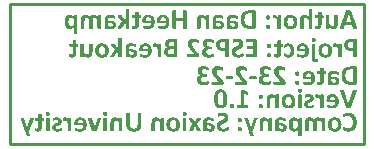
<source format=gbo>
G04*
G04 #@! TF.GenerationSoftware,Altium Limited,Altium Designer,23.2.1 (34)*
G04*
G04 Layer_Color=32896*
%FSLAX44Y44*%
%MOMM*%
G71*
G04*
G04 #@! TF.SameCoordinates,75154B13-1296-4508-9C84-23632F313CF3*
G04*
G04*
G04 #@! TF.FilePolarity,Positive*
G04*
G01*
G75*
%ADD16C,0.2540*%
G36*
X955093Y980538D02*
X955193D01*
X955277Y980522D01*
X955343D01*
X955377Y980505D01*
X955393D01*
X955593Y980472D01*
X955726Y980439D01*
X955826Y980422D01*
X955843Y980405D01*
X955860D01*
X955960Y980355D01*
X956043Y980305D01*
X956076Y980255D01*
X956093Y980238D01*
X956126Y980172D01*
X956143Y980105D01*
X956160Y980055D01*
Y980039D01*
Y964243D01*
X956143Y964159D01*
X956126Y964093D01*
X956110Y964043D01*
X956093Y964026D01*
X956026Y963976D01*
X955943Y963926D01*
X955893Y963909D01*
X955860Y963893D01*
X955710Y963859D01*
X955560Y963826D01*
X955493D01*
X955443Y963809D01*
X955393D01*
X955160Y963793D01*
X954927Y963776D01*
X954360D01*
X954227Y963793D01*
X954044D01*
X953977Y963809D01*
X953927D01*
X953744Y963843D01*
X953594Y963859D01*
X953510Y963893D01*
X953477D01*
X953360Y963943D01*
X953277Y963976D01*
X953244Y964009D01*
X953227Y964026D01*
X953177Y964109D01*
X953160Y964176D01*
X953144Y964226D01*
Y964243D01*
Y971357D01*
X952911Y971641D01*
X952694Y971891D01*
X952477Y972091D01*
X952294Y972274D01*
X952144Y972407D01*
X952027Y972490D01*
X951961Y972557D01*
X951927Y972574D01*
X951711Y972724D01*
X951494Y972824D01*
X951294Y972907D01*
X951111Y972957D01*
X950978Y972990D01*
X950861Y973007D01*
X950594D01*
X950444Y972974D01*
X950294Y972957D01*
X950178Y972924D01*
X950095Y972890D01*
X950028Y972857D01*
X949978Y972840D01*
X949961Y972824D01*
X949728Y972674D01*
X949545Y972524D01*
X949478Y972457D01*
X949428Y972391D01*
X949411Y972357D01*
X949395Y972340D01*
X949245Y972091D01*
X949145Y971841D01*
X949111Y971741D01*
X949078Y971657D01*
X949062Y971591D01*
Y971574D01*
X949028Y971391D01*
X948995Y971191D01*
X948978Y970991D01*
X948962Y970791D01*
X948945Y970624D01*
Y970491D01*
Y970391D01*
Y970374D01*
Y970358D01*
Y964243D01*
X948928Y964159D01*
X948912Y964093D01*
X948895Y964043D01*
X948878Y964026D01*
X948812Y963976D01*
X948728Y963926D01*
X948678Y963909D01*
X948645Y963893D01*
X948495Y963859D01*
X948345Y963826D01*
X948278D01*
X948228Y963809D01*
X948178D01*
X947928Y963793D01*
X947695Y963776D01*
X947145D01*
X947029Y963793D01*
X946829D01*
X946762Y963809D01*
X946712D01*
X946512Y963843D01*
X946362Y963859D01*
X946279Y963893D01*
X946246D01*
X946146Y963943D01*
X946062Y963976D01*
X946029Y964009D01*
X946012Y964026D01*
X945962Y964109D01*
X945946Y964176D01*
X945929Y964226D01*
Y964243D01*
Y970808D01*
X945946Y971241D01*
X945962Y971624D01*
X945996Y971974D01*
X946029Y972257D01*
X946079Y972490D01*
X946096Y972590D01*
X946112Y972674D01*
X946129Y972740D01*
Y972790D01*
X946146Y972807D01*
Y972824D01*
X946229Y973124D01*
X946329Y973407D01*
X946445Y973657D01*
X946545Y973857D01*
X946646Y974040D01*
X946729Y974157D01*
X946795Y974240D01*
X946812Y974273D01*
X946995Y974507D01*
X947195Y974690D01*
X947395Y974873D01*
X947595Y975006D01*
X947762Y975123D01*
X947895Y975207D01*
X947995Y975256D01*
X948012Y975273D01*
X948028D01*
X948328Y975390D01*
X948628Y975490D01*
X948945Y975556D01*
X949228Y975590D01*
X949478Y975623D01*
X949595D01*
X949678Y975640D01*
X949861D01*
X950195Y975623D01*
X950495Y975573D01*
X950794Y975523D01*
X951044Y975456D01*
X951261Y975373D01*
X951411Y975323D01*
X951478Y975290D01*
X951528Y975273D01*
X951544Y975256D01*
X951561D01*
X951861Y975090D01*
X952144Y974923D01*
X952427Y974723D01*
X952661Y974540D01*
X952861Y974373D01*
X953010Y974240D01*
X953111Y974140D01*
X953127Y974123D01*
X953144Y974107D01*
Y980039D01*
X953160Y980122D01*
X953177Y980189D01*
X953211Y980222D01*
X953227Y980238D01*
X953294Y980305D01*
X953377Y980355D01*
X953444Y980388D01*
X953460Y980405D01*
X953477D01*
X953610Y980455D01*
X953760Y980488D01*
X953827D01*
X953877Y980505D01*
X953927D01*
X954160Y980538D01*
X954393Y980555D01*
X954960D01*
X955093Y980538D01*
D02*
G37*
G36*
X771640Y975623D02*
X771990Y975573D01*
X772307Y975490D01*
X772573Y975406D01*
X772807Y975306D01*
X772990Y975240D01*
X773057Y975207D01*
X773107Y975173D01*
X773123Y975156D01*
X773140D01*
X773473Y974957D01*
X773790Y974723D01*
X774090Y974490D01*
X774356Y974257D01*
X774573Y974057D01*
X774756Y973874D01*
X774823Y973807D01*
X774873Y973773D01*
X774890Y973740D01*
X774906Y973724D01*
Y974957D01*
X774923Y975040D01*
X774939Y975107D01*
X774956Y975140D01*
X774973Y975156D01*
X775023Y975223D01*
X775089Y975273D01*
X775156Y975290D01*
X775173Y975306D01*
X775289Y975356D01*
X775406Y975390D01*
X775506Y975406D01*
X775556D01*
X775756Y975423D01*
X775973Y975440D01*
X776439D01*
X776539Y975423D01*
X776706D01*
X776756Y975406D01*
X776806D01*
X776972Y975373D01*
X777106Y975340D01*
X777172Y975323D01*
X777206Y975306D01*
X777306Y975256D01*
X777372Y975207D01*
X777405Y975173D01*
X777422Y975156D01*
X777456Y975090D01*
X777472Y975023D01*
Y974973D01*
Y974957D01*
Y964243D01*
X777456Y964159D01*
X777439Y964093D01*
X777422Y964043D01*
X777405Y964026D01*
X777339Y963976D01*
X777255Y963926D01*
X777206Y963909D01*
X777172Y963893D01*
X777022Y963859D01*
X776872Y963826D01*
X776806D01*
X776756Y963809D01*
X776706D01*
X776472Y963793D01*
X776239Y963776D01*
X775673D01*
X775539Y963793D01*
X775356D01*
X775289Y963809D01*
X775239D01*
X775056Y963843D01*
X774906Y963859D01*
X774823Y963893D01*
X774790D01*
X774673Y963943D01*
X774589Y963976D01*
X774556Y964009D01*
X774539Y964026D01*
X774490Y964109D01*
X774473Y964176D01*
X774456Y964226D01*
Y964243D01*
Y971357D01*
X774223Y971641D01*
X774006Y971891D01*
X773806Y972091D01*
X773623Y972274D01*
X773473Y972407D01*
X773373Y972490D01*
X773290Y972557D01*
X773273Y972574D01*
X773073Y972724D01*
X772873Y972824D01*
X772673Y972907D01*
X772507Y972957D01*
X772357Y972990D01*
X772257Y973007D01*
X772007D01*
X771857Y972974D01*
X771724Y972957D01*
X771624Y972924D01*
X771524Y972890D01*
X771457Y972857D01*
X771424Y972840D01*
X771407Y972824D01*
X771190Y972674D01*
X771007Y972524D01*
X770957Y972457D01*
X770907Y972391D01*
X770891Y972357D01*
X770874Y972340D01*
X770741Y972091D01*
X770640Y971841D01*
X770607Y971741D01*
X770591Y971657D01*
X770574Y971591D01*
Y971574D01*
X770507Y971224D01*
X770491Y971058D01*
X770474Y970908D01*
X770457Y970791D01*
Y970674D01*
Y970608D01*
Y970591D01*
Y964243D01*
X770441Y964159D01*
X770424Y964093D01*
X770407Y964043D01*
X770391Y964026D01*
X770324Y963976D01*
X770241Y963926D01*
X770191Y963909D01*
X770157Y963893D01*
X770007Y963859D01*
X769857Y963826D01*
X769791D01*
X769741Y963809D01*
X769691D01*
X769441Y963793D01*
X769208Y963776D01*
X768658D01*
X768541Y963793D01*
X768358D01*
X768291Y963809D01*
X768241D01*
X768041Y963843D01*
X767891Y963859D01*
X767808Y963893D01*
X767775D01*
X767658Y963943D01*
X767575Y963976D01*
X767541Y964009D01*
X767525Y964026D01*
X767475Y964109D01*
X767458Y964176D01*
X767441Y964226D01*
Y964243D01*
Y971357D01*
X767208Y971641D01*
X766992Y971891D01*
X766792Y972091D01*
X766608Y972274D01*
X766458Y972407D01*
X766358Y972490D01*
X766275Y972557D01*
X766258Y972574D01*
X766058Y972724D01*
X765858Y972824D01*
X765675Y972907D01*
X765508Y972957D01*
X765359Y972990D01*
X765259Y973007D01*
X765009D01*
X764859Y972974D01*
X764725Y972957D01*
X764625Y972924D01*
X764525Y972890D01*
X764459Y972857D01*
X764426Y972840D01*
X764409Y972824D01*
X764192Y972674D01*
X764026Y972524D01*
X763976Y972457D01*
X763926Y972391D01*
X763909Y972357D01*
X763892Y972340D01*
X763759Y972091D01*
X763659Y971841D01*
X763626Y971741D01*
X763592Y971657D01*
X763576Y971591D01*
Y971574D01*
X763509Y971224D01*
X763492Y971058D01*
X763476Y970908D01*
X763459Y970791D01*
Y970674D01*
Y970608D01*
Y970591D01*
Y964243D01*
X763442Y964159D01*
X763426Y964093D01*
X763409Y964043D01*
Y964026D01*
X763342Y963976D01*
X763259Y963926D01*
X763209Y963909D01*
X763176Y963893D01*
X763026Y963859D01*
X762876Y963826D01*
X762809D01*
X762759Y963809D01*
X762709D01*
X762459Y963793D01*
X762226Y963776D01*
X761659D01*
X761526Y963793D01*
X761343D01*
X761276Y963809D01*
X761226D01*
X761026Y963843D01*
X760876Y963859D01*
X760793Y963893D01*
X760760D01*
X760660Y963943D01*
X760576Y963976D01*
X760543Y964009D01*
X760527Y964026D01*
X760477Y964109D01*
X760460Y964176D01*
X760443Y964226D01*
Y964243D01*
Y971091D01*
Y971441D01*
X760477Y971757D01*
X760510Y972057D01*
X760543Y972324D01*
X760576Y972541D01*
X760610Y972707D01*
X760626Y972757D01*
Y972807D01*
X760643Y972824D01*
Y972840D01*
X760726Y973140D01*
X760826Y973424D01*
X760943Y973673D01*
X761043Y973874D01*
X761143Y974057D01*
X761226Y974173D01*
X761276Y974257D01*
X761293Y974290D01*
X761460Y974507D01*
X761659Y974707D01*
X761860Y974873D01*
X762043Y975006D01*
X762209Y975123D01*
X762343Y975207D01*
X762426Y975256D01*
X762443Y975273D01*
X762459D01*
X762743Y975390D01*
X763043Y975490D01*
X763342Y975556D01*
X763626Y975590D01*
X763876Y975623D01*
X763992D01*
X764076Y975640D01*
X764259D01*
X764592Y975623D01*
X764759Y975606D01*
X764892Y975590D01*
X765009Y975556D01*
X765092Y975540D01*
X765159Y975523D01*
X765175D01*
X765508Y975423D01*
X765658Y975356D01*
X765792Y975306D01*
X765908Y975256D01*
X765992Y975207D01*
X766058Y975190D01*
X766075Y975173D01*
X766408Y974973D01*
X766558Y974873D01*
X766708Y974773D01*
X766825Y974690D01*
X766908Y974623D01*
X766975Y974573D01*
X766992Y974557D01*
X767341Y974257D01*
X767491Y974123D01*
X767625Y973973D01*
X767758Y973857D01*
X767841Y973757D01*
X767908Y973690D01*
X767925Y973673D01*
X768091Y973990D01*
X768175Y974123D01*
X768258Y974240D01*
X768341Y974340D01*
X768391Y974407D01*
X768424Y974457D01*
X768441Y974473D01*
X768674Y974723D01*
X768791Y974823D01*
X768908Y974923D01*
X769008Y974990D01*
X769091Y975040D01*
X769141Y975073D01*
X769158Y975090D01*
X769474Y975273D01*
X769641Y975340D01*
X769791Y975390D01*
X769924Y975440D01*
X770024Y975473D01*
X770091Y975490D01*
X770107D01*
X770507Y975573D01*
X770707Y975606D01*
X770891Y975623D01*
X771057Y975640D01*
X771290D01*
X771640Y975623D01*
D02*
G37*
G36*
X848870Y979422D02*
X848987D01*
X849087Y979405D01*
X849154D01*
X849187Y979389D01*
X849204D01*
X849404Y979355D01*
X849554Y979322D01*
X849654Y979305D01*
X849670Y979289D01*
X849687D01*
X849804Y979239D01*
X849870Y979189D01*
X849920Y979155D01*
X849937Y979139D01*
X849970Y979055D01*
X849987Y978989D01*
X850004Y978939D01*
Y978922D01*
Y964276D01*
X849987Y964193D01*
X849970Y964126D01*
X849954Y964076D01*
X849937Y964059D01*
X849870Y963993D01*
X849787Y963943D01*
X849720Y963909D01*
X849687Y963893D01*
X849537Y963859D01*
X849370Y963826D01*
X849304D01*
X849254Y963809D01*
X849204D01*
X848954Y963793D01*
X848704Y963776D01*
X848121D01*
X847987Y963793D01*
X847787D01*
X847721Y963809D01*
X847671D01*
X847471Y963843D01*
X847321Y963859D01*
X847221Y963893D01*
X847188D01*
X847071Y963943D01*
X846988Y964009D01*
X846954Y964043D01*
X846938Y964059D01*
X846888Y964143D01*
X846871Y964209D01*
X846854Y964259D01*
Y964276D01*
Y970558D01*
X841039D01*
Y964276D01*
X841022Y964193D01*
X841006Y964126D01*
X840989Y964076D01*
X840973Y964059D01*
X840906Y963993D01*
X840823Y963943D01*
X840756Y963909D01*
X840723Y963893D01*
X840573Y963859D01*
X840406Y963826D01*
X840339D01*
X840289Y963809D01*
X840239D01*
X839989Y963793D01*
X839740Y963776D01*
X839156D01*
X839023Y963793D01*
X838823D01*
X838756Y963809D01*
X838707D01*
X838506Y963843D01*
X838356Y963859D01*
X838273Y963893D01*
X838240D01*
X838123Y963943D01*
X838040Y964009D01*
X837990Y964043D01*
X837973Y964059D01*
X837923Y964143D01*
X837907Y964209D01*
X837890Y964259D01*
Y964276D01*
Y978922D01*
X837907Y979006D01*
X837923Y979072D01*
X837957Y979122D01*
X837973Y979139D01*
X838057Y979205D01*
X838140Y979255D01*
X838207Y979272D01*
X838223Y979289D01*
X838240D01*
X838390Y979339D01*
X838540Y979372D01*
X838606D01*
X838656Y979389D01*
X838707D01*
X838956Y979422D01*
X839206Y979439D01*
X839790D01*
X839923Y979422D01*
X840023D01*
X840123Y979405D01*
X840189D01*
X840223Y979389D01*
X840239D01*
X840439Y979355D01*
X840589Y979322D01*
X840689Y979305D01*
X840706Y979289D01*
X840723D01*
X840839Y979239D01*
X840906Y979189D01*
X840956Y979155D01*
X840973Y979139D01*
X841006Y979055D01*
X841022Y978989D01*
X841039Y978939D01*
Y978922D01*
Y973240D01*
X846854D01*
Y978922D01*
X846871Y979006D01*
X846888Y979072D01*
X846921Y979122D01*
X846938Y979139D01*
X847004Y979205D01*
X847088Y979255D01*
X847154Y979272D01*
X847171Y979289D01*
X847188D01*
X847338Y979339D01*
X847504Y979372D01*
X847571D01*
X847621Y979389D01*
X847671D01*
X847921Y979422D01*
X848171Y979439D01*
X848754D01*
X848870Y979422D01*
D02*
G37*
G36*
X889327Y975623D02*
X889560Y975606D01*
X889777Y975590D01*
X889943Y975556D01*
X890077Y975540D01*
X890160Y975523D01*
X890193D01*
X890443Y975473D01*
X890660Y975423D01*
X890876Y975373D01*
X891060Y975323D01*
X891210Y975290D01*
X891326Y975256D01*
X891393Y975240D01*
X891426Y975223D01*
X891626Y975156D01*
X891826Y975090D01*
X891993Y975023D01*
X892126Y974973D01*
X892243Y974923D01*
X892343Y974873D01*
X892393Y974856D01*
X892409Y974840D01*
X892559Y974773D01*
X892676Y974690D01*
X892776Y974623D01*
X892859Y974573D01*
X892909Y974523D01*
X892959Y974490D01*
X892976Y974473D01*
X892992Y974457D01*
X893092Y974323D01*
X893176Y974207D01*
X893209Y974107D01*
X893226Y974090D01*
Y974073D01*
X893259Y973890D01*
X893276Y973690D01*
Y973607D01*
Y973540D01*
Y973490D01*
Y973474D01*
Y973290D01*
X893259Y973124D01*
Y973057D01*
X893242Y973007D01*
Y972990D01*
Y972974D01*
X893209Y972824D01*
X893176Y972690D01*
X893159Y972624D01*
X893142Y972590D01*
X893092Y972490D01*
X893026Y972424D01*
X892992Y972374D01*
X892976Y972357D01*
X892893Y972307D01*
X892826Y972290D01*
X892759Y972274D01*
X892743D01*
X892593Y972290D01*
X892426Y972357D01*
X892359Y972374D01*
X892309Y972407D01*
X892276Y972424D01*
X892259D01*
X892010Y972557D01*
X891759Y972674D01*
X891660Y972724D01*
X891560Y972757D01*
X891510Y972774D01*
X891493Y972790D01*
X891126Y972940D01*
X890960Y973007D01*
X890793Y973057D01*
X890660Y973107D01*
X890543Y973140D01*
X890477Y973174D01*
X890443D01*
X889977Y973274D01*
X889743Y973307D01*
X889527Y973324D01*
X889343Y973340D01*
X888877D01*
X888694Y973324D01*
X888527Y973307D01*
X888394Y973274D01*
X888277Y973257D01*
X888194Y973224D01*
X888144Y973207D01*
X888127D01*
X887977Y973157D01*
X887860Y973107D01*
X887744Y973040D01*
X887661Y972974D01*
X887594Y972924D01*
X887544Y972874D01*
X887511Y972857D01*
X887494Y972840D01*
X887344Y972640D01*
X887244Y972424D01*
X887211Y972340D01*
X887177Y972274D01*
X887161Y972224D01*
Y972207D01*
X887094Y971907D01*
X887077Y971774D01*
X887061Y971624D01*
X887044Y971507D01*
Y971407D01*
Y971341D01*
Y971324D01*
Y970691D01*
X888094D01*
X888610Y970674D01*
X889093Y970658D01*
X889527Y970624D01*
X889710Y970608D01*
X889893Y970591D01*
X890043Y970558D01*
X890193Y970541D01*
X890310Y970524D01*
X890410Y970508D01*
X890493Y970491D01*
X890560D01*
X890593Y970474D01*
X890610D01*
X890993Y970391D01*
X891343Y970274D01*
X891643Y970174D01*
X891909Y970058D01*
X892126Y969958D01*
X892276Y969874D01*
X892376Y969825D01*
X892393Y969808D01*
X892409D01*
X892659Y969625D01*
X892893Y969441D01*
X893076Y969241D01*
X893226Y969058D01*
X893359Y968908D01*
X893442Y968775D01*
X893492Y968691D01*
X893509Y968658D01*
X893626Y968391D01*
X893709Y968108D01*
X893776Y967842D01*
X893809Y967592D01*
X893842Y967358D01*
X893859Y967192D01*
Y967125D01*
Y967075D01*
Y967042D01*
Y967025D01*
X893842Y966725D01*
X893809Y966425D01*
X893776Y966175D01*
X893709Y965959D01*
X893659Y965776D01*
X893626Y965642D01*
X893592Y965559D01*
X893576Y965526D01*
X893459Y965292D01*
X893326Y965076D01*
X893193Y964892D01*
X893076Y964726D01*
X892959Y964609D01*
X892859Y964509D01*
X892793Y964443D01*
X892776Y964426D01*
X892576Y964276D01*
X892359Y964143D01*
X892143Y964026D01*
X891960Y963943D01*
X891793Y963876D01*
X891660Y963809D01*
X891576Y963793D01*
X891543Y963776D01*
X891276Y963709D01*
X890993Y963659D01*
X890726Y963609D01*
X890477Y963593D01*
X890277Y963576D01*
X890110Y963559D01*
X889960D01*
X889593Y963576D01*
X889243Y963626D01*
X888927Y963693D01*
X888644Y963759D01*
X888410Y963826D01*
X888244Y963893D01*
X888177Y963926D01*
X888127Y963943D01*
X888111Y963959D01*
X888094D01*
X887777Y964126D01*
X887494Y964293D01*
X887244Y964476D01*
X887011Y964659D01*
X886827Y964809D01*
X886694Y964942D01*
X886611Y965026D01*
X886578Y965059D01*
Y964209D01*
X886561Y964093D01*
X886527Y964009D01*
X886494Y963959D01*
X886478Y963943D01*
X886378Y963893D01*
X886278Y963859D01*
X886178Y963826D01*
X886144D01*
X886044Y963809D01*
X885911Y963793D01*
X885644Y963776D01*
X885161D01*
X885011Y963793D01*
X884895D01*
X884778Y963809D01*
X884695D01*
X884645Y963826D01*
X884595D01*
X884428Y963859D01*
X884295Y963893D01*
X884228Y963926D01*
X884212Y963943D01*
X884128Y964026D01*
X884095Y964109D01*
X884078Y964176D01*
Y964209D01*
Y971407D01*
X884095Y971807D01*
X884111Y972174D01*
X884162Y972490D01*
X884212Y972774D01*
X884261Y972990D01*
X884295Y973174D01*
X884311Y973224D01*
X884328Y973274D01*
X884345Y973290D01*
Y973307D01*
X884461Y973590D01*
X884595Y973857D01*
X884728Y974090D01*
X884861Y974273D01*
X884995Y974423D01*
X885095Y974540D01*
X885161Y974607D01*
X885194Y974623D01*
X885428Y974807D01*
X885661Y974957D01*
X885911Y975090D01*
X886144Y975207D01*
X886344Y975290D01*
X886511Y975340D01*
X886578Y975356D01*
X886628Y975373D01*
X886644Y975390D01*
X886661D01*
X887011Y975473D01*
X887377Y975540D01*
X887744Y975573D01*
X888077Y975606D01*
X888360Y975623D01*
X888494Y975640D01*
X889077D01*
X889327Y975623D01*
D02*
G37*
G36*
X877197D02*
X877430Y975606D01*
X877646Y975590D01*
X877813Y975556D01*
X877946Y975540D01*
X878030Y975523D01*
X878063D01*
X878313Y975473D01*
X878530Y975423D01*
X878746Y975373D01*
X878930Y975323D01*
X879079Y975290D01*
X879196Y975256D01*
X879263Y975240D01*
X879296Y975223D01*
X879496Y975156D01*
X879696Y975090D01*
X879863Y975023D01*
X879996Y974973D01*
X880113Y974923D01*
X880212Y974873D01*
X880263Y974856D01*
X880279Y974840D01*
X880429Y974773D01*
X880546Y974690D01*
X880646Y974623D01*
X880729Y974573D01*
X880779Y974523D01*
X880829Y974490D01*
X880846Y974473D01*
X880862Y974457D01*
X880962Y974323D01*
X881046Y974207D01*
X881079Y974107D01*
X881096Y974090D01*
Y974073D01*
X881129Y973890D01*
X881146Y973690D01*
Y973607D01*
Y973540D01*
Y973490D01*
Y973474D01*
Y973290D01*
X881129Y973124D01*
Y973057D01*
X881112Y973007D01*
Y972990D01*
Y972974D01*
X881079Y972824D01*
X881046Y972690D01*
X881029Y972624D01*
X881012Y972590D01*
X880962Y972490D01*
X880896Y972424D01*
X880862Y972374D01*
X880846Y972357D01*
X880762Y972307D01*
X880696Y972290D01*
X880629Y972274D01*
X880612D01*
X880462Y972290D01*
X880296Y972357D01*
X880229Y972374D01*
X880179Y972407D01*
X880146Y972424D01*
X880129D01*
X879879Y972557D01*
X879629Y972674D01*
X879529Y972724D01*
X879429Y972757D01*
X879379Y972774D01*
X879363Y972790D01*
X878996Y972940D01*
X878829Y973007D01*
X878663Y973057D01*
X878530Y973107D01*
X878413Y973140D01*
X878346Y973174D01*
X878313D01*
X877846Y973274D01*
X877613Y973307D01*
X877396Y973324D01*
X877213Y973340D01*
X876747D01*
X876563Y973324D01*
X876397Y973307D01*
X876264Y973274D01*
X876147Y973257D01*
X876064Y973224D01*
X876014Y973207D01*
X875997D01*
X875847Y973157D01*
X875730Y973107D01*
X875614Y973040D01*
X875530Y972974D01*
X875464Y972924D01*
X875414Y972874D01*
X875380Y972857D01*
X875364Y972840D01*
X875214Y972640D01*
X875114Y972424D01*
X875080Y972340D01*
X875047Y972274D01*
X875031Y972224D01*
Y972207D01*
X874964Y971907D01*
X874947Y971774D01*
X874930Y971624D01*
X874914Y971507D01*
Y971407D01*
Y971341D01*
Y971324D01*
Y970691D01*
X875964D01*
X876480Y970674D01*
X876963Y970658D01*
X877396Y970624D01*
X877580Y970608D01*
X877763Y970591D01*
X877913Y970558D01*
X878063Y970541D01*
X878180Y970524D01*
X878280Y970508D01*
X878363Y970491D01*
X878430D01*
X878463Y970474D01*
X878480D01*
X878863Y970391D01*
X879213Y970274D01*
X879513Y970174D01*
X879779Y970058D01*
X879996Y969958D01*
X880146Y969874D01*
X880246Y969825D01*
X880263Y969808D01*
X880279D01*
X880529Y969625D01*
X880762Y969441D01*
X880946Y969241D01*
X881096Y969058D01*
X881229Y968908D01*
X881312Y968775D01*
X881362Y968691D01*
X881379Y968658D01*
X881496Y968391D01*
X881579Y968108D01*
X881646Y967842D01*
X881679Y967592D01*
X881712Y967358D01*
X881729Y967192D01*
Y967125D01*
Y967075D01*
Y967042D01*
Y967025D01*
X881712Y966725D01*
X881679Y966425D01*
X881646Y966175D01*
X881579Y965959D01*
X881529Y965776D01*
X881496Y965642D01*
X881462Y965559D01*
X881445Y965526D01*
X881329Y965292D01*
X881196Y965076D01*
X881062Y964892D01*
X880946Y964726D01*
X880829Y964609D01*
X880729Y964509D01*
X880662Y964443D01*
X880646Y964426D01*
X880446Y964276D01*
X880229Y964143D01*
X880013Y964026D01*
X879829Y963943D01*
X879663Y963876D01*
X879529Y963809D01*
X879446Y963793D01*
X879413Y963776D01*
X879146Y963709D01*
X878863Y963659D01*
X878596Y963609D01*
X878346Y963593D01*
X878146Y963576D01*
X877980Y963559D01*
X877830D01*
X877463Y963576D01*
X877113Y963626D01*
X876797Y963693D01*
X876513Y963759D01*
X876280Y963826D01*
X876114Y963893D01*
X876047Y963926D01*
X875997Y963943D01*
X875980Y963959D01*
X875964D01*
X875647Y964126D01*
X875364Y964293D01*
X875114Y964476D01*
X874881Y964659D01*
X874697Y964809D01*
X874564Y964942D01*
X874481Y965026D01*
X874447Y965059D01*
Y964209D01*
X874431Y964093D01*
X874397Y964009D01*
X874364Y963959D01*
X874347Y963943D01*
X874247Y963893D01*
X874147Y963859D01*
X874047Y963826D01*
X874014D01*
X873914Y963809D01*
X873781Y963793D01*
X873514Y963776D01*
X873031D01*
X872881Y963793D01*
X872764D01*
X872648Y963809D01*
X872564D01*
X872514Y963826D01*
X872465D01*
X872298Y963859D01*
X872165Y963893D01*
X872098Y963926D01*
X872081Y963943D01*
X871998Y964026D01*
X871965Y964109D01*
X871948Y964176D01*
Y964209D01*
Y971407D01*
X871965Y971807D01*
X871981Y972174D01*
X872031Y972490D01*
X872081Y972774D01*
X872131Y972990D01*
X872165Y973174D01*
X872181Y973224D01*
X872198Y973274D01*
X872215Y973290D01*
Y973307D01*
X872331Y973590D01*
X872465Y973857D01*
X872598Y974090D01*
X872731Y974273D01*
X872864Y974423D01*
X872964Y974540D01*
X873031Y974607D01*
X873064Y974623D01*
X873298Y974807D01*
X873531Y974957D01*
X873781Y975090D01*
X874014Y975207D01*
X874214Y975290D01*
X874381Y975340D01*
X874447Y975356D01*
X874497Y975373D01*
X874514Y975390D01*
X874531D01*
X874881Y975473D01*
X875247Y975540D01*
X875614Y975573D01*
X875947Y975606D01*
X876230Y975623D01*
X876364Y975640D01*
X876947D01*
X877197Y975623D01*
D02*
G37*
G36*
X785737D02*
X785970Y975606D01*
X786187Y975590D01*
X786353Y975556D01*
X786487Y975540D01*
X786570Y975523D01*
X786603D01*
X786853Y975473D01*
X787070Y975423D01*
X787286Y975373D01*
X787470Y975323D01*
X787619Y975290D01*
X787736Y975256D01*
X787803Y975240D01*
X787836Y975223D01*
X788036Y975156D01*
X788236Y975090D01*
X788403Y975023D01*
X788536Y974973D01*
X788653Y974923D01*
X788753Y974873D01*
X788803Y974856D01*
X788819Y974840D01*
X788969Y974773D01*
X789086Y974690D01*
X789186Y974623D01*
X789269Y974573D01*
X789319Y974523D01*
X789369Y974490D01*
X789386Y974473D01*
X789402Y974457D01*
X789502Y974323D01*
X789586Y974207D01*
X789619Y974107D01*
X789636Y974090D01*
Y974073D01*
X789669Y973890D01*
X789686Y973690D01*
Y973607D01*
Y973540D01*
Y973490D01*
Y973474D01*
Y973290D01*
X789669Y973124D01*
Y973057D01*
X789652Y973007D01*
Y972990D01*
Y972974D01*
X789619Y972824D01*
X789586Y972690D01*
X789569Y972624D01*
X789552Y972590D01*
X789502Y972490D01*
X789436Y972424D01*
X789402Y972374D01*
X789386Y972357D01*
X789302Y972307D01*
X789236Y972290D01*
X789169Y972274D01*
X789153D01*
X789003Y972290D01*
X788836Y972357D01*
X788769Y972374D01*
X788719Y972407D01*
X788686Y972424D01*
X788669D01*
X788419Y972557D01*
X788169Y972674D01*
X788069Y972724D01*
X787969Y972757D01*
X787919Y972774D01*
X787903Y972790D01*
X787536Y972940D01*
X787370Y973007D01*
X787203Y973057D01*
X787070Y973107D01*
X786953Y973140D01*
X786886Y973174D01*
X786853D01*
X786386Y973274D01*
X786153Y973307D01*
X785937Y973324D01*
X785753Y973340D01*
X785287D01*
X785104Y973324D01*
X784937Y973307D01*
X784804Y973274D01*
X784687Y973257D01*
X784604Y973224D01*
X784554Y973207D01*
X784537D01*
X784387Y973157D01*
X784270Y973107D01*
X784154Y973040D01*
X784070Y972974D01*
X784004Y972924D01*
X783954Y972874D01*
X783921Y972857D01*
X783904Y972840D01*
X783754Y972640D01*
X783654Y972424D01*
X783621Y972340D01*
X783587Y972274D01*
X783571Y972224D01*
Y972207D01*
X783504Y971907D01*
X783487Y971774D01*
X783471Y971624D01*
X783454Y971507D01*
Y971407D01*
Y971341D01*
Y971324D01*
Y970691D01*
X784504D01*
X785020Y970674D01*
X785503Y970658D01*
X785937Y970624D01*
X786120Y970608D01*
X786303Y970591D01*
X786453Y970558D01*
X786603Y970541D01*
X786720Y970524D01*
X786820Y970508D01*
X786903Y970491D01*
X786970D01*
X787003Y970474D01*
X787020D01*
X787403Y970391D01*
X787753Y970274D01*
X788053Y970174D01*
X788319Y970058D01*
X788536Y969958D01*
X788686Y969874D01*
X788786Y969825D01*
X788803Y969808D01*
X788819D01*
X789069Y969625D01*
X789302Y969441D01*
X789486Y969241D01*
X789636Y969058D01*
X789769Y968908D01*
X789852Y968775D01*
X789902Y968691D01*
X789919Y968658D01*
X790036Y968391D01*
X790119Y968108D01*
X790185Y967842D01*
X790219Y967592D01*
X790252Y967358D01*
X790269Y967192D01*
Y967125D01*
Y967075D01*
Y967042D01*
Y967025D01*
X790252Y966725D01*
X790219Y966425D01*
X790185Y966175D01*
X790119Y965959D01*
X790069Y965776D01*
X790036Y965642D01*
X790002Y965559D01*
X789986Y965526D01*
X789869Y965292D01*
X789736Y965076D01*
X789602Y964892D01*
X789486Y964726D01*
X789369Y964609D01*
X789269Y964509D01*
X789202Y964443D01*
X789186Y964426D01*
X788986Y964276D01*
X788769Y964143D01*
X788553Y964026D01*
X788369Y963943D01*
X788203Y963876D01*
X788069Y963809D01*
X787986Y963793D01*
X787953Y963776D01*
X787686Y963709D01*
X787403Y963659D01*
X787136Y963609D01*
X786886Y963593D01*
X786686Y963576D01*
X786520Y963559D01*
X786370D01*
X786003Y963576D01*
X785653Y963626D01*
X785337Y963693D01*
X785053Y963759D01*
X784820Y963826D01*
X784654Y963893D01*
X784587Y963926D01*
X784537Y963943D01*
X784520Y963959D01*
X784504D01*
X784187Y964126D01*
X783904Y964293D01*
X783654Y964476D01*
X783421Y964659D01*
X783237Y964809D01*
X783104Y964942D01*
X783021Y965026D01*
X782987Y965059D01*
Y964209D01*
X782971Y964093D01*
X782937Y964009D01*
X782904Y963959D01*
X782887Y963943D01*
X782787Y963893D01*
X782688Y963859D01*
X782588Y963826D01*
X782554D01*
X782454Y963809D01*
X782321Y963793D01*
X782054Y963776D01*
X781571D01*
X781421Y963793D01*
X781304D01*
X781188Y963809D01*
X781105D01*
X781055Y963826D01*
X781005D01*
X780838Y963859D01*
X780705Y963893D01*
X780638Y963926D01*
X780621Y963943D01*
X780538Y964026D01*
X780505Y964109D01*
X780488Y964176D01*
Y964209D01*
Y971407D01*
X780505Y971807D01*
X780521Y972174D01*
X780571Y972490D01*
X780621Y972774D01*
X780671Y972990D01*
X780705Y973174D01*
X780721Y973224D01*
X780738Y973274D01*
X780755Y973290D01*
Y973307D01*
X780871Y973590D01*
X781005Y973857D01*
X781138Y974090D01*
X781271Y974273D01*
X781404Y974423D01*
X781504Y974540D01*
X781571Y974607D01*
X781604Y974623D01*
X781838Y974807D01*
X782071Y974957D01*
X782321Y975090D01*
X782554Y975207D01*
X782754Y975290D01*
X782921Y975340D01*
X782987Y975356D01*
X783037Y975373D01*
X783054Y975390D01*
X783071D01*
X783421Y975473D01*
X783787Y975540D01*
X784154Y975573D01*
X784487Y975606D01*
X784770Y975623D01*
X784904Y975640D01*
X785487D01*
X785737Y975623D01*
D02*
G37*
G36*
X919286Y975140D02*
X919419Y975123D01*
X919536Y975107D01*
X919636Y975090D01*
X919702Y975073D01*
X919752Y975057D01*
X919769D01*
X919986Y974973D01*
X920152Y974856D01*
X920202Y974807D01*
X920252Y974773D01*
X920269Y974757D01*
X920286Y974740D01*
X920419Y974557D01*
X920486Y974373D01*
X920519Y974290D01*
X920536Y974240D01*
X920552Y974190D01*
Y974173D01*
X920585Y973890D01*
X920602Y973607D01*
X920619Y973490D01*
Y973390D01*
Y973324D01*
Y973307D01*
Y973124D01*
X920602Y972957D01*
Y972824D01*
X920585Y972690D01*
X920569Y972590D01*
Y972524D01*
X920552Y972474D01*
Y972457D01*
X920486Y972224D01*
X920386Y972057D01*
X920352Y971991D01*
X920319Y971941D01*
X920286Y971924D01*
Y971907D01*
X920119Y971774D01*
X919952Y971674D01*
X919886Y971641D01*
X919819Y971624D01*
X919786Y971607D01*
X919769D01*
X919502Y971557D01*
X919236Y971541D01*
X919119Y971524D01*
X918769D01*
X918619Y971541D01*
X918469Y971557D01*
X918353Y971574D01*
X918269D01*
X918186Y971591D01*
X918153Y971607D01*
X918136D01*
X917919Y971691D01*
X917753Y971791D01*
X917653Y971874D01*
X917620Y971891D01*
Y971907D01*
X917486Y972091D01*
X917403Y972257D01*
X917370Y972340D01*
X917353Y972407D01*
X917336Y972440D01*
Y972457D01*
X917270Y972740D01*
X917253Y973007D01*
X917236Y973124D01*
Y973224D01*
Y973290D01*
Y973307D01*
Y973490D01*
X917253Y973657D01*
X917270Y973807D01*
X917286Y973940D01*
X917303Y974040D01*
X917320Y974107D01*
X917336Y974157D01*
Y974173D01*
X917420Y974407D01*
X917503Y974590D01*
X917553Y974657D01*
X917586Y974707D01*
X917603Y974723D01*
X917620Y974740D01*
X917769Y974873D01*
X917953Y974973D01*
X918019Y975006D01*
X918086Y975040D01*
X918119Y975057D01*
X918136D01*
X918269Y975090D01*
X918403Y975123D01*
X918669Y975140D01*
X918769Y975156D01*
X919119D01*
X919286Y975140D01*
D02*
G37*
G36*
X800333Y980538D02*
X800433D01*
X800516Y980522D01*
X800583D01*
X800616Y980505D01*
X800633D01*
X800833Y980472D01*
X800966Y980439D01*
X801066Y980422D01*
X801083Y980405D01*
X801099D01*
X801199Y980355D01*
X801283Y980305D01*
X801316Y980255D01*
X801333Y980238D01*
X801366Y980172D01*
X801383Y980105D01*
X801399Y980055D01*
Y980039D01*
Y964243D01*
X801383Y964159D01*
X801366Y964093D01*
X801349Y964043D01*
X801333Y964026D01*
X801266Y963976D01*
X801183Y963926D01*
X801133Y963909D01*
X801099Y963893D01*
X800949Y963859D01*
X800799Y963826D01*
X800733D01*
X800683Y963809D01*
X800633D01*
X800400Y963793D01*
X800166Y963776D01*
X799600D01*
X799466Y963793D01*
X799283D01*
X799217Y963809D01*
X799167D01*
X798983Y963843D01*
X798833Y963859D01*
X798750Y963893D01*
X798717D01*
X798600Y963943D01*
X798517Y963976D01*
X798483Y964009D01*
X798467Y964026D01*
X798417Y964109D01*
X798400Y964176D01*
X798383Y964226D01*
Y964243D01*
Y969908D01*
X794818Y964276D01*
X794751Y964159D01*
X794701Y964076D01*
X794651Y964026D01*
X794634Y964009D01*
X794534Y963959D01*
X794435Y963909D01*
X794368Y963893D01*
X794334Y963876D01*
X794168Y963843D01*
X794001Y963826D01*
X793935D01*
X793885Y963809D01*
X793835D01*
X793701Y963793D01*
X793568D01*
X793301Y963776D01*
X792685D01*
X792552Y963793D01*
X792352D01*
X792285Y963809D01*
X792235D01*
X792035Y963843D01*
X791885Y963859D01*
X791802Y963893D01*
X791768D01*
X791652Y963943D01*
X791569Y963976D01*
X791535Y964009D01*
X791518Y964026D01*
X791485Y964093D01*
X791452Y964159D01*
Y964226D01*
Y964243D01*
X791469Y964343D01*
X791485Y964443D01*
X791502Y964509D01*
X791518Y964542D01*
X791585Y964693D01*
X791652Y964826D01*
X791702Y964942D01*
X791735Y964959D01*
Y964976D01*
X795351Y970574D01*
X792218Y974123D01*
X792102Y974290D01*
X792018Y974423D01*
X791968Y974523D01*
X791952Y974540D01*
Y974557D01*
X791885Y974707D01*
X791868Y974823D01*
X791852Y974906D01*
Y974940D01*
X791868Y975023D01*
X791885Y975107D01*
X791918Y975140D01*
X791935Y975156D01*
X792002Y975223D01*
X792085Y975273D01*
X792152Y975290D01*
X792168Y975306D01*
X792185D01*
X792335Y975356D01*
X792502Y975390D01*
X792568D01*
X792635Y975406D01*
X792685D01*
X792935Y975423D01*
X793168Y975440D01*
X793735D01*
X793868Y975423D01*
X794068D01*
X794135Y975406D01*
X794184D01*
X794385Y975373D01*
X794551Y975340D01*
X794651Y975323D01*
X794668Y975306D01*
X794684D01*
X794818Y975256D01*
X794918Y975207D01*
X794984Y975156D01*
X795001Y975140D01*
X795084Y975057D01*
X795151Y974973D01*
X795184Y974923D01*
X795201Y974890D01*
X798383Y970624D01*
Y980039D01*
X798400Y980122D01*
X798417Y980189D01*
X798450Y980222D01*
X798467Y980238D01*
X798533Y980305D01*
X798617Y980355D01*
X798683Y980388D01*
X798700Y980405D01*
X798717D01*
X798850Y980455D01*
X799000Y980488D01*
X799067D01*
X799117Y980505D01*
X799167D01*
X799400Y980538D01*
X799633Y980555D01*
X800200D01*
X800333Y980538D01*
D02*
G37*
G36*
X976854Y975423D02*
X977054D01*
X977121Y975406D01*
X977171D01*
X977371Y975373D01*
X977521Y975340D01*
X977621Y975323D01*
X977637Y975306D01*
X977654D01*
X977754Y975256D01*
X977838Y975207D01*
X977871Y975173D01*
X977887Y975156D01*
X977921Y975090D01*
X977937Y975023D01*
Y974973D01*
Y974957D01*
Y968391D01*
X977921Y967958D01*
X977904Y967558D01*
X977871Y967208D01*
X977838Y966909D01*
X977804Y966675D01*
Y966575D01*
X977787Y966492D01*
X977771Y966425D01*
X977754Y966375D01*
Y966359D01*
Y966342D01*
X977671Y966042D01*
X977571Y965776D01*
X977454Y965526D01*
X977338Y965309D01*
X977238Y965142D01*
X977171Y965009D01*
X977104Y964926D01*
X977088Y964892D01*
X976904Y964676D01*
X976704Y964476D01*
X976505Y964309D01*
X976304Y964176D01*
X976138Y964059D01*
X975988Y963976D01*
X975905Y963926D01*
X975871Y963909D01*
X975571Y963793D01*
X975272Y963709D01*
X974955Y963643D01*
X974672Y963609D01*
X974405Y963576D01*
X974305D01*
X974205Y963559D01*
X974022D01*
X973655Y963576D01*
X973305Y963643D01*
X972989Y963709D01*
X972706Y963809D01*
X972456Y963893D01*
X972272Y963976D01*
X972206Y963993D01*
X972156Y964026D01*
X972139Y964043D01*
X972122D01*
X971772Y964243D01*
X971456Y964476D01*
X971139Y964709D01*
X970873Y964942D01*
X970639Y965142D01*
X970456Y965326D01*
X970389Y965392D01*
X970339Y965442D01*
X970323Y965459D01*
X970306Y965476D01*
Y964243D01*
X970289Y964159D01*
X970273Y964093D01*
X970256Y964043D01*
Y964026D01*
X970189Y963976D01*
X970123Y963926D01*
X970073Y963909D01*
X970056Y963893D01*
X969923Y963859D01*
X969806Y963826D01*
X969690Y963809D01*
X969656D01*
X969456Y963793D01*
X969240Y963776D01*
X968756D01*
X968656Y963793D01*
X968506D01*
X968457Y963809D01*
X968407D01*
X968240Y963843D01*
X968107Y963859D01*
X968040Y963893D01*
X968007D01*
X967907Y963943D01*
X967840Y963976D01*
X967807Y964009D01*
X967790Y964026D01*
X967757Y964109D01*
X967723Y964176D01*
Y964226D01*
Y964243D01*
Y974957D01*
X967740Y975040D01*
X967757Y975107D01*
X967790Y975140D01*
X967807Y975156D01*
X967873Y975223D01*
X967940Y975273D01*
X968007Y975290D01*
X968040Y975306D01*
X968190Y975356D01*
X968340Y975390D01*
X968407D01*
X968457Y975406D01*
X968506D01*
X968740Y975423D01*
X968973Y975440D01*
X969523D01*
X969656Y975423D01*
X969856D01*
X969923Y975406D01*
X969973D01*
X970173Y975373D01*
X970306Y975340D01*
X970406Y975323D01*
X970423Y975306D01*
X970439D01*
X970539Y975256D01*
X970623Y975207D01*
X970656Y975173D01*
X970673Y975156D01*
X970706Y975090D01*
X970723Y975023D01*
Y974973D01*
Y974957D01*
Y967842D01*
X970973Y967558D01*
X971206Y967309D01*
X971406Y967092D01*
X971589Y966925D01*
X971756Y966792D01*
X971872Y966692D01*
X971939Y966625D01*
X971972Y966609D01*
X972189Y966475D01*
X972405Y966375D01*
X972589Y966292D01*
X972772Y966242D01*
X972905Y966209D01*
X973022Y966192D01*
X973122D01*
X973439Y966225D01*
X973589Y966242D01*
X973705Y966275D01*
X973805Y966309D01*
X973872Y966325D01*
X973922Y966359D01*
X973939D01*
X974172Y966509D01*
X974338Y966659D01*
X974405Y966725D01*
X974455Y966792D01*
X974488Y966825D01*
X974505Y966842D01*
X974638Y967109D01*
X974738Y967358D01*
X974772Y967458D01*
X974805Y967542D01*
X974822Y967592D01*
Y967608D01*
X974855Y967792D01*
X974872Y967992D01*
X974905Y968208D01*
Y968425D01*
X974922Y968608D01*
Y968758D01*
Y968858D01*
Y968875D01*
Y968891D01*
Y974957D01*
X974938Y975040D01*
X974955Y975107D01*
X974988Y975140D01*
X975005Y975156D01*
X975071Y975223D01*
X975155Y975273D01*
X975221Y975290D01*
X975238Y975306D01*
X975255D01*
X975405Y975356D01*
X975555Y975390D01*
X975621D01*
X975671Y975406D01*
X975721D01*
X975955Y975423D01*
X976188Y975440D01*
X976738D01*
X976854Y975423D01*
D02*
G37*
G36*
X963075Y978239D02*
X963275D01*
X963341Y978222D01*
X963391D01*
X963591Y978189D01*
X963741Y978156D01*
X963841Y978139D01*
X963858Y978122D01*
X963874D01*
X963974Y978072D01*
X964058Y978022D01*
X964091Y977972D01*
X964108Y977956D01*
X964141Y977872D01*
X964158Y977806D01*
Y977756D01*
Y977739D01*
Y975356D01*
X965441D01*
X965524Y975340D01*
X965591Y975323D01*
X965641Y975306D01*
X965657Y975290D01*
X965707Y975223D01*
X965757Y975173D01*
X965791Y975107D01*
X965807Y975090D01*
X965841Y974973D01*
X965874Y974856D01*
X965891Y974757D01*
Y974723D01*
Y974707D01*
X965907Y974523D01*
Y974323D01*
Y974240D01*
Y974190D01*
Y974140D01*
Y974123D01*
Y973890D01*
X965891Y973690D01*
X965874Y973524D01*
X965841Y973407D01*
X965824Y973307D01*
X965807Y973224D01*
X965791Y973190D01*
Y973174D01*
X965741Y973090D01*
X965691Y973024D01*
X965624Y972974D01*
X965574Y972940D01*
X965474Y972907D01*
X964158D01*
Y967425D01*
X964141Y967075D01*
X964124Y966742D01*
X964091Y966459D01*
X964058Y966209D01*
X964024Y966009D01*
X963991Y965859D01*
X963958Y965759D01*
Y965742D01*
Y965726D01*
X963874Y965476D01*
X963774Y965242D01*
X963674Y965026D01*
X963558Y964859D01*
X963475Y964709D01*
X963391Y964609D01*
X963341Y964542D01*
X963325Y964526D01*
X963158Y964359D01*
X962975Y964226D01*
X962791Y964109D01*
X962625Y964009D01*
X962475Y963943D01*
X962342Y963893D01*
X962275Y963859D01*
X962242Y963843D01*
X961975Y963759D01*
X961708Y963709D01*
X961442Y963659D01*
X961192Y963643D01*
X960975Y963626D01*
X960808Y963609D01*
X960659D01*
X960409Y963626D01*
X960209Y963643D01*
X960125D01*
X960059Y963659D01*
X960009D01*
X959775Y963693D01*
X959576Y963726D01*
X959492Y963743D01*
X959442D01*
X959409Y963759D01*
X959392D01*
X959192Y963809D01*
X959042Y963859D01*
X958976Y963876D01*
X958926Y963893D01*
X958909Y963909D01*
X958892D01*
X958759Y963976D01*
X958659Y964026D01*
X958592Y964076D01*
X958576Y964093D01*
X958492Y964209D01*
X958443Y964343D01*
X958409Y964443D01*
X958392Y964476D01*
Y964492D01*
X958376Y964609D01*
X958359Y964743D01*
X958326Y965009D01*
Y965126D01*
Y965226D01*
Y965292D01*
Y965309D01*
Y965542D01*
X958343Y965709D01*
Y965776D01*
X958359Y965826D01*
Y965842D01*
Y965859D01*
X958376Y966009D01*
X958409Y966109D01*
X958426Y966175D01*
Y966192D01*
X958459Y966275D01*
X958492Y966325D01*
X958509Y966359D01*
X958526D01*
X958576Y966392D01*
X958626Y966409D01*
X958742D01*
X958792Y966392D01*
X958842Y966375D01*
X958859Y966359D01*
X958942Y966325D01*
X959026Y966309D01*
X959076Y966292D01*
X959109Y966275D01*
X959226Y966242D01*
X959342Y966209D01*
X959426Y966192D01*
X959442Y966175D01*
X959459D01*
X959609Y966159D01*
X959742Y966142D01*
X959892D01*
X960142Y966159D01*
X960342Y966209D01*
X960509Y966275D01*
X960642Y966359D01*
X960742Y966442D01*
X960825Y966509D01*
X960859Y966559D01*
X960875Y966575D01*
X960958Y966759D01*
X961025Y966959D01*
X961075Y967175D01*
X961108Y967392D01*
X961125Y967575D01*
X961142Y967742D01*
Y967842D01*
Y967858D01*
Y967875D01*
Y972907D01*
X958809D01*
X958726Y972924D01*
X958659Y972957D01*
X958542Y973040D01*
X958476Y973140D01*
X958459Y973157D01*
Y973174D01*
X958409Y973290D01*
X958376Y973440D01*
X958343Y973757D01*
X958326Y973890D01*
Y974023D01*
Y974090D01*
Y974123D01*
Y974357D01*
X958343Y974540D01*
Y974607D01*
X958359Y974673D01*
Y974690D01*
Y974707D01*
X958392Y974873D01*
X958426Y974990D01*
X958443Y975073D01*
X958459Y975090D01*
X958509Y975173D01*
X958559Y975240D01*
X958592Y975273D01*
X958609Y975290D01*
X958676Y975323D01*
X958742Y975356D01*
X961142D01*
Y977739D01*
X961158Y977822D01*
X961175Y977889D01*
X961208Y977939D01*
X961225Y977956D01*
X961292Y978022D01*
X961358Y978072D01*
X961425Y978106D01*
X961458Y978122D01*
X961608Y978172D01*
X961758Y978206D01*
X961825D01*
X961875Y978222D01*
X961925D01*
X962158Y978239D01*
X962408Y978256D01*
X962958D01*
X963075Y978239D01*
D02*
G37*
G36*
X808314D02*
X808514D01*
X808581Y978222D01*
X808631D01*
X808831Y978189D01*
X808981Y978156D01*
X809081Y978139D01*
X809097Y978122D01*
X809114D01*
X809214Y978072D01*
X809297Y978022D01*
X809331Y977972D01*
X809347Y977956D01*
X809381Y977872D01*
X809397Y977806D01*
Y977756D01*
Y977739D01*
Y975356D01*
X810680D01*
X810764Y975340D01*
X810830Y975323D01*
X810880Y975306D01*
X810897Y975290D01*
X810947Y975223D01*
X810997Y975173D01*
X811030Y975107D01*
X811047Y975090D01*
X811080Y974973D01*
X811114Y974856D01*
X811130Y974757D01*
Y974723D01*
Y974707D01*
X811147Y974523D01*
Y974323D01*
Y974240D01*
Y974190D01*
Y974140D01*
Y974123D01*
Y973890D01*
X811130Y973690D01*
X811114Y973524D01*
X811080Y973407D01*
X811064Y973307D01*
X811047Y973224D01*
X811030Y973190D01*
Y973174D01*
X810980Y973090D01*
X810930Y973024D01*
X810864Y972974D01*
X810814Y972940D01*
X810714Y972907D01*
X809397D01*
Y967425D01*
X809381Y967075D01*
X809364Y966742D01*
X809331Y966459D01*
X809297Y966209D01*
X809264Y966009D01*
X809231Y965859D01*
X809197Y965759D01*
Y965742D01*
Y965726D01*
X809114Y965476D01*
X809014Y965242D01*
X808914Y965026D01*
X808797Y964859D01*
X808714Y964709D01*
X808631Y964609D01*
X808581Y964542D01*
X808564Y964526D01*
X808398Y964359D01*
X808214Y964226D01*
X808031Y964109D01*
X807864Y964009D01*
X807714Y963943D01*
X807581Y963893D01*
X807514Y963859D01*
X807481Y963843D01*
X807215Y963759D01*
X806948Y963709D01*
X806681Y963659D01*
X806431Y963643D01*
X806215Y963626D01*
X806048Y963609D01*
X805898D01*
X805648Y963626D01*
X805448Y963643D01*
X805365D01*
X805298Y963659D01*
X805248D01*
X805015Y963693D01*
X804815Y963726D01*
X804732Y963743D01*
X804682D01*
X804649Y963759D01*
X804632D01*
X804432Y963809D01*
X804282Y963859D01*
X804215Y963876D01*
X804165Y963893D01*
X804149Y963909D01*
X804132D01*
X803999Y963976D01*
X803899Y964026D01*
X803832Y964076D01*
X803815Y964093D01*
X803732Y964209D01*
X803682Y964343D01*
X803649Y964443D01*
X803632Y964476D01*
Y964492D01*
X803615Y964609D01*
X803599Y964743D01*
X803565Y965009D01*
Y965126D01*
Y965226D01*
Y965292D01*
Y965309D01*
Y965542D01*
X803582Y965709D01*
Y965776D01*
X803599Y965826D01*
Y965842D01*
Y965859D01*
X803615Y966009D01*
X803649Y966109D01*
X803665Y966175D01*
Y966192D01*
X803699Y966275D01*
X803732Y966325D01*
X803749Y966359D01*
X803765D01*
X803815Y966392D01*
X803865Y966409D01*
X803982D01*
X804032Y966392D01*
X804082Y966375D01*
X804099Y966359D01*
X804182Y966325D01*
X804265Y966309D01*
X804315Y966292D01*
X804349Y966275D01*
X804465Y966242D01*
X804582Y966209D01*
X804665Y966192D01*
X804682Y966175D01*
X804698D01*
X804848Y966159D01*
X804982Y966142D01*
X805132D01*
X805382Y966159D01*
X805582Y966209D01*
X805748Y966275D01*
X805882Y966359D01*
X805982Y966442D01*
X806065Y966509D01*
X806098Y966559D01*
X806115Y966575D01*
X806198Y966759D01*
X806265Y966959D01*
X806315Y967175D01*
X806348Y967392D01*
X806365Y967575D01*
X806381Y967742D01*
Y967842D01*
Y967858D01*
Y967875D01*
Y972907D01*
X804049D01*
X803965Y972924D01*
X803899Y972957D01*
X803782Y973040D01*
X803715Y973140D01*
X803699Y973157D01*
Y973174D01*
X803649Y973290D01*
X803615Y973440D01*
X803582Y973757D01*
X803565Y973890D01*
Y974023D01*
Y974090D01*
Y974123D01*
Y974357D01*
X803582Y974540D01*
Y974607D01*
X803599Y974673D01*
Y974690D01*
Y974707D01*
X803632Y974873D01*
X803665Y974990D01*
X803682Y975073D01*
X803699Y975090D01*
X803749Y975173D01*
X803799Y975240D01*
X803832Y975273D01*
X803849Y975290D01*
X803915Y975323D01*
X803982Y975356D01*
X806381D01*
Y977739D01*
X806398Y977822D01*
X806415Y977889D01*
X806448Y977939D01*
X806465Y977956D01*
X806531Y978022D01*
X806598Y978072D01*
X806665Y978106D01*
X806698Y978122D01*
X806848Y978172D01*
X806998Y978206D01*
X807065D01*
X807114Y978222D01*
X807165D01*
X807398Y978239D01*
X807648Y978256D01*
X808198D01*
X808314Y978239D01*
D02*
G37*
G36*
X830325Y975623D02*
X830742Y975573D01*
X831142Y975506D01*
X831475Y975423D01*
X831625Y975390D01*
X831758Y975340D01*
X831875Y975306D01*
X831958Y975273D01*
X832041Y975240D01*
X832092Y975223D01*
X832125Y975207D01*
X832141D01*
X832508Y975040D01*
X832841Y974840D01*
X833141Y974640D01*
X833391Y974440D01*
X833591Y974273D01*
X833741Y974123D01*
X833841Y974023D01*
X833858Y974007D01*
X833874Y973990D01*
X834124Y973673D01*
X834341Y973357D01*
X834524Y973024D01*
X834674Y972724D01*
X834791Y972440D01*
X834841Y972324D01*
X834874Y972241D01*
X834907Y972157D01*
X834924Y972091D01*
X834941Y972057D01*
Y972041D01*
X835057Y971607D01*
X835157Y971158D01*
X835224Y970724D01*
X835257Y970341D01*
X835274Y970158D01*
X835291Y969991D01*
Y969841D01*
X835307Y969725D01*
Y969608D01*
Y969541D01*
Y969491D01*
Y969475D01*
X835291Y968925D01*
X835257Y968441D01*
X835191Y967992D01*
X835157Y967792D01*
X835124Y967608D01*
X835107Y967442D01*
X835074Y967292D01*
X835041Y967159D01*
X835007Y967058D01*
X834991Y966975D01*
X834974Y966909D01*
X834957Y966875D01*
Y966859D01*
X834807Y966459D01*
X834641Y966092D01*
X834457Y965776D01*
X834291Y965509D01*
X834141Y965292D01*
X834008Y965142D01*
X833924Y965042D01*
X833891Y965026D01*
Y965009D01*
X833608Y964759D01*
X833308Y964526D01*
X833008Y964343D01*
X832725Y964193D01*
X832475Y964059D01*
X832375Y964009D01*
X832291Y963976D01*
X832208Y963943D01*
X832158Y963926D01*
X832125Y963909D01*
X832108D01*
X831692Y963793D01*
X831258Y963709D01*
X830842Y963643D01*
X830442Y963609D01*
X830259Y963593D01*
X830109Y963576D01*
X829959D01*
X829825Y963559D01*
X829292D01*
X829026Y963576D01*
X828776Y963593D01*
X828542Y963626D01*
X828359Y963643D01*
X828226Y963659D01*
X828142Y963676D01*
X828109D01*
X827859Y963709D01*
X827626Y963759D01*
X827409Y963793D01*
X827226Y963826D01*
X827076Y963859D01*
X826976Y963876D01*
X826893Y963893D01*
X826876D01*
X826676Y963943D01*
X826510Y963993D01*
X826343Y964043D01*
X826226Y964093D01*
X826110Y964126D01*
X826043Y964159D01*
X825993Y964176D01*
X825976D01*
X825860Y964226D01*
X825760Y964276D01*
X825693Y964309D01*
X825643Y964343D01*
X825576Y964393D01*
X825560Y964409D01*
X825460Y964526D01*
X825443Y964559D01*
X825426Y964576D01*
X825393Y964642D01*
X825377Y964709D01*
X825360Y964776D01*
Y964792D01*
X825343Y964892D01*
X825327Y965009D01*
X825310Y965076D01*
Y965109D01*
X825293Y965259D01*
Y965426D01*
Y965476D01*
Y965526D01*
Y965559D01*
Y965576D01*
Y965776D01*
X825310Y965926D01*
X825327Y966025D01*
Y966059D01*
X825343Y966192D01*
X825360Y966292D01*
X825377Y966342D01*
X825393Y966359D01*
X825426Y966442D01*
X825460Y966492D01*
X825493Y966509D01*
X825510Y966525D01*
X825560Y966559D01*
X825627Y966575D01*
X825693D01*
X825843Y966559D01*
X825993Y966525D01*
X826060Y966492D01*
X826110Y966475D01*
X826143Y966459D01*
X826160D01*
X826393Y966375D01*
X826626Y966275D01*
X826743Y966242D01*
X826809Y966225D01*
X826876Y966192D01*
X826893D01*
X827243Y966092D01*
X827409Y966059D01*
X827576Y966025D01*
X827709Y965992D01*
X827826Y965959D01*
X827893Y965942D01*
X827926D01*
X828159Y965909D01*
X828392Y965892D01*
X828626Y965859D01*
X828842D01*
X829026Y965842D01*
X829309D01*
X829592Y965859D01*
X829842Y965875D01*
X830075Y965909D01*
X830275Y965942D01*
X830442Y965975D01*
X830558Y966009D01*
X830625Y966042D01*
X830658D01*
X830859Y966125D01*
X831025Y966225D01*
X831192Y966309D01*
X831325Y966409D01*
X831425Y966492D01*
X831508Y966559D01*
X831558Y966609D01*
X831575Y966625D01*
X831692Y966775D01*
X831808Y966942D01*
X831891Y967109D01*
X831958Y967259D01*
X832025Y967375D01*
X832058Y967492D01*
X832075Y967558D01*
X832092Y967575D01*
X832175Y968008D01*
X832208Y968225D01*
X832225Y968408D01*
Y968575D01*
X832241Y968708D01*
Y968791D01*
Y968825D01*
X825726D01*
X825576Y968841D01*
X825443Y968858D01*
X825327Y968908D01*
X825227Y968958D01*
X825143Y968991D01*
X825093Y969041D01*
X825060Y969058D01*
X825043Y969075D01*
X824960Y969191D01*
X824893Y969308D01*
X824860Y969458D01*
X824827Y969591D01*
X824810Y969708D01*
X824793Y969808D01*
Y969874D01*
Y969891D01*
Y970374D01*
X824810Y970791D01*
X824843Y971174D01*
X824893Y971541D01*
X824943Y971857D01*
X824993Y972107D01*
X825027Y972224D01*
X825043Y972307D01*
X825060Y972374D01*
X825077Y972424D01*
X825093Y972457D01*
Y972474D01*
X825210Y972824D01*
X825360Y973140D01*
X825510Y973424D01*
X825643Y973673D01*
X825776Y973874D01*
X825893Y974023D01*
X825960Y974107D01*
X825993Y974140D01*
X826243Y974390D01*
X826493Y974607D01*
X826759Y974790D01*
X827009Y974957D01*
X827226Y975073D01*
X827393Y975173D01*
X827459Y975207D01*
X827509Y975223D01*
X827543Y975240D01*
X827559D01*
X827926Y975373D01*
X828326Y975473D01*
X828709Y975540D01*
X829059Y975590D01*
X829376Y975623D01*
X829509D01*
X829625Y975640D01*
X829859D01*
X830325Y975623D01*
D02*
G37*
G36*
X817945D02*
X818362Y975573D01*
X818762Y975506D01*
X819095Y975423D01*
X819245Y975390D01*
X819378Y975340D01*
X819495Y975306D01*
X819578Y975273D01*
X819661Y975240D01*
X819711Y975223D01*
X819745Y975207D01*
X819761D01*
X820128Y975040D01*
X820461Y974840D01*
X820761Y974640D01*
X821011Y974440D01*
X821211Y974273D01*
X821361Y974123D01*
X821461Y974023D01*
X821478Y974007D01*
X821494Y973990D01*
X821744Y973673D01*
X821961Y973357D01*
X822144Y973024D01*
X822294Y972724D01*
X822411Y972440D01*
X822461Y972324D01*
X822494Y972241D01*
X822527Y972157D01*
X822544Y972091D01*
X822561Y972057D01*
Y972041D01*
X822677Y971607D01*
X822777Y971158D01*
X822844Y970724D01*
X822877Y970341D01*
X822894Y970158D01*
X822911Y969991D01*
Y969841D01*
X822927Y969725D01*
Y969608D01*
Y969541D01*
Y969491D01*
Y969475D01*
X822911Y968925D01*
X822877Y968441D01*
X822811Y967992D01*
X822777Y967792D01*
X822744Y967608D01*
X822727Y967442D01*
X822694Y967292D01*
X822661Y967159D01*
X822627Y967058D01*
X822611Y966975D01*
X822594Y966909D01*
X822577Y966875D01*
Y966859D01*
X822427Y966459D01*
X822261Y966092D01*
X822077Y965776D01*
X821911Y965509D01*
X821761Y965292D01*
X821628Y965142D01*
X821544Y965042D01*
X821511Y965026D01*
Y965009D01*
X821228Y964759D01*
X820928Y964526D01*
X820628Y964343D01*
X820344Y964193D01*
X820095Y964059D01*
X819995Y964009D01*
X819911Y963976D01*
X819828Y963943D01*
X819778Y963926D01*
X819745Y963909D01*
X819728D01*
X819311Y963793D01*
X818878Y963709D01*
X818462Y963643D01*
X818062Y963609D01*
X817878Y963593D01*
X817729Y963576D01*
X817579D01*
X817445Y963559D01*
X816912D01*
X816645Y963576D01*
X816395Y963593D01*
X816162Y963626D01*
X815979Y963643D01*
X815846Y963659D01*
X815762Y963676D01*
X815729D01*
X815479Y963709D01*
X815246Y963759D01*
X815029Y963793D01*
X814846Y963826D01*
X814696Y963859D01*
X814596Y963876D01*
X814513Y963893D01*
X814496D01*
X814296Y963943D01*
X814129Y963993D01*
X813963Y964043D01*
X813846Y964093D01*
X813729Y964126D01*
X813663Y964159D01*
X813613Y964176D01*
X813596D01*
X813480Y964226D01*
X813380Y964276D01*
X813313Y964309D01*
X813263Y964343D01*
X813196Y964393D01*
X813180Y964409D01*
X813080Y964526D01*
X813063Y964559D01*
X813046Y964576D01*
X813013Y964642D01*
X812996Y964709D01*
X812980Y964776D01*
Y964792D01*
X812963Y964892D01*
X812946Y965009D01*
X812930Y965076D01*
Y965109D01*
X812913Y965259D01*
Y965426D01*
Y965476D01*
Y965526D01*
Y965559D01*
Y965576D01*
Y965776D01*
X812930Y965926D01*
X812946Y966025D01*
Y966059D01*
X812963Y966192D01*
X812980Y966292D01*
X812996Y966342D01*
X813013Y966359D01*
X813046Y966442D01*
X813080Y966492D01*
X813113Y966509D01*
X813130Y966525D01*
X813180Y966559D01*
X813246Y966575D01*
X813313D01*
X813463Y966559D01*
X813613Y966525D01*
X813680Y966492D01*
X813729Y966475D01*
X813763Y966459D01*
X813780D01*
X814013Y966375D01*
X814246Y966275D01*
X814363Y966242D01*
X814429Y966225D01*
X814496Y966192D01*
X814513D01*
X814863Y966092D01*
X815029Y966059D01*
X815196Y966025D01*
X815329Y965992D01*
X815446Y965959D01*
X815512Y965942D01*
X815546D01*
X815779Y965909D01*
X816012Y965892D01*
X816245Y965859D01*
X816462D01*
X816645Y965842D01*
X816929D01*
X817212Y965859D01*
X817462Y965875D01*
X817695Y965909D01*
X817895Y965942D01*
X818062Y965975D01*
X818178Y966009D01*
X818245Y966042D01*
X818278D01*
X818478Y966125D01*
X818645Y966225D01*
X818811Y966309D01*
X818945Y966409D01*
X819045Y966492D01*
X819128Y966559D01*
X819178Y966609D01*
X819195Y966625D01*
X819311Y966775D01*
X819428Y966942D01*
X819511Y967109D01*
X819578Y967259D01*
X819645Y967375D01*
X819678Y967492D01*
X819695Y967558D01*
X819711Y967575D01*
X819795Y968008D01*
X819828Y968225D01*
X819845Y968408D01*
Y968575D01*
X819861Y968708D01*
Y968791D01*
Y968825D01*
X813346D01*
X813196Y968841D01*
X813063Y968858D01*
X812946Y968908D01*
X812846Y968958D01*
X812763Y968991D01*
X812713Y969041D01*
X812680Y969058D01*
X812663Y969075D01*
X812580Y969191D01*
X812513Y969308D01*
X812480Y969458D01*
X812447Y969591D01*
X812430Y969708D01*
X812413Y969808D01*
Y969874D01*
Y969891D01*
Y970374D01*
X812430Y970791D01*
X812463Y971174D01*
X812513Y971541D01*
X812563Y971857D01*
X812613Y972107D01*
X812646Y972224D01*
X812663Y972307D01*
X812680Y972374D01*
X812696Y972424D01*
X812713Y972457D01*
Y972474D01*
X812830Y972824D01*
X812980Y973140D01*
X813130Y973424D01*
X813263Y973673D01*
X813396Y973874D01*
X813513Y974023D01*
X813580Y974107D01*
X813613Y974140D01*
X813863Y974390D01*
X814113Y974607D01*
X814379Y974790D01*
X814629Y974957D01*
X814846Y975073D01*
X815013Y975173D01*
X815079Y975207D01*
X815129Y975223D01*
X815163Y975240D01*
X815179D01*
X815546Y975373D01*
X815946Y975473D01*
X816329Y975540D01*
X816679Y975590D01*
X816995Y975623D01*
X817129D01*
X817245Y975640D01*
X817479D01*
X817945Y975623D01*
D02*
G37*
G36*
X907722Y979355D02*
X907839Y979339D01*
X907955Y979289D01*
X908055Y979255D01*
X908139Y979205D01*
X908189Y979155D01*
X908222Y979139D01*
X908239Y979122D01*
X908322Y979022D01*
X908389Y978905D01*
X908439Y978789D01*
X908472Y978656D01*
X908489Y978556D01*
X908505Y978456D01*
Y978389D01*
Y978372D01*
Y964826D01*
X908489Y964642D01*
X908455Y964492D01*
X908422Y964359D01*
X908372Y964259D01*
X908322Y964176D01*
X908272Y964126D01*
X908255Y964093D01*
X908239Y964076D01*
X908139Y963993D01*
X908022Y963943D01*
X907805Y963876D01*
X907705Y963859D01*
X907639Y963843D01*
X903873D01*
X903123Y963859D01*
X902773Y963893D01*
X902440Y963909D01*
X902140Y963943D01*
X901840Y963993D01*
X901574Y964026D01*
X901324Y964076D01*
X901107Y964109D01*
X900907Y964143D01*
X900724Y964193D01*
X900591Y964226D01*
X900474Y964259D01*
X900391Y964276D01*
X900341Y964293D01*
X900324D01*
X899791Y964476D01*
X899291Y964709D01*
X898858Y964926D01*
X898658Y965042D01*
X898491Y965159D01*
X898325Y965276D01*
X898191Y965376D01*
X898058Y965459D01*
X897958Y965542D01*
X897875Y965609D01*
X897825Y965659D01*
X897791Y965676D01*
X897775Y965692D01*
X897408Y966076D01*
X897075Y966492D01*
X896808Y966909D01*
X896575Y967292D01*
X896492Y967475D01*
X896408Y967642D01*
X896342Y967792D01*
X896275Y967925D01*
X896225Y968025D01*
X896208Y968108D01*
X896175Y968158D01*
Y968175D01*
X895992Y968775D01*
X895842Y969391D01*
X895742Y969991D01*
X895708Y970291D01*
X895675Y970574D01*
X895658Y970824D01*
X895642Y971074D01*
X895625Y971291D01*
X895609Y971474D01*
Y971624D01*
Y971724D01*
Y971807D01*
Y971824D01*
X895625Y972490D01*
X895692Y973107D01*
X895725Y973390D01*
X895775Y973673D01*
X895825Y973907D01*
X895859Y974140D01*
X895909Y974357D01*
X895958Y974540D01*
X896008Y974690D01*
X896042Y974823D01*
X896075Y974940D01*
X896108Y975006D01*
X896125Y975057D01*
Y975073D01*
X896342Y975590D01*
X896575Y976040D01*
X896825Y976440D01*
X897075Y976789D01*
X897191Y976939D01*
X897291Y977073D01*
X897391Y977173D01*
X897475Y977273D01*
X897541Y977339D01*
X897591Y977389D01*
X897625Y977423D01*
X897641Y977439D01*
X898025Y977773D01*
X898441Y978072D01*
X898841Y978306D01*
X899224Y978506D01*
X899408Y978589D01*
X899557Y978672D01*
X899707Y978739D01*
X899824Y978789D01*
X899941Y978822D01*
X900007Y978856D01*
X900057Y978872D01*
X900074D01*
X900641Y979039D01*
X901240Y979155D01*
X901824Y979255D01*
X902107Y979289D01*
X902374Y979305D01*
X902623Y979339D01*
X902857D01*
X903073Y979355D01*
X903240Y979372D01*
X907572D01*
X907722Y979355D01*
D02*
G37*
G36*
X987552Y979422D02*
X987802D01*
X987885Y979405D01*
X987952D01*
X988202Y979389D01*
X988301Y979372D01*
X988385Y979355D01*
X988451Y979339D01*
X988501D01*
X988518Y979322D01*
X988535D01*
X988668Y979255D01*
X988751Y979205D01*
X988818Y979139D01*
X988835Y979122D01*
X988901Y979022D01*
X988951Y978922D01*
X988985Y978839D01*
X989001Y978822D01*
Y978805D01*
X993783Y965042D01*
X993833Y964892D01*
X993867Y964759D01*
X993900Y964642D01*
X993933Y964542D01*
X993950Y964459D01*
X993967Y964409D01*
Y964376D01*
Y964359D01*
Y964193D01*
X993933Y964076D01*
X993900Y964009D01*
X993883Y963976D01*
X993833Y963926D01*
X993767Y963893D01*
X993617Y963843D01*
X993550Y963826D01*
X993500Y963809D01*
X993450D01*
X993317Y963793D01*
X993184D01*
X992900Y963776D01*
X992234D01*
X992101Y963793D01*
X991884D01*
X991801Y963809D01*
X991751D01*
X991534Y963826D01*
X991384Y963843D01*
X991301Y963876D01*
X991267D01*
X991151Y963926D01*
X991067Y963993D01*
X991034Y964043D01*
X991017Y964059D01*
X990967Y964159D01*
X990918Y964243D01*
X990901Y964309D01*
X990884Y964343D01*
X989918Y967375D01*
X984069D01*
X983019Y964259D01*
X982986Y964159D01*
X982953Y964076D01*
X982936Y964026D01*
X982919Y964009D01*
X982836Y963943D01*
X982753Y963893D01*
X982686Y963876D01*
X982653Y963859D01*
X982486Y963843D01*
X982320Y963826D01*
X982253Y963809D01*
X982136D01*
X981986Y963793D01*
X981836D01*
X981520Y963776D01*
X980787D01*
X980620Y963793D01*
X980387D01*
X980320Y963809D01*
X980254D01*
X980137Y963826D01*
X980037Y963843D01*
X979954Y963876D01*
X979887Y963893D01*
X979820Y963943D01*
X979787Y963959D01*
X979720Y964059D01*
X979687Y964193D01*
Y964293D01*
Y964309D01*
Y964326D01*
X979704Y964426D01*
X979737Y964542D01*
X979787Y964759D01*
X979820Y964859D01*
X979854Y964942D01*
X979870Y964992D01*
Y965009D01*
X984669Y978772D01*
X984736Y978922D01*
X984786Y979039D01*
X984836Y979106D01*
X984852Y979122D01*
X984952Y979205D01*
X985052Y979272D01*
X985152Y979305D01*
X985169Y979322D01*
X985186D01*
X985286Y979339D01*
X985386Y979372D01*
X985602Y979389D01*
X985686Y979405D01*
X985835D01*
X986002Y979422D01*
X986185D01*
X986369Y979439D01*
X987385D01*
X987552Y979422D01*
D02*
G37*
G36*
X924585Y975623D02*
X924801Y975590D01*
X924884Y975573D01*
X924951Y975556D01*
X925001Y975540D01*
X925018D01*
X925268Y975456D01*
X925468Y975356D01*
X925567Y975306D01*
X925634Y975256D01*
X925667Y975240D01*
X925684Y975223D01*
X925934Y975023D01*
X926167Y974823D01*
X926267Y974740D01*
X926334Y974673D01*
X926384Y974623D01*
X926401Y974607D01*
X926534Y974457D01*
X926684Y974290D01*
X926817Y974123D01*
X926934Y973973D01*
X927034Y973840D01*
X927117Y973724D01*
X927167Y973657D01*
X927184Y973624D01*
Y974957D01*
X927200Y975040D01*
X927217Y975107D01*
X927234Y975140D01*
X927250Y975156D01*
X927300Y975223D01*
X927367Y975273D01*
X927434Y975290D01*
X927450Y975306D01*
X927567Y975356D01*
X927684Y975390D01*
X927784Y975406D01*
X927834D01*
X928034Y975423D01*
X928250Y975440D01*
X928717D01*
X928817Y975423D01*
X928983D01*
X929033Y975406D01*
X929083D01*
X929250Y975373D01*
X929383Y975340D01*
X929450Y975323D01*
X929483Y975306D01*
X929583Y975256D01*
X929650Y975207D01*
X929683Y975173D01*
X929700Y975156D01*
X929733Y975090D01*
X929750Y975023D01*
Y974973D01*
Y974957D01*
Y964243D01*
X929733Y964159D01*
X929716Y964093D01*
X929700Y964043D01*
X929683Y964026D01*
X929616Y963976D01*
X929533Y963926D01*
X929483Y963909D01*
X929450Y963893D01*
X929300Y963859D01*
X929150Y963826D01*
X929083D01*
X929033Y963809D01*
X928983D01*
X928750Y963793D01*
X928517Y963776D01*
X927950D01*
X927817Y963793D01*
X927634D01*
X927567Y963809D01*
X927517D01*
X927334Y963843D01*
X927184Y963859D01*
X927101Y963893D01*
X927067D01*
X926951Y963943D01*
X926867Y963976D01*
X926834Y964009D01*
X926817Y964026D01*
X926767Y964109D01*
X926751Y964176D01*
X926734Y964226D01*
Y964243D01*
Y970924D01*
X926617Y971107D01*
X926501Y971274D01*
X926384Y971424D01*
X926301Y971557D01*
X926217Y971657D01*
X926167Y971724D01*
X926134Y971774D01*
X926117Y971791D01*
X925901Y972041D01*
X925801Y972141D01*
X925717Y972224D01*
X925651Y972290D01*
X925601Y972340D01*
X925567Y972357D01*
X925551Y972374D01*
X925351Y972507D01*
X925184Y972607D01*
X925118Y972640D01*
X925068Y972674D01*
X925034Y972690D01*
X925018D01*
X924834Y972757D01*
X924668Y972790D01*
X924618Y972807D01*
X924368D01*
X924234Y972790D01*
X924151Y972774D01*
X924118Y972757D01*
X923985Y972724D01*
X923885Y972690D01*
X923818Y972674D01*
X923785Y972657D01*
X923685Y972624D01*
X923601Y972607D01*
X923535Y972590D01*
X923518Y972574D01*
X923435Y972557D01*
X923368Y972541D01*
X923301D01*
X923218Y972557D01*
X923151Y972574D01*
X923118Y972590D01*
X923102D01*
X923052Y972657D01*
X923001Y972724D01*
X922985Y972790D01*
X922968Y972807D01*
X922935Y972940D01*
X922918Y973090D01*
X922902Y973190D01*
Y973224D01*
Y973240D01*
X922885Y973474D01*
X922868Y973707D01*
Y973807D01*
Y973890D01*
Y973940D01*
Y973957D01*
Y974107D01*
Y974240D01*
Y974357D01*
Y974457D01*
X922885Y974540D01*
Y974590D01*
Y974623D01*
Y974640D01*
X922902Y974807D01*
X922918Y974923D01*
X922935Y974990D01*
Y975006D01*
X922952Y975090D01*
X922968Y975156D01*
X922985Y975190D01*
Y975207D01*
X923001Y975256D01*
X923035Y975306D01*
X923052Y975323D01*
X923068Y975340D01*
X923135Y975390D01*
X923202Y975423D01*
X923251Y975456D01*
X923285D01*
X923401Y975490D01*
X923518Y975523D01*
X923601Y975540D01*
X923635D01*
X923768Y975573D01*
X923885Y975590D01*
X923968Y975606D01*
X924001D01*
X924118Y975623D01*
X924234Y975640D01*
X924334D01*
X924585Y975623D01*
D02*
G37*
G36*
X863000D02*
X863350Y975573D01*
X863683Y975490D01*
X863967Y975406D01*
X864217Y975306D01*
X864317Y975273D01*
X864400Y975240D01*
X864466Y975207D01*
X864517Y975173D01*
X864550Y975156D01*
X864566D01*
X864900Y974957D01*
X865233Y974723D01*
X865533Y974490D01*
X865816Y974257D01*
X866033Y974057D01*
X866216Y973874D01*
X866283Y973807D01*
X866333Y973773D01*
X866349Y973740D01*
X866366Y973724D01*
Y974957D01*
X866383Y975040D01*
X866399Y975107D01*
X866416Y975140D01*
X866433Y975156D01*
X866483Y975223D01*
X866549Y975273D01*
X866616Y975290D01*
X866633Y975306D01*
X866749Y975356D01*
X866866Y975390D01*
X866966Y975406D01*
X867016D01*
X867216Y975423D01*
X867432Y975440D01*
X867899D01*
X867999Y975423D01*
X868166D01*
X868216Y975406D01*
X868266D01*
X868432Y975373D01*
X868566Y975340D01*
X868632Y975323D01*
X868665Y975306D01*
X868765Y975256D01*
X868832Y975207D01*
X868865Y975173D01*
X868882Y975156D01*
X868915Y975090D01*
X868932Y975023D01*
Y974973D01*
Y974957D01*
Y964243D01*
X868915Y964159D01*
X868899Y964093D01*
X868882Y964043D01*
X868865Y964026D01*
X868799Y963976D01*
X868715Y963926D01*
X868665Y963909D01*
X868632Y963893D01*
X868482Y963859D01*
X868332Y963826D01*
X868266D01*
X868216Y963809D01*
X868166D01*
X867932Y963793D01*
X867699Y963776D01*
X867132D01*
X866999Y963793D01*
X866816D01*
X866749Y963809D01*
X866699D01*
X866516Y963843D01*
X866366Y963859D01*
X866283Y963893D01*
X866249D01*
X866133Y963943D01*
X866049Y963976D01*
X866016Y964009D01*
X866000Y964026D01*
X865949Y964109D01*
X865933Y964176D01*
X865916Y964226D01*
Y964243D01*
Y971357D01*
X865683Y971641D01*
X865466Y971891D01*
X865250Y972091D01*
X865066Y972274D01*
X864916Y972407D01*
X864800Y972490D01*
X864733Y972557D01*
X864700Y972574D01*
X864483Y972724D01*
X864267Y972824D01*
X864067Y972907D01*
X863883Y972957D01*
X863750Y972990D01*
X863633Y973007D01*
X863367D01*
X863217Y972974D01*
X863067Y972957D01*
X862950Y972924D01*
X862867Y972890D01*
X862800Y972857D01*
X862750Y972840D01*
X862734Y972824D01*
X862500Y972674D01*
X862317Y972524D01*
X862250Y972457D01*
X862200Y972391D01*
X862184Y972357D01*
X862167Y972340D01*
X862017Y972091D01*
X861917Y971841D01*
X861884Y971741D01*
X861851Y971657D01*
X861834Y971591D01*
Y971574D01*
X861801Y971391D01*
X861767Y971191D01*
X861750Y970991D01*
X861734Y970791D01*
X861717Y970624D01*
Y970491D01*
Y970391D01*
Y970374D01*
Y970358D01*
Y964243D01*
X861701Y964159D01*
X861684Y964093D01*
X861667Y964043D01*
X861651Y964026D01*
X861584Y963976D01*
X861501Y963926D01*
X861451Y963909D01*
X861417Y963893D01*
X861267Y963859D01*
X861117Y963826D01*
X861051D01*
X861001Y963809D01*
X860951D01*
X860701Y963793D01*
X860468Y963776D01*
X859918D01*
X859801Y963793D01*
X859601D01*
X859535Y963809D01*
X859484D01*
X859285Y963843D01*
X859135Y963859D01*
X859051Y963893D01*
X859018D01*
X858918Y963943D01*
X858835Y963976D01*
X858801Y964009D01*
X858785Y964026D01*
X858735Y964109D01*
X858718Y964176D01*
X858701Y964226D01*
Y964243D01*
Y970858D01*
X858718Y971274D01*
X858735Y971657D01*
X858768Y971991D01*
X858801Y972290D01*
X858851Y972524D01*
X858885Y972690D01*
X858901Y972757D01*
Y972807D01*
X858918Y972824D01*
Y972840D01*
X859001Y973140D01*
X859101Y973424D01*
X859218Y973673D01*
X859318Y973874D01*
X859418Y974057D01*
X859501Y974173D01*
X859568Y974257D01*
X859584Y974290D01*
X859768Y974507D01*
X859968Y974707D01*
X860168Y974873D01*
X860368Y975006D01*
X860534Y975123D01*
X860667Y975207D01*
X860768Y975256D01*
X860784Y975273D01*
X860801D01*
X861101Y975390D01*
X861401Y975490D01*
X861717Y975556D01*
X862001Y975590D01*
X862250Y975623D01*
X862367D01*
X862450Y975640D01*
X862634D01*
X863000Y975623D01*
D02*
G37*
G36*
X919286Y967309D02*
X919419Y967292D01*
X919536Y967275D01*
X919636Y967259D01*
X919702Y967242D01*
X919752Y967225D01*
X919769D01*
X919986Y967142D01*
X920152Y967042D01*
X920202Y966992D01*
X920252Y966959D01*
X920269Y966942D01*
X920286Y966925D01*
X920419Y966742D01*
X920486Y966559D01*
X920519Y966475D01*
X920536Y966409D01*
X920552Y966359D01*
Y966342D01*
X920585Y966059D01*
X920602Y965792D01*
X920619Y965676D01*
Y965576D01*
Y965509D01*
Y965492D01*
Y965309D01*
X920602Y965142D01*
Y964992D01*
X920585Y964859D01*
X920569Y964759D01*
Y964693D01*
X920552Y964642D01*
Y964626D01*
X920486Y964393D01*
X920386Y964226D01*
X920352Y964159D01*
X920319Y964109D01*
X920286Y964093D01*
Y964076D01*
X920119Y963943D01*
X919952Y963843D01*
X919886Y963809D01*
X919819Y963793D01*
X919786Y963776D01*
X919769D01*
X919502Y963726D01*
X919236Y963709D01*
X919119Y963693D01*
X918769D01*
X918619Y963709D01*
X918469Y963726D01*
X918353Y963743D01*
X918269D01*
X918186Y963759D01*
X918153Y963776D01*
X918136D01*
X917919Y963859D01*
X917753Y963959D01*
X917653Y964043D01*
X917620Y964059D01*
Y964076D01*
X917486Y964259D01*
X917403Y964426D01*
X917370Y964509D01*
X917353Y964576D01*
X917336Y964609D01*
Y964626D01*
X917270Y964909D01*
X917253Y965192D01*
X917236Y965309D01*
Y965409D01*
Y965476D01*
Y965492D01*
Y965676D01*
X917253Y965842D01*
X917270Y965975D01*
X917286Y966109D01*
X917303Y966209D01*
X917320Y966275D01*
X917336Y966325D01*
Y966342D01*
X917420Y966592D01*
X917470Y966692D01*
X917503Y966775D01*
X917553Y966842D01*
X917586Y966892D01*
X917603Y966909D01*
X917620Y966925D01*
X917769Y967058D01*
X917953Y967159D01*
X918019Y967192D01*
X918086Y967208D01*
X918119Y967225D01*
X918136D01*
X918269Y967259D01*
X918403Y967292D01*
X918669Y967309D01*
X918769Y967325D01*
X919119D01*
X919286Y967309D01*
D02*
G37*
G36*
X938281Y975623D02*
X938781Y975573D01*
X939214Y975490D01*
X939414Y975456D01*
X939597Y975423D01*
X939764Y975373D01*
X939897Y975340D01*
X940031Y975290D01*
X940130Y975256D01*
X940214Y975240D01*
X940280Y975207D01*
X940314Y975190D01*
X940330D01*
X940730Y975006D01*
X941080Y974807D01*
X941397Y974590D01*
X941663Y974390D01*
X941880Y974207D01*
X942030Y974057D01*
X942130Y973957D01*
X942147Y973940D01*
X942163Y973923D01*
X942413Y973607D01*
X942646Y973290D01*
X942830Y972957D01*
X942980Y972657D01*
X943113Y972391D01*
X943163Y972274D01*
X943196Y972174D01*
X943230Y972107D01*
X943246Y972041D01*
X943263Y972007D01*
Y971991D01*
X943380Y971557D01*
X943463Y971124D01*
X943530Y970708D01*
X943563Y970324D01*
X943580Y970141D01*
X943596Y969991D01*
Y969841D01*
X943613Y969725D01*
Y969625D01*
Y969558D01*
Y969508D01*
Y969491D01*
X943596Y968975D01*
X943563Y968492D01*
X943513Y968058D01*
X943480Y967858D01*
X943446Y967692D01*
X943413Y967525D01*
X943380Y967375D01*
X943363Y967259D01*
X943330Y967159D01*
X943313Y967075D01*
X943296Y967009D01*
X943280Y966975D01*
Y966959D01*
X943146Y966559D01*
X942980Y966209D01*
X942813Y965892D01*
X942646Y965609D01*
X942496Y965392D01*
X942380Y965226D01*
X942330Y965176D01*
X942297Y965126D01*
X942263Y965109D01*
Y965092D01*
X941980Y964826D01*
X941697Y964593D01*
X941397Y964393D01*
X941130Y964243D01*
X940880Y964109D01*
X940680Y964009D01*
X940614Y963993D01*
X940564Y963959D01*
X940530Y963943D01*
X940514D01*
X940097Y963809D01*
X939681Y963726D01*
X939247Y963659D01*
X938864Y963609D01*
X938681Y963593D01*
X938531Y963576D01*
X938381D01*
X938248Y963559D01*
X938014D01*
X937481Y963576D01*
X936981Y963626D01*
X936548Y963693D01*
X936348Y963743D01*
X936165Y963776D01*
X935998Y963809D01*
X935865Y963859D01*
X935732Y963893D01*
X935632Y963926D01*
X935548Y963959D01*
X935482Y963976D01*
X935448Y963993D01*
X935432D01*
X935032Y964176D01*
X934682Y964376D01*
X934365Y964593D01*
X934099Y964792D01*
X933882Y964976D01*
X933732Y965126D01*
X933632Y965226D01*
X933599Y965242D01*
Y965259D01*
X933332Y965576D01*
X933116Y965909D01*
X932932Y966225D01*
X932766Y966525D01*
X932649Y966792D01*
X932599Y966909D01*
X932566Y967009D01*
X932532Y967092D01*
X932516Y967142D01*
X932499Y967175D01*
Y967192D01*
X932383Y967625D01*
X932282Y968058D01*
X932216Y968475D01*
X932182Y968875D01*
X932166Y969041D01*
X932149Y969208D01*
Y969341D01*
X932132Y969458D01*
Y969558D01*
Y969625D01*
Y969675D01*
Y969691D01*
X932149Y970208D01*
X932182Y970691D01*
X932249Y971124D01*
X932282Y971324D01*
X932299Y971491D01*
X932333Y971657D01*
X932366Y971807D01*
X932399Y971924D01*
X932432Y972024D01*
X932449Y972107D01*
X932466Y972174D01*
X932482Y972207D01*
Y972224D01*
X932616Y972624D01*
X932782Y972990D01*
X932949Y973307D01*
X933116Y973574D01*
X933282Y973790D01*
X933399Y973957D01*
X933482Y974057D01*
X933499Y974090D01*
X933515D01*
X933782Y974357D01*
X934082Y974590D01*
X934365Y974790D01*
X934649Y974957D01*
X934899Y975073D01*
X935082Y975173D01*
X935165Y975207D01*
X935215Y975223D01*
X935248Y975240D01*
X935265D01*
X935665Y975373D01*
X936098Y975473D01*
X936515Y975540D01*
X936898Y975590D01*
X937081Y975606D01*
X937231Y975623D01*
X937381D01*
X937514Y975640D01*
X937748D01*
X938281Y975623D01*
D02*
G37*
G36*
X751462D02*
X751645Y975606D01*
X751812Y975573D01*
X751945Y975556D01*
X752045Y975523D01*
X752112Y975506D01*
X752129D01*
X752495Y975406D01*
X752662Y975340D01*
X752795Y975273D01*
X752928Y975223D01*
X753012Y975173D01*
X753078Y975156D01*
X753095Y975140D01*
X753428Y974957D01*
X753595Y974840D01*
X753728Y974757D01*
X753845Y974673D01*
X753928Y974607D01*
X753995Y974557D01*
X754012Y974540D01*
X754345Y974257D01*
X754511Y974107D01*
X754645Y973973D01*
X754761Y973857D01*
X754861Y973773D01*
X754928Y973707D01*
X754945Y973690D01*
Y974957D01*
X754961Y975040D01*
X754978Y975107D01*
X754995Y975140D01*
X755011Y975156D01*
X755061Y975223D01*
X755128Y975273D01*
X755194Y975290D01*
X755211Y975306D01*
X755344Y975356D01*
X755461Y975390D01*
X755561Y975406D01*
X755611D01*
X755794Y975423D01*
X755994Y975440D01*
X756461D01*
X756561Y975423D01*
X756727D01*
X756777Y975406D01*
X756827D01*
X756977Y975373D01*
X757111Y975340D01*
X757177Y975323D01*
X757211Y975306D01*
X757311Y975256D01*
X757377Y975207D01*
X757411Y975173D01*
X757427Y975156D01*
X757461Y975090D01*
X757477Y975023D01*
Y974973D01*
Y974957D01*
Y960010D01*
X757461Y959927D01*
X757444Y959860D01*
X757427Y959827D01*
X757411Y959810D01*
X757344Y959744D01*
X757261Y959694D01*
X757211Y959660D01*
X757177Y959644D01*
X757027Y959594D01*
X756877Y959577D01*
X756811Y959560D01*
X756761Y959544D01*
X756711D01*
X756478Y959510D01*
X756244Y959494D01*
X755811D01*
X755678Y959510D01*
X755544D01*
X755444Y959527D01*
X755361D01*
X755294Y959544D01*
X755245D01*
X755061Y959577D01*
X754911Y959611D01*
X754828Y959627D01*
X754795Y959644D01*
X754678Y959694D01*
X754595Y959760D01*
X754561Y959794D01*
X754545Y959810D01*
X754495Y959877D01*
X754478Y959944D01*
X754461Y959994D01*
Y960010D01*
Y965026D01*
X754178Y964776D01*
X754062Y964659D01*
X753945Y964559D01*
X753861Y964492D01*
X753795Y964426D01*
X753745Y964393D01*
X753728Y964376D01*
X753462Y964193D01*
X753328Y964109D01*
X753228Y964059D01*
X753128Y963993D01*
X753062Y963959D01*
X753012Y963943D01*
X752995Y963926D01*
X752729Y963809D01*
X752595Y963759D01*
X752478Y963726D01*
X752379Y963693D01*
X752312Y963676D01*
X752262Y963659D01*
X752245D01*
X751945Y963609D01*
X751795Y963576D01*
X751662D01*
X751545Y963559D01*
X751379D01*
X750962Y963576D01*
X750596Y963626D01*
X750246Y963693D01*
X749946Y963776D01*
X749713Y963843D01*
X749613Y963876D01*
X749529Y963909D01*
X749463Y963943D01*
X749413Y963959D01*
X749396Y963976D01*
X749379D01*
X749063Y964159D01*
X748780Y964359D01*
X748530Y964559D01*
X748313Y964759D01*
X748146Y964926D01*
X748013Y965076D01*
X747946Y965176D01*
X747913Y965192D01*
Y965209D01*
X747696Y965526D01*
X747513Y965859D01*
X747363Y966192D01*
X747230Y966492D01*
X747147Y966775D01*
X747097Y966892D01*
X747063Y966975D01*
X747047Y967058D01*
X747030Y967125D01*
X747013Y967159D01*
Y967175D01*
X746913Y967608D01*
X746830Y968058D01*
X746780Y968492D01*
X746730Y968891D01*
Y969075D01*
X746713Y969225D01*
Y969375D01*
X746697Y969508D01*
Y969608D01*
Y969675D01*
Y969725D01*
Y969741D01*
X746713Y970191D01*
X746730Y970608D01*
X746780Y970991D01*
X746813Y971341D01*
X746847Y971491D01*
X746863Y971624D01*
X746880Y971741D01*
X746913Y971841D01*
X746930Y971924D01*
Y971974D01*
X746947Y972007D01*
Y972024D01*
X747047Y972407D01*
X747163Y972774D01*
X747297Y973090D01*
X747413Y973357D01*
X747530Y973574D01*
X747630Y973757D01*
X747663Y973807D01*
X747696Y973857D01*
X747713Y973874D01*
Y973890D01*
X747913Y974173D01*
X748146Y974440D01*
X748363Y974657D01*
X748579Y974840D01*
X748780Y974990D01*
X748929Y975090D01*
X749029Y975156D01*
X749046Y975173D01*
X749063D01*
X749379Y975323D01*
X749729Y975440D01*
X750062Y975523D01*
X750379Y975590D01*
X750646Y975623D01*
X750762D01*
X750862Y975640D01*
X751062D01*
X751462Y975623D01*
D02*
G37*
G36*
X957759Y955955D02*
X958059Y955921D01*
X958292Y955855D01*
X958476Y955788D01*
X958626Y955722D01*
X958726Y955655D01*
X958776Y955621D01*
X958792Y955605D01*
X958909Y955455D01*
X959009Y955255D01*
X959076Y955055D01*
X959109Y954838D01*
X959142Y954655D01*
X959159Y954488D01*
Y954422D01*
Y954372D01*
Y954355D01*
Y954339D01*
X959142Y954039D01*
X959109Y953789D01*
X959042Y953572D01*
X958976Y953422D01*
X958926Y953289D01*
X958859Y953205D01*
X958826Y953155D01*
X958809Y953139D01*
X958642Y953022D01*
X958443Y952939D01*
X958209Y952889D01*
X957993Y952856D01*
X957776Y952822D01*
X957609Y952805D01*
X957443D01*
X957093Y952822D01*
X956793Y952856D01*
X956543Y952906D01*
X956360Y952972D01*
X956210Y953039D01*
X956110Y953089D01*
X956060Y953122D01*
X956043Y953139D01*
X955926Y953289D01*
X955826Y953489D01*
X955760Y953689D01*
X955726Y953905D01*
X955693Y954105D01*
X955676Y954255D01*
Y954322D01*
Y954372D01*
Y954389D01*
Y954405D01*
X955693Y954705D01*
X955726Y954955D01*
X955793Y955172D01*
X955860Y955338D01*
X955926Y955471D01*
X955993Y955555D01*
X956026Y955605D01*
X956043Y955621D01*
X956210Y955738D01*
X956410Y955821D01*
X956626Y955888D01*
X956860Y955921D01*
X957076Y955955D01*
X957243Y955971D01*
X957409D01*
X957759Y955955D01*
D02*
G37*
G36*
X868799Y955455D02*
X869065Y955438D01*
X869299Y955405D01*
X869499Y955371D01*
X869649Y955355D01*
X869749Y955322D01*
X869782D01*
X870048Y955272D01*
X870298Y955205D01*
X870515Y955138D01*
X870698Y955088D01*
X870865Y955038D01*
X870982Y954988D01*
X871048Y954972D01*
X871081Y954955D01*
X871281Y954872D01*
X871465Y954788D01*
X871631Y954722D01*
X871765Y954655D01*
X871881Y954588D01*
X871965Y954538D01*
X872015Y954522D01*
X872031Y954505D01*
X872165Y954422D01*
X872264Y954355D01*
X872348Y954305D01*
X872414Y954255D01*
X872465Y954222D01*
X872498Y954189D01*
X872514Y954172D01*
X872598Y954089D01*
X872648Y954022D01*
X872681Y953972D01*
X872698Y953955D01*
X872731Y953872D01*
X872764Y953805D01*
X872781Y953739D01*
Y953722D01*
X872798Y953622D01*
X872814Y953522D01*
X872831Y953439D01*
Y953422D01*
Y953405D01*
Y953239D01*
Y953089D01*
Y953006D01*
Y952955D01*
Y952922D01*
Y952906D01*
Y952656D01*
Y952556D01*
X872814Y952472D01*
Y952406D01*
Y952356D01*
Y952322D01*
Y952306D01*
X872798Y952156D01*
X872781Y952056D01*
X872748Y951989D01*
Y951972D01*
X872714Y951906D01*
X872664Y951839D01*
X872648Y951823D01*
X872631Y951806D01*
X872514Y951773D01*
X872448D01*
X872398Y951789D01*
X872331Y951806D01*
X872181Y951872D01*
X872115Y951906D01*
X872065Y951922D01*
X872031Y951956D01*
X872015D01*
X871765Y952106D01*
X871515Y952239D01*
X871415Y952289D01*
X871331Y952339D01*
X871281Y952356D01*
X871265Y952372D01*
X870915Y952522D01*
X870748Y952589D01*
X870598Y952656D01*
X870465Y952706D01*
X870365Y952739D01*
X870282Y952772D01*
X870265D01*
X870048Y952839D01*
X869848Y952889D01*
X869649Y952922D01*
X869482Y952955D01*
X869315D01*
X869199Y952972D01*
X868899D01*
X868715Y952939D01*
X868549Y952922D01*
X868399Y952889D01*
X868282Y952856D01*
X868199Y952839D01*
X868149Y952805D01*
X868132D01*
X867982Y952739D01*
X867849Y952672D01*
X867732Y952606D01*
X867649Y952539D01*
X867566Y952489D01*
X867516Y952439D01*
X867482Y952406D01*
X867466Y952389D01*
X867282Y952189D01*
X867166Y951989D01*
X867116Y951906D01*
X867083Y951856D01*
X867066Y951806D01*
Y951789D01*
X866982Y951523D01*
X866949Y951289D01*
X866933Y951189D01*
Y951106D01*
Y951056D01*
Y951039D01*
Y950856D01*
X866966Y950673D01*
X866999Y950506D01*
X867032Y950373D01*
X867066Y950256D01*
X867099Y950173D01*
X867116Y950106D01*
X867132Y950090D01*
X867299Y949806D01*
X867399Y949673D01*
X867482Y949573D01*
X867566Y949490D01*
X867632Y949423D01*
X867682Y949390D01*
X867699Y949373D01*
X867849Y949273D01*
X867999Y949173D01*
X868149Y949090D01*
X868299Y949023D01*
X868416Y948973D01*
X868515Y948940D01*
X868599Y948906D01*
X868615D01*
X869032Y948823D01*
X869232Y948790D01*
X869415Y948773D01*
X869582D01*
X869715Y948757D01*
X871298D01*
X871381Y948740D01*
X871431Y948723D01*
X871448Y948707D01*
X871515Y948657D01*
X871565Y948590D01*
X871598Y948540D01*
X871615Y948523D01*
X871665Y948423D01*
X871681Y948307D01*
X871715Y948223D01*
Y948207D01*
Y948190D01*
X871731Y948007D01*
Y947823D01*
Y947740D01*
Y947690D01*
Y947640D01*
Y947624D01*
Y947374D01*
Y947257D01*
X871715Y947174D01*
Y947107D01*
Y947057D01*
Y947024D01*
Y947007D01*
X871681Y946857D01*
X871648Y946740D01*
X871631Y946674D01*
X871615Y946640D01*
X871548Y946574D01*
X871498Y946507D01*
X871448Y946490D01*
X871431Y946474D01*
X871348Y946457D01*
X871248Y946441D01*
X869515D01*
X869232Y946407D01*
X868965Y946391D01*
X868749Y946357D01*
X868582Y946324D01*
X868449Y946291D01*
X868365Y946274D01*
X868332Y946257D01*
X868099Y946191D01*
X867899Y946107D01*
X867732Y946041D01*
X867582Y945957D01*
X867466Y945891D01*
X867366Y945841D01*
X867316Y945807D01*
X867299Y945791D01*
X867149Y945674D01*
X867016Y945557D01*
X866916Y945424D01*
X866833Y945307D01*
X866749Y945208D01*
X866699Y945124D01*
X866683Y945074D01*
X866666Y945058D01*
X866599Y944891D01*
X866533Y944724D01*
X866499Y944558D01*
X866483Y944408D01*
X866466Y944274D01*
X866449Y944174D01*
Y944108D01*
Y944074D01*
Y943891D01*
X866483Y943725D01*
X866499Y943575D01*
X866533Y943441D01*
X866566Y943325D01*
X866599Y943241D01*
X866616Y943191D01*
X866633Y943175D01*
X866699Y943025D01*
X866783Y942908D01*
X866866Y942791D01*
X866966Y942691D01*
X867032Y942608D01*
X867099Y942542D01*
X867149Y942508D01*
X867166Y942492D01*
X867449Y942308D01*
X867716Y942175D01*
X867832Y942125D01*
X867932Y942092D01*
X867999Y942058D01*
X868016D01*
X868416Y941975D01*
X868599Y941942D01*
X868782Y941925D01*
X868949D01*
X869065Y941908D01*
X869465D01*
X869732Y941925D01*
X869965Y941958D01*
X870182Y941992D01*
X870348Y942008D01*
X870465Y942042D01*
X870548Y942058D01*
X870582D01*
X870798Y942125D01*
X870998Y942192D01*
X871181Y942242D01*
X871331Y942292D01*
X871465Y942342D01*
X871565Y942375D01*
X871631Y942408D01*
X871648D01*
X871815Y942475D01*
X871948Y942542D01*
X872081Y942608D01*
X872198Y942658D01*
X872281Y942691D01*
X872348Y942725D01*
X872381Y942758D01*
X872398D01*
X872581Y942858D01*
X872698Y942908D01*
X872781Y942925D01*
X872798D01*
X872864Y942908D01*
X872931Y942891D01*
X873014Y942808D01*
X873081Y942725D01*
X873098Y942708D01*
Y942691D01*
X873131Y942591D01*
X873148Y942475D01*
X873164Y942208D01*
X873181Y942092D01*
Y941992D01*
Y941925D01*
Y941892D01*
Y941658D01*
X873164Y941458D01*
Y941392D01*
Y941342D01*
Y941309D01*
Y941292D01*
X873148Y941125D01*
X873131Y941009D01*
X873114Y940925D01*
Y940892D01*
X873081Y940775D01*
X873048Y940692D01*
X873014Y940625D01*
Y940609D01*
X872964Y940525D01*
X872914Y940459D01*
X872881Y940409D01*
X872864Y940392D01*
X872814Y940359D01*
X872748Y940309D01*
X872581Y940225D01*
X872514Y940192D01*
X872448Y940159D01*
X872414Y940142D01*
X872398Y940126D01*
X872264Y940059D01*
X872115Y939992D01*
X871831Y939875D01*
X871698Y939842D01*
X871598Y939809D01*
X871531Y939775D01*
X871515D01*
X871098Y939676D01*
X870882Y939626D01*
X870698Y939592D01*
X870532Y939559D01*
X870398Y939526D01*
X870315Y939509D01*
X870282D01*
X869749Y939442D01*
X869499Y939426D01*
X869282Y939409D01*
X869082Y939392D01*
X868799D01*
X868316Y939409D01*
X867866Y939442D01*
X867449Y939492D01*
X867099Y939559D01*
X866933Y939576D01*
X866799Y939609D01*
X866683Y939642D01*
X866583Y939659D01*
X866499Y939676D01*
X866433Y939692D01*
X866399Y939709D01*
X866383D01*
X865983Y939842D01*
X865616Y939992D01*
X865300Y940142D01*
X865033Y940292D01*
X864800Y940425D01*
X864633Y940525D01*
X864583Y940575D01*
X864533Y940592D01*
X864517Y940625D01*
X864500D01*
X864217Y940875D01*
X863967Y941125D01*
X863750Y941375D01*
X863567Y941608D01*
X863434Y941825D01*
X863334Y941992D01*
X863300Y942058D01*
X863267Y942108D01*
X863250Y942125D01*
Y942142D01*
X863100Y942492D01*
X862984Y942841D01*
X862917Y943191D01*
X862850Y943508D01*
X862817Y943791D01*
Y943908D01*
X862800Y944008D01*
Y944091D01*
Y944158D01*
Y944191D01*
Y944208D01*
X862817Y944458D01*
X862834Y944708D01*
X862884Y944924D01*
X862917Y945124D01*
X862967Y945274D01*
X863017Y945407D01*
X863034Y945474D01*
X863050Y945507D01*
X863150Y945724D01*
X863250Y945941D01*
X863367Y946124D01*
X863483Y946274D01*
X863583Y946407D01*
X863667Y946507D01*
X863717Y946574D01*
X863733Y946590D01*
X863917Y946757D01*
X864100Y946924D01*
X864283Y947057D01*
X864450Y947174D01*
X864600Y947257D01*
X864716Y947340D01*
X864800Y947374D01*
X864833Y947390D01*
X865083Y947507D01*
X865333Y947590D01*
X865583Y947673D01*
X865816Y947723D01*
X866000Y947757D01*
X866166Y947790D01*
X866266Y947807D01*
X866299D01*
Y947840D01*
X866049Y947924D01*
X865816Y948007D01*
X865616Y948090D01*
X865450Y948173D01*
X865300Y948240D01*
X865183Y948307D01*
X865116Y948340D01*
X865100Y948357D01*
X864916Y948490D01*
X864733Y948623D01*
X864583Y948757D01*
X864450Y948890D01*
X864350Y949007D01*
X864283Y949090D01*
X864233Y949156D01*
X864217Y949173D01*
X863983Y949540D01*
X863900Y949723D01*
X863817Y949890D01*
X863767Y950040D01*
X863717Y950156D01*
X863683Y950223D01*
Y950256D01*
X863617Y950490D01*
X863583Y950723D01*
X863550Y950956D01*
X863517Y951156D01*
Y951323D01*
X863500Y951472D01*
Y951556D01*
Y951589D01*
X863517Y951922D01*
X863550Y952239D01*
X863600Y952506D01*
X863650Y952756D01*
X863717Y952955D01*
X863767Y953089D01*
X863800Y953189D01*
X863817Y953222D01*
X863933Y953489D01*
X864083Y953722D01*
X864233Y953939D01*
X864383Y954122D01*
X864517Y954255D01*
X864616Y954372D01*
X864683Y954438D01*
X864716Y954455D01*
X864950Y954638D01*
X865200Y954788D01*
X865450Y954922D01*
X865666Y955022D01*
X865883Y955105D01*
X866033Y955172D01*
X866099Y955188D01*
X866149Y955205D01*
X866166Y955222D01*
X866183D01*
X866516Y955305D01*
X866866Y955371D01*
X867199Y955422D01*
X867499Y955455D01*
X867782Y955471D01*
X867899Y955488D01*
X868499D01*
X868799Y955455D01*
D02*
G37*
G36*
X856269Y955471D02*
X856519Y955438D01*
X856752Y955422D01*
X856935Y955388D01*
X857085Y955355D01*
X857168Y955338D01*
X857202D01*
X857452Y955288D01*
X857702Y955222D01*
X857918Y955155D01*
X858102Y955105D01*
X858268Y955055D01*
X858385Y955005D01*
X858451Y954988D01*
X858485Y954972D01*
X858701Y954888D01*
X858885Y954805D01*
X859051Y954738D01*
X859201Y954672D01*
X859318Y954622D01*
X859418Y954572D01*
X859468Y954555D01*
X859484Y954538D01*
X859618Y954455D01*
X859734Y954389D01*
X859834Y954322D01*
X859901Y954272D01*
X859968Y954239D01*
X860001Y954205D01*
X860034Y954172D01*
X860134Y954072D01*
X860201Y953989D01*
X860234Y953939D01*
X860251Y953922D01*
X860284Y953839D01*
X860318Y953755D01*
X860334Y953705D01*
Y953672D01*
X860351Y953572D01*
X860368Y953472D01*
X860384Y953389D01*
Y953372D01*
Y953355D01*
X860401Y953205D01*
Y953055D01*
Y953006D01*
Y952955D01*
Y952922D01*
Y952906D01*
Y952622D01*
Y952506D01*
X860384Y952406D01*
Y952322D01*
Y952256D01*
Y952222D01*
Y952206D01*
X860351Y952022D01*
X860334Y951872D01*
X860301Y951789D01*
Y951756D01*
X860268Y951656D01*
X860218Y951572D01*
X860201Y951539D01*
X860184Y951523D01*
X860118Y951489D01*
X860051Y951472D01*
X860001Y951456D01*
X859984D01*
X859918Y951472D01*
X859851Y951489D01*
X859718Y951556D01*
X859618Y951606D01*
X859584Y951639D01*
X859568D01*
X859334Y951773D01*
X859118Y951906D01*
X859018Y951956D01*
X858935Y952006D01*
X858885Y952022D01*
X858868Y952039D01*
X858535Y952206D01*
X858385Y952272D01*
X858235Y952339D01*
X858102Y952389D01*
X858001Y952422D01*
X857918Y952456D01*
X857902D01*
X857685Y952522D01*
X857468Y952556D01*
X857252Y952589D01*
X857068Y952622D01*
X856885D01*
X856752Y952639D01*
X856452D01*
X856285Y952622D01*
X856135Y952589D01*
X856019Y952572D01*
X855919Y952539D01*
X855835Y952506D01*
X855785Y952489D01*
X855769D01*
X855502Y952356D01*
X855402Y952289D01*
X855319Y952222D01*
X855252Y952172D01*
X855202Y952122D01*
X855169Y952089D01*
X855152Y952072D01*
X854986Y951856D01*
X854869Y951656D01*
X854819Y951572D01*
X854786Y951506D01*
X854769Y951456D01*
Y951439D01*
X854686Y951173D01*
X854652Y950939D01*
X854636Y950839D01*
Y950773D01*
Y950723D01*
Y950706D01*
X854652Y950373D01*
X854669Y950223D01*
X854686Y950090D01*
X854719Y949973D01*
X854736Y949873D01*
X854752Y949806D01*
Y949790D01*
X854802Y949606D01*
X854852Y949423D01*
X854919Y949240D01*
X854986Y949073D01*
X855036Y948940D01*
X855086Y948823D01*
X855119Y948757D01*
X855136Y948723D01*
X855252Y948507D01*
X855369Y948290D01*
X855502Y948073D01*
X855619Y947874D01*
X855735Y947707D01*
X855819Y947573D01*
X855885Y947490D01*
X855902Y947457D01*
X856102Y947190D01*
X856302Y946940D01*
X856519Y946674D01*
X856719Y946441D01*
X856902Y946241D01*
X857052Y946074D01*
X857152Y945974D01*
X857168Y945957D01*
X857185Y945941D01*
X859884Y943058D01*
X860051Y942875D01*
X860184Y942725D01*
X860251Y942625D01*
X860284Y942608D01*
Y942591D01*
X860384Y942441D01*
X860468Y942308D01*
X860518Y942192D01*
X860534Y942175D01*
Y942158D01*
X860584Y941992D01*
X860618Y941825D01*
X860634Y941758D01*
X860651Y941708D01*
Y941675D01*
Y941658D01*
X860667Y941442D01*
X860684Y941225D01*
Y941125D01*
Y941059D01*
Y941009D01*
Y940992D01*
Y940842D01*
X860667Y940709D01*
Y940575D01*
X860651Y940475D01*
Y940392D01*
X860634Y940342D01*
Y940309D01*
Y940292D01*
X860584Y940126D01*
X860534Y939992D01*
X860484Y939926D01*
X860468Y939892D01*
X860368Y939809D01*
X860268Y939759D01*
X860201Y939726D01*
X860168Y939709D01*
X860018Y939692D01*
X859851Y939676D01*
X850770D01*
X850687Y939692D01*
X850620Y939709D01*
X850570Y939726D01*
X850553D01*
X850487Y939792D01*
X850437Y939859D01*
X850420Y939926D01*
X850404Y939942D01*
X850353Y940076D01*
X850320Y940209D01*
X850303Y940325D01*
Y940342D01*
Y940359D01*
X850287Y940559D01*
X850270Y940742D01*
Y940825D01*
Y940892D01*
Y940925D01*
Y940942D01*
Y941175D01*
X850287Y941358D01*
X850303Y941425D01*
Y941475D01*
X850320Y941508D01*
Y941525D01*
X850353Y941692D01*
X850387Y941825D01*
X850404Y941892D01*
X850420Y941925D01*
X850470Y942025D01*
X850537Y942092D01*
X850587Y942125D01*
X850603Y942142D01*
X850687Y942192D01*
X850753Y942208D01*
X850803Y942225D01*
X856935D01*
X855136Y944074D01*
X854636Y944574D01*
X854202Y945024D01*
X853836Y945424D01*
X853519Y945774D01*
X853386Y945924D01*
X853269Y946057D01*
X853169Y946174D01*
X853086Y946274D01*
X853019Y946357D01*
X852970Y946407D01*
X852953Y946441D01*
X852936Y946457D01*
X852636Y946840D01*
X852386Y947190D01*
X852170Y947507D01*
X851986Y947790D01*
X851836Y948023D01*
X851736Y948190D01*
X851703Y948257D01*
X851670Y948307D01*
X851653Y948323D01*
Y948340D01*
X851487Y948657D01*
X851353Y948940D01*
X851253Y949223D01*
X851170Y949456D01*
X851103Y949640D01*
X851070Y949790D01*
X851037Y949890D01*
Y949923D01*
X850953Y950473D01*
X850920Y950723D01*
X850903Y950939D01*
X850887Y951123D01*
Y951273D01*
Y951373D01*
Y951406D01*
X850903Y951722D01*
X850937Y952022D01*
X850987Y952306D01*
X851037Y952539D01*
X851087Y952739D01*
X851137Y952889D01*
X851170Y952989D01*
X851187Y953022D01*
X851303Y953289D01*
X851453Y953539D01*
X851603Y953755D01*
X851753Y953955D01*
X851886Y954105D01*
X851986Y954222D01*
X852053Y954305D01*
X852086Y954322D01*
X852320Y954522D01*
X852570Y954688D01*
X852836Y954838D01*
X853069Y954955D01*
X853286Y955055D01*
X853453Y955122D01*
X853519Y955138D01*
X853569Y955155D01*
X853586Y955172D01*
X853603D01*
X853952Y955272D01*
X854319Y955355D01*
X854669Y955405D01*
X855002Y955455D01*
X855285Y955471D01*
X855402D01*
X855519Y955488D01*
X856002D01*
X856269Y955471D01*
D02*
G37*
G36*
X803449Y951456D02*
X803682Y951439D01*
X803899Y951423D01*
X804065Y951389D01*
X804199Y951373D01*
X804282Y951356D01*
X804315D01*
X804565Y951306D01*
X804782Y951256D01*
X804998Y951206D01*
X805182Y951156D01*
X805332Y951123D01*
X805448Y951089D01*
X805515Y951073D01*
X805548Y951056D01*
X805748Y950989D01*
X805948Y950923D01*
X806115Y950856D01*
X806248Y950806D01*
X806365Y950756D01*
X806465Y950706D01*
X806515Y950689D01*
X806531Y950673D01*
X806681Y950606D01*
X806798Y950523D01*
X806898Y950456D01*
X806981Y950406D01*
X807031Y950356D01*
X807081Y950323D01*
X807098Y950306D01*
X807114Y950290D01*
X807215Y950156D01*
X807298Y950040D01*
X807331Y949940D01*
X807348Y949923D01*
Y949906D01*
X807381Y949723D01*
X807398Y949523D01*
Y949440D01*
Y949373D01*
Y949323D01*
Y949306D01*
Y949123D01*
X807381Y948957D01*
Y948890D01*
X807365Y948840D01*
Y948823D01*
Y948807D01*
X807331Y948657D01*
X807298Y948523D01*
X807281Y948457D01*
X807264Y948423D01*
X807215Y948323D01*
X807148Y948257D01*
X807114Y948207D01*
X807098Y948190D01*
X807015Y948140D01*
X806948Y948123D01*
X806881Y948107D01*
X806865D01*
X806715Y948123D01*
X806548Y948190D01*
X806481Y948207D01*
X806431Y948240D01*
X806398Y948257D01*
X806381D01*
X806132Y948390D01*
X805882Y948507D01*
X805781Y948557D01*
X805682Y948590D01*
X805632Y948607D01*
X805615Y948623D01*
X805248Y948773D01*
X805082Y948840D01*
X804915Y948890D01*
X804782Y948940D01*
X804665Y948973D01*
X804598Y949007D01*
X804565D01*
X804099Y949107D01*
X803865Y949140D01*
X803649Y949156D01*
X803465Y949173D01*
X802999D01*
X802816Y949156D01*
X802649Y949140D01*
X802516Y949107D01*
X802399Y949090D01*
X802316Y949056D01*
X802266Y949040D01*
X802249D01*
X802099Y948990D01*
X801982Y948940D01*
X801866Y948873D01*
X801783Y948807D01*
X801716Y948757D01*
X801666Y948707D01*
X801633Y948690D01*
X801616Y948673D01*
X801466Y948473D01*
X801366Y948257D01*
X801333Y948173D01*
X801299Y948107D01*
X801283Y948057D01*
Y948040D01*
X801216Y947740D01*
X801199Y947607D01*
X801183Y947457D01*
X801166Y947340D01*
Y947240D01*
Y947174D01*
Y947157D01*
Y946524D01*
X802216D01*
X802732Y946507D01*
X803215Y946490D01*
X803649Y946457D01*
X803832Y946441D01*
X804015Y946424D01*
X804165Y946391D01*
X804315Y946374D01*
X804432Y946357D01*
X804532Y946340D01*
X804615Y946324D01*
X804682D01*
X804715Y946307D01*
X804732D01*
X805115Y946224D01*
X805465Y946107D01*
X805765Y946007D01*
X806031Y945891D01*
X806248Y945791D01*
X806398Y945707D01*
X806498Y945657D01*
X806515Y945641D01*
X806531D01*
X806781Y945457D01*
X807015Y945274D01*
X807198Y945074D01*
X807348Y944891D01*
X807481Y944741D01*
X807564Y944608D01*
X807614Y944524D01*
X807631Y944491D01*
X807748Y944224D01*
X807831Y943941D01*
X807898Y943674D01*
X807931Y943425D01*
X807964Y943191D01*
X807981Y943025D01*
Y942958D01*
Y942908D01*
Y942875D01*
Y942858D01*
X807964Y942558D01*
X807931Y942258D01*
X807898Y942008D01*
X807831Y941792D01*
X807781Y941608D01*
X807748Y941475D01*
X807714Y941392D01*
X807698Y941358D01*
X807581Y941125D01*
X807448Y940909D01*
X807315Y940725D01*
X807198Y940559D01*
X807081Y940442D01*
X806981Y940342D01*
X806915Y940275D01*
X806898Y940259D01*
X806698Y940109D01*
X806481Y939976D01*
X806265Y939859D01*
X806081Y939775D01*
X805915Y939709D01*
X805781Y939642D01*
X805698Y939626D01*
X805665Y939609D01*
X805398Y939542D01*
X805115Y939492D01*
X804848Y939442D01*
X804598Y939426D01*
X804399Y939409D01*
X804232Y939392D01*
X804082D01*
X803715Y939409D01*
X803365Y939459D01*
X803049Y939526D01*
X802766Y939592D01*
X802532Y939659D01*
X802366Y939726D01*
X802299Y939759D01*
X802249Y939775D01*
X802233Y939792D01*
X802216D01*
X801899Y939959D01*
X801616Y940126D01*
X801366Y940309D01*
X801133Y940492D01*
X800949Y940642D01*
X800816Y940775D01*
X800733Y940859D01*
X800699Y940892D01*
Y940042D01*
X800683Y939926D01*
X800649Y939842D01*
X800616Y939792D01*
X800600Y939775D01*
X800500Y939726D01*
X800400Y939692D01*
X800300Y939659D01*
X800266D01*
X800166Y939642D01*
X800033Y939626D01*
X799766Y939609D01*
X799283D01*
X799133Y939626D01*
X799017D01*
X798900Y939642D01*
X798817D01*
X798767Y939659D01*
X798717D01*
X798550Y939692D01*
X798417Y939726D01*
X798350Y939759D01*
X798334Y939775D01*
X798250Y939859D01*
X798217Y939942D01*
X798200Y940009D01*
Y940042D01*
Y947240D01*
X798217Y947640D01*
X798233Y948007D01*
X798283Y948323D01*
X798334Y948607D01*
X798383Y948823D01*
X798417Y949007D01*
X798433Y949056D01*
X798450Y949107D01*
X798467Y949123D01*
Y949140D01*
X798583Y949423D01*
X798717Y949690D01*
X798850Y949923D01*
X798983Y950106D01*
X799117Y950256D01*
X799217Y950373D01*
X799283Y950440D01*
X799316Y950456D01*
X799550Y950639D01*
X799783Y950789D01*
X800033Y950923D01*
X800266Y951039D01*
X800466Y951123D01*
X800633Y951173D01*
X800699Y951189D01*
X800750Y951206D01*
X800766Y951223D01*
X800783D01*
X801133Y951306D01*
X801499Y951373D01*
X801866Y951406D01*
X802199Y951439D01*
X802482Y951456D01*
X802616Y951472D01*
X803199D01*
X803449Y951456D01*
D02*
G37*
G36*
X919969Y950973D02*
X920102Y950956D01*
X920219Y950939D01*
X920319Y950923D01*
X920386Y950906D01*
X920435Y950889D01*
X920452D01*
X920669Y950806D01*
X920835Y950689D01*
X920885Y950639D01*
X920935Y950606D01*
X920952Y950589D01*
X920969Y950573D01*
X921102Y950389D01*
X921169Y950206D01*
X921202Y950123D01*
X921219Y950073D01*
X921235Y950023D01*
Y950006D01*
X921269Y949723D01*
X921285Y949440D01*
X921302Y949323D01*
Y949223D01*
Y949156D01*
Y949140D01*
Y948957D01*
X921285Y948790D01*
Y948657D01*
X921269Y948523D01*
X921252Y948423D01*
Y948357D01*
X921235Y948307D01*
Y948290D01*
X921169Y948057D01*
X921069Y947890D01*
X921035Y947823D01*
X921002Y947774D01*
X920969Y947757D01*
Y947740D01*
X920802Y947607D01*
X920636Y947507D01*
X920569Y947474D01*
X920502Y947457D01*
X920469Y947440D01*
X920452D01*
X920186Y947390D01*
X919919Y947374D01*
X919802Y947357D01*
X919452D01*
X919303Y947374D01*
X919153Y947390D01*
X919036Y947407D01*
X918953D01*
X918869Y947424D01*
X918836Y947440D01*
X918819D01*
X918603Y947524D01*
X918436Y947624D01*
X918336Y947707D01*
X918303Y947723D01*
Y947740D01*
X918169Y947924D01*
X918086Y948090D01*
X918053Y948173D01*
X918036Y948240D01*
X918019Y948273D01*
Y948290D01*
X917953Y948573D01*
X917936Y948840D01*
X917919Y948957D01*
Y949056D01*
Y949123D01*
Y949140D01*
Y949323D01*
X917936Y949490D01*
X917953Y949640D01*
X917970Y949773D01*
X917986Y949873D01*
X918003Y949940D01*
X918019Y949990D01*
Y950006D01*
X918103Y950239D01*
X918186Y950423D01*
X918236Y950490D01*
X918269Y950539D01*
X918286Y950556D01*
X918303Y950573D01*
X918453Y950706D01*
X918636Y950806D01*
X918703Y950839D01*
X918769Y950873D01*
X918803Y950889D01*
X918819D01*
X918953Y950923D01*
X919086Y950956D01*
X919352Y950973D01*
X919452Y950989D01*
X919802D01*
X919969Y950973D01*
D02*
G37*
G36*
X794118Y956371D02*
X794218D01*
X794301Y956355D01*
X794368D01*
X794401Y956338D01*
X794418D01*
X794618Y956305D01*
X794751Y956271D01*
X794851Y956255D01*
X794868Y956238D01*
X794884D01*
X794984Y956188D01*
X795068Y956138D01*
X795101Y956088D01*
X795118Y956071D01*
X795151Y956005D01*
X795168Y955938D01*
X795184Y955888D01*
Y955871D01*
Y940076D01*
X795168Y939992D01*
X795151Y939926D01*
X795134Y939875D01*
X795118Y939859D01*
X795051Y939809D01*
X794968Y939759D01*
X794918Y939742D01*
X794884Y939726D01*
X794734Y939692D01*
X794584Y939659D01*
X794518D01*
X794468Y939642D01*
X794418D01*
X794184Y939626D01*
X793951Y939609D01*
X793385D01*
X793251Y939626D01*
X793068D01*
X793001Y939642D01*
X792952D01*
X792768Y939676D01*
X792618Y939692D01*
X792535Y939726D01*
X792502D01*
X792385Y939775D01*
X792302Y939809D01*
X792268Y939842D01*
X792252Y939859D01*
X792202Y939942D01*
X792185Y940009D01*
X792168Y940059D01*
Y940076D01*
Y945741D01*
X788603Y940109D01*
X788536Y939992D01*
X788486Y939909D01*
X788436Y939859D01*
X788419Y939842D01*
X788319Y939792D01*
X788219Y939742D01*
X788153Y939726D01*
X788119Y939709D01*
X787953Y939676D01*
X787786Y939659D01*
X787719D01*
X787670Y939642D01*
X787619D01*
X787486Y939626D01*
X787353D01*
X787086Y939609D01*
X786470D01*
X786337Y939626D01*
X786137D01*
X786070Y939642D01*
X786020D01*
X785820Y939676D01*
X785670Y939692D01*
X785587Y939726D01*
X785553D01*
X785437Y939775D01*
X785353Y939809D01*
X785320Y939842D01*
X785303Y939859D01*
X785270Y939926D01*
X785237Y939992D01*
Y940059D01*
Y940076D01*
X785254Y940175D01*
X785270Y940275D01*
X785287Y940342D01*
X785303Y940375D01*
X785370Y940525D01*
X785437Y940659D01*
X785487Y940775D01*
X785520Y940792D01*
Y940809D01*
X789136Y946407D01*
X786003Y949956D01*
X785887Y950123D01*
X785803Y950256D01*
X785753Y950356D01*
X785737Y950373D01*
Y950389D01*
X785670Y950539D01*
X785653Y950656D01*
X785637Y950739D01*
Y950773D01*
X785653Y950856D01*
X785670Y950939D01*
X785703Y950973D01*
X785720Y950989D01*
X785787Y951056D01*
X785870Y951106D01*
X785937Y951123D01*
X785953Y951139D01*
X785970D01*
X786120Y951189D01*
X786286Y951223D01*
X786353D01*
X786420Y951239D01*
X786470D01*
X786720Y951256D01*
X786953Y951273D01*
X787520D01*
X787653Y951256D01*
X787853D01*
X787919Y951239D01*
X787969D01*
X788169Y951206D01*
X788336Y951173D01*
X788436Y951156D01*
X788453Y951139D01*
X788469D01*
X788603Y951089D01*
X788703Y951039D01*
X788769Y950989D01*
X788786Y950973D01*
X788869Y950889D01*
X788936Y950806D01*
X788969Y950756D01*
X788986Y950723D01*
X792168Y946457D01*
Y955871D01*
X792185Y955955D01*
X792202Y956021D01*
X792235Y956055D01*
X792252Y956071D01*
X792318Y956138D01*
X792402Y956188D01*
X792468Y956221D01*
X792485Y956238D01*
X792502D01*
X792635Y956288D01*
X792785Y956321D01*
X792851D01*
X792902Y956338D01*
X792952D01*
X793185Y956371D01*
X793418Y956388D01*
X793985D01*
X794118Y956371D01*
D02*
G37*
G36*
X769158Y951256D02*
X769358D01*
X769424Y951239D01*
X769474D01*
X769674Y951206D01*
X769824Y951173D01*
X769924Y951156D01*
X769941Y951139D01*
X769957D01*
X770057Y951089D01*
X770141Y951039D01*
X770174Y951006D01*
X770191Y950989D01*
X770224Y950923D01*
X770241Y950856D01*
Y950806D01*
Y950789D01*
Y944224D01*
X770224Y943791D01*
X770207Y943391D01*
X770174Y943041D01*
X770141Y942741D01*
X770107Y942508D01*
Y942408D01*
X770091Y942325D01*
X770074Y942258D01*
X770057Y942208D01*
Y942192D01*
Y942175D01*
X769974Y941875D01*
X769874Y941608D01*
X769757Y941358D01*
X769641Y941142D01*
X769541Y940975D01*
X769474Y940842D01*
X769408Y940759D01*
X769391Y940725D01*
X769208Y940509D01*
X769008Y940309D01*
X768808Y940142D01*
X768608Y940009D01*
X768441Y939892D01*
X768291Y939809D01*
X768208Y939759D01*
X768175Y939742D01*
X767875Y939626D01*
X767575Y939542D01*
X767258Y939476D01*
X766975Y939442D01*
X766708Y939409D01*
X766608D01*
X766508Y939392D01*
X766325D01*
X765958Y939409D01*
X765609Y939476D01*
X765292Y939542D01*
X765009Y939642D01*
X764759Y939726D01*
X764575Y939809D01*
X764509Y939826D01*
X764459Y939859D01*
X764442Y939875D01*
X764426D01*
X764076Y940076D01*
X763759Y940309D01*
X763442Y940542D01*
X763176Y940775D01*
X762943Y940975D01*
X762759Y941159D01*
X762693Y941225D01*
X762643Y941275D01*
X762626Y941292D01*
X762609Y941309D01*
Y940076D01*
X762593Y939992D01*
X762576Y939926D01*
X762559Y939875D01*
Y939859D01*
X762493Y939809D01*
X762426Y939759D01*
X762376Y939742D01*
X762359Y939726D01*
X762226Y939692D01*
X762109Y939659D01*
X761993Y939642D01*
X761959D01*
X761759Y939626D01*
X761543Y939609D01*
X761060D01*
X760960Y939626D01*
X760810D01*
X760760Y939642D01*
X760710D01*
X760543Y939676D01*
X760410Y939692D01*
X760343Y939726D01*
X760310D01*
X760210Y939775D01*
X760143Y939809D01*
X760110Y939842D01*
X760093Y939859D01*
X760060Y939942D01*
X760027Y940009D01*
Y940059D01*
Y940076D01*
Y950789D01*
X760043Y950873D01*
X760060Y950939D01*
X760093Y950973D01*
X760110Y950989D01*
X760177Y951056D01*
X760243Y951106D01*
X760310Y951123D01*
X760343Y951139D01*
X760493Y951189D01*
X760643Y951223D01*
X760710D01*
X760760Y951239D01*
X760810D01*
X761043Y951256D01*
X761276Y951273D01*
X761826D01*
X761959Y951256D01*
X762159D01*
X762226Y951239D01*
X762276D01*
X762476Y951206D01*
X762609Y951173D01*
X762709Y951156D01*
X762726Y951139D01*
X762743D01*
X762842Y951089D01*
X762926Y951039D01*
X762959Y951006D01*
X762976Y950989D01*
X763009Y950923D01*
X763026Y950856D01*
Y950806D01*
Y950789D01*
Y943674D01*
X763276Y943391D01*
X763509Y943141D01*
X763709Y942925D01*
X763892Y942758D01*
X764059Y942625D01*
X764175Y942525D01*
X764242Y942458D01*
X764276Y942441D01*
X764492Y942308D01*
X764709Y942208D01*
X764892Y942125D01*
X765075Y942075D01*
X765209Y942042D01*
X765325Y942025D01*
X765425D01*
X765742Y942058D01*
X765892Y942075D01*
X766008Y942108D01*
X766108Y942142D01*
X766175Y942158D01*
X766225Y942192D01*
X766242D01*
X766475Y942342D01*
X766642Y942492D01*
X766708Y942558D01*
X766758Y942625D01*
X766792Y942658D01*
X766808Y942675D01*
X766942Y942941D01*
X767041Y943191D01*
X767075Y943291D01*
X767108Y943375D01*
X767125Y943425D01*
Y943441D01*
X767158Y943625D01*
X767175Y943824D01*
X767208Y944041D01*
Y944258D01*
X767225Y944441D01*
Y944591D01*
Y944691D01*
Y944708D01*
Y944724D01*
Y950789D01*
X767241Y950873D01*
X767258Y950939D01*
X767291Y950973D01*
X767308Y950989D01*
X767375Y951056D01*
X767458Y951106D01*
X767525Y951123D01*
X767541Y951139D01*
X767558D01*
X767708Y951189D01*
X767858Y951223D01*
X767925D01*
X767975Y951239D01*
X768025D01*
X768258Y951256D01*
X768491Y951273D01*
X769041D01*
X769158Y951256D01*
D02*
G37*
G36*
X928617Y954072D02*
X928817D01*
X928883Y954055D01*
X928933D01*
X929133Y954022D01*
X929283Y953989D01*
X929383Y953972D01*
X929400Y953955D01*
X929417D01*
X929517Y953905D01*
X929600Y953855D01*
X929633Y953805D01*
X929650Y953789D01*
X929683Y953705D01*
X929700Y953639D01*
Y953589D01*
Y953572D01*
Y951189D01*
X930983D01*
X931066Y951173D01*
X931133Y951156D01*
X931183Y951139D01*
X931199Y951123D01*
X931249Y951056D01*
X931299Y951006D01*
X931333Y950939D01*
X931349Y950923D01*
X931383Y950806D01*
X931416Y950689D01*
X931433Y950589D01*
Y950556D01*
Y950539D01*
X931449Y950356D01*
Y950156D01*
Y950073D01*
Y950023D01*
Y949973D01*
Y949956D01*
Y949723D01*
X931433Y949523D01*
X931416Y949356D01*
X931383Y949240D01*
X931366Y949140D01*
X931349Y949056D01*
X931333Y949023D01*
Y949007D01*
X931283Y948923D01*
X931233Y948857D01*
X931166Y948807D01*
X931116Y948773D01*
X931016Y948740D01*
X929700D01*
Y943258D01*
X929683Y942908D01*
X929667Y942575D01*
X929633Y942292D01*
X929600Y942042D01*
X929566Y941842D01*
X929533Y941692D01*
X929500Y941592D01*
Y941575D01*
Y941558D01*
X929417Y941309D01*
X929317Y941075D01*
X929217Y940859D01*
X929100Y940692D01*
X929017Y940542D01*
X928933Y940442D01*
X928883Y940375D01*
X928867Y940359D01*
X928700Y940192D01*
X928517Y940059D01*
X928334Y939942D01*
X928167Y939842D01*
X928017Y939775D01*
X927884Y939726D01*
X927817Y939692D01*
X927784Y939676D01*
X927517Y939592D01*
X927250Y939542D01*
X926984Y939492D01*
X926734Y939476D01*
X926517Y939459D01*
X926351Y939442D01*
X926201D01*
X925951Y939459D01*
X925751Y939476D01*
X925667D01*
X925601Y939492D01*
X925551D01*
X925318Y939526D01*
X925118Y939559D01*
X925034Y939576D01*
X924984D01*
X924951Y939592D01*
X924934D01*
X924734Y939642D01*
X924585Y939692D01*
X924518Y939709D01*
X924468Y939726D01*
X924451Y939742D01*
X924435D01*
X924301Y939809D01*
X924201Y939859D01*
X924135Y939909D01*
X924118Y939926D01*
X924035Y940042D01*
X923985Y940175D01*
X923951Y940275D01*
X923935Y940309D01*
Y940325D01*
X923918Y940442D01*
X923901Y940575D01*
X923868Y940842D01*
Y940959D01*
Y941059D01*
Y941125D01*
Y941142D01*
Y941375D01*
X923885Y941542D01*
Y941608D01*
X923901Y941658D01*
Y941675D01*
Y941692D01*
X923918Y941842D01*
X923951Y941942D01*
X923968Y942008D01*
Y942025D01*
X924001Y942108D01*
X924035Y942158D01*
X924051Y942192D01*
X924068D01*
X924118Y942225D01*
X924168Y942242D01*
X924285D01*
X924334Y942225D01*
X924385Y942208D01*
X924401Y942192D01*
X924484Y942158D01*
X924568Y942142D01*
X924618Y942125D01*
X924651Y942108D01*
X924768Y942075D01*
X924884Y942042D01*
X924968Y942025D01*
X924984Y942008D01*
X925001D01*
X925151Y941992D01*
X925284Y941975D01*
X925434D01*
X925684Y941992D01*
X925884Y942042D01*
X926051Y942108D01*
X926184Y942192D01*
X926284Y942275D01*
X926367Y942342D01*
X926401Y942392D01*
X926417Y942408D01*
X926501Y942591D01*
X926567Y942791D01*
X926617Y943008D01*
X926651Y943225D01*
X926667Y943408D01*
X926684Y943575D01*
Y943674D01*
Y943691D01*
Y943708D01*
Y948740D01*
X924351D01*
X924268Y948757D01*
X924201Y948790D01*
X924085Y948873D01*
X924018Y948973D01*
X924001Y948990D01*
Y949007D01*
X923951Y949123D01*
X923918Y949273D01*
X923885Y949590D01*
X923868Y949723D01*
Y949856D01*
Y949923D01*
Y949956D01*
Y950190D01*
X923885Y950373D01*
Y950440D01*
X923901Y950506D01*
Y950523D01*
Y950539D01*
X923935Y950706D01*
X923968Y950823D01*
X923985Y950906D01*
X924001Y950923D01*
X924051Y951006D01*
X924101Y951073D01*
X924135Y951106D01*
X924151Y951123D01*
X924218Y951156D01*
X924285Y951189D01*
X926684D01*
Y953572D01*
X926701Y953655D01*
X926717Y953722D01*
X926751Y953772D01*
X926767Y953789D01*
X926834Y953855D01*
X926900Y953905D01*
X926967Y953939D01*
X927001Y953955D01*
X927150Y954005D01*
X927300Y954039D01*
X927367D01*
X927417Y954055D01*
X927467D01*
X927700Y954072D01*
X927950Y954089D01*
X928500D01*
X928617Y954072D01*
D02*
G37*
G36*
X755378D02*
X755578D01*
X755644Y954055D01*
X755694D01*
X755894Y954022D01*
X756044Y953989D01*
X756144Y953972D01*
X756161Y953955D01*
X756178D01*
X756278Y953905D01*
X756361Y953855D01*
X756394Y953805D01*
X756411Y953789D01*
X756444Y953705D01*
X756461Y953639D01*
Y953589D01*
Y953572D01*
Y951189D01*
X757744D01*
X757827Y951173D01*
X757894Y951156D01*
X757944Y951139D01*
X757961Y951123D01*
X758010Y951056D01*
X758060Y951006D01*
X758094Y950939D01*
X758110Y950923D01*
X758144Y950806D01*
X758177Y950689D01*
X758194Y950589D01*
Y950556D01*
Y950539D01*
X758210Y950356D01*
Y950156D01*
Y950073D01*
Y950023D01*
Y949973D01*
Y949956D01*
Y949723D01*
X758194Y949523D01*
X758177Y949356D01*
X758144Y949240D01*
X758127Y949140D01*
X758110Y949056D01*
X758094Y949023D01*
Y949007D01*
X758044Y948923D01*
X757994Y948857D01*
X757927Y948807D01*
X757877Y948773D01*
X757777Y948740D01*
X756461D01*
Y943258D01*
X756444Y942908D01*
X756428Y942575D01*
X756394Y942292D01*
X756361Y942042D01*
X756328Y941842D01*
X756294Y941692D01*
X756261Y941592D01*
Y941575D01*
Y941558D01*
X756178Y941309D01*
X756078Y941075D01*
X755978Y940859D01*
X755861Y940692D01*
X755778Y940542D01*
X755694Y940442D01*
X755644Y940375D01*
X755628Y940359D01*
X755461Y940192D01*
X755278Y940059D01*
X755095Y939942D01*
X754928Y939842D01*
X754778Y939775D01*
X754645Y939726D01*
X754578Y939692D01*
X754545Y939676D01*
X754278Y939592D01*
X754012Y939542D01*
X753745Y939492D01*
X753495Y939476D01*
X753278Y939459D01*
X753112Y939442D01*
X752962D01*
X752712Y939459D01*
X752512Y939476D01*
X752429D01*
X752362Y939492D01*
X752312D01*
X752079Y939526D01*
X751879Y939559D01*
X751795Y939576D01*
X751745D01*
X751712Y939592D01*
X751695D01*
X751495Y939642D01*
X751346Y939692D01*
X751279Y939709D01*
X751229Y939726D01*
X751212Y939742D01*
X751196D01*
X751062Y939809D01*
X750962Y939859D01*
X750896Y939909D01*
X750879Y939926D01*
X750796Y940042D01*
X750746Y940175D01*
X750712Y940275D01*
X750696Y940309D01*
Y940325D01*
X750679Y940442D01*
X750662Y940575D01*
X750629Y940842D01*
Y940959D01*
Y941059D01*
Y941125D01*
Y941142D01*
Y941375D01*
X750646Y941542D01*
Y941608D01*
X750662Y941658D01*
Y941675D01*
Y941692D01*
X750679Y941842D01*
X750712Y941942D01*
X750729Y942008D01*
Y942025D01*
X750762Y942108D01*
X750796Y942158D01*
X750812Y942192D01*
X750829D01*
X750879Y942225D01*
X750929Y942242D01*
X751046D01*
X751096Y942225D01*
X751145Y942208D01*
X751162Y942192D01*
X751245Y942158D01*
X751329Y942142D01*
X751379Y942125D01*
X751412Y942108D01*
X751529Y942075D01*
X751645Y942042D01*
X751729Y942025D01*
X751745Y942008D01*
X751762D01*
X751912Y941992D01*
X752045Y941975D01*
X752195D01*
X752445Y941992D01*
X752645Y942042D01*
X752812Y942108D01*
X752945Y942192D01*
X753045Y942275D01*
X753128Y942342D01*
X753162Y942392D01*
X753178Y942408D01*
X753262Y942591D01*
X753328Y942791D01*
X753378Y943008D01*
X753412Y943225D01*
X753428Y943408D01*
X753445Y943575D01*
Y943674D01*
Y943691D01*
Y943708D01*
Y948740D01*
X751112D01*
X751029Y948757D01*
X750962Y948790D01*
X750846Y948873D01*
X750779Y948973D01*
X750762Y948990D01*
Y949007D01*
X750712Y949123D01*
X750679Y949273D01*
X750646Y949590D01*
X750629Y949723D01*
Y949856D01*
Y949923D01*
Y949956D01*
Y950190D01*
X750646Y950373D01*
Y950440D01*
X750662Y950506D01*
Y950523D01*
Y950539D01*
X750696Y950706D01*
X750729Y950823D01*
X750746Y950906D01*
X750762Y950923D01*
X750812Y951006D01*
X750862Y951073D01*
X750896Y951106D01*
X750912Y951123D01*
X750979Y951156D01*
X751046Y951189D01*
X753445D01*
Y953572D01*
X753462Y953655D01*
X753478Y953722D01*
X753512Y953772D01*
X753528Y953789D01*
X753595Y953855D01*
X753662Y953905D01*
X753728Y953939D01*
X753762Y953955D01*
X753912Y954005D01*
X754062Y954039D01*
X754128D01*
X754178Y954055D01*
X754228D01*
X754461Y954072D01*
X754711Y954089D01*
X755261D01*
X755378Y954072D01*
D02*
G37*
G36*
X936198Y951439D02*
X936598Y951389D01*
X936965Y951339D01*
X937298Y951273D01*
X937564Y951189D01*
X937664Y951156D01*
X937764Y951139D01*
X937831Y951106D01*
X937881Y951089D01*
X937914Y951073D01*
X937931D01*
X938281Y950923D01*
X938614Y950739D01*
X938897Y950556D01*
X939147Y950373D01*
X939347Y950206D01*
X939497Y950073D01*
X939597Y949973D01*
X939614Y949956D01*
X939631Y949940D01*
X939881Y949640D01*
X940114Y949306D01*
X940297Y948990D01*
X940464Y948673D01*
X940580Y948407D01*
X940630Y948290D01*
X940680Y948190D01*
X940697Y948107D01*
X940730Y948040D01*
X940747Y948007D01*
Y947990D01*
X940880Y947540D01*
X940980Y947074D01*
X941047Y946607D01*
X941097Y946174D01*
X941114Y945974D01*
X941130Y945791D01*
Y945624D01*
X941147Y945491D01*
Y945374D01*
Y945291D01*
Y945241D01*
Y945224D01*
X941130Y944724D01*
X941097Y944241D01*
X941047Y943824D01*
X940980Y943458D01*
X940964Y943308D01*
X940930Y943158D01*
X940897Y943041D01*
X940880Y942941D01*
X940864Y942858D01*
X940847Y942791D01*
X940830Y942758D01*
Y942741D01*
X940697Y942358D01*
X940530Y942008D01*
X940380Y941692D01*
X940214Y941442D01*
X940064Y941225D01*
X939947Y941059D01*
X939881Y940959D01*
X939847Y940942D01*
Y940925D01*
X939597Y940659D01*
X939331Y940425D01*
X939047Y940242D01*
X938798Y940076D01*
X938581Y939959D01*
X938398Y939859D01*
X938331Y939826D01*
X938281Y939809D01*
X938264Y939792D01*
X938248D01*
X937881Y939659D01*
X937498Y939576D01*
X937131Y939509D01*
X936798Y939459D01*
X936498Y939426D01*
X936365D01*
X936265Y939409D01*
X936048D01*
X935648Y939426D01*
X935465Y939442D01*
X935315Y939459D01*
X935182Y939476D01*
X935065Y939492D01*
X934998Y939509D01*
X934982D01*
X934615Y939592D01*
X934449Y939626D01*
X934299Y939676D01*
X934182Y939709D01*
X934099Y939742D01*
X934032Y939759D01*
X934015D01*
X933699Y939875D01*
X933566Y939926D01*
X933449Y939976D01*
X933365Y940025D01*
X933299Y940059D01*
X933249Y940092D01*
X933232D01*
X933116Y940159D01*
X932999Y940225D01*
X932916Y940292D01*
X932849Y940342D01*
X932766Y940409D01*
X932732Y940425D01*
X932632Y940525D01*
X932582Y940592D01*
X932549Y940642D01*
Y940659D01*
X932516Y940725D01*
X932499Y940809D01*
X932482Y940875D01*
Y940892D01*
X932466Y941009D01*
X932449Y941125D01*
X932432Y941208D01*
Y941225D01*
Y941242D01*
X932416Y941425D01*
X932399Y941592D01*
Y941658D01*
Y941725D01*
Y941758D01*
Y941775D01*
Y942042D01*
X932416Y942142D01*
Y942242D01*
Y942308D01*
X932432Y942358D01*
Y942392D01*
Y942408D01*
X932449Y942591D01*
X932466Y942725D01*
X932482Y942791D01*
X932499Y942825D01*
X932532Y942925D01*
X932566Y943008D01*
X932599Y943041D01*
X932616Y943058D01*
X932666Y943091D01*
X932732Y943125D01*
X932866D01*
X932916Y943091D01*
X933049Y943025D01*
X933149Y942958D01*
X933166Y942941D01*
X933182Y942925D01*
X933365Y942775D01*
X933549Y942642D01*
X933632Y942591D01*
X933682Y942542D01*
X933732Y942525D01*
X933749Y942508D01*
X934015Y942358D01*
X934265Y942225D01*
X934365Y942175D01*
X934449Y942142D01*
X934515Y942125D01*
X934532Y942108D01*
X934698Y942042D01*
X934882Y942008D01*
X935065Y941975D01*
X935232Y941942D01*
X935382D01*
X935498Y941925D01*
X935598D01*
X935815Y941942D01*
X936031Y941958D01*
X936215Y941992D01*
X936365Y942042D01*
X936498Y942075D01*
X936598Y942108D01*
X936665Y942125D01*
X936681Y942142D01*
X936848Y942225D01*
X936998Y942342D01*
X937115Y942441D01*
X937231Y942542D01*
X937331Y942642D01*
X937398Y942725D01*
X937431Y942775D01*
X937448Y942791D01*
X937548Y942975D01*
X937648Y943158D01*
X937714Y943341D01*
X937781Y943525D01*
X937831Y943674D01*
X937864Y943791D01*
X937898Y943875D01*
Y943908D01*
X937948Y944158D01*
X937981Y944424D01*
X938014Y944691D01*
X938031Y944924D01*
Y945124D01*
X938048Y945291D01*
Y945357D01*
Y945407D01*
Y945424D01*
Y945441D01*
Y945757D01*
X938014Y946057D01*
X937998Y946340D01*
X937948Y946590D01*
X937898Y946824D01*
X937848Y947040D01*
X937798Y947240D01*
X937731Y947424D01*
X937681Y947573D01*
X937631Y947707D01*
X937581Y947823D01*
X937531Y947924D01*
X937481Y947990D01*
X937465Y948057D01*
X937431Y948073D01*
Y948090D01*
X937315Y948257D01*
X937181Y948390D01*
X937031Y948523D01*
X936881Y948623D01*
X936598Y948790D01*
X936298Y948890D01*
X936031Y948957D01*
X935932Y948973D01*
X935832Y948990D01*
X935748Y949007D01*
X935415D01*
X935215Y948973D01*
X935048Y948957D01*
X934882Y948923D01*
X934765Y948890D01*
X934682Y948857D01*
X934615Y948840D01*
X934599Y948823D01*
X934299Y948690D01*
X934182Y948640D01*
X934065Y948573D01*
X933982Y948523D01*
X933915Y948490D01*
X933882Y948473D01*
X933865Y948457D01*
X933649Y948323D01*
X933482Y948207D01*
X933416Y948157D01*
X933365Y948123D01*
X933349Y948090D01*
X933332D01*
X933166Y947990D01*
X933016Y947940D01*
X932916Y947924D01*
X932882D01*
X932816Y947940D01*
X932766Y947973D01*
X932666Y948057D01*
X932599Y948157D01*
X932582Y948173D01*
Y948190D01*
X932532Y948307D01*
X932499Y948457D01*
X932466Y948790D01*
X932449Y948940D01*
Y949056D01*
Y949140D01*
Y949173D01*
Y949373D01*
X932466Y949540D01*
X932482Y949640D01*
Y949656D01*
Y949673D01*
X932499Y949823D01*
X932516Y949940D01*
X932532Y950006D01*
Y950040D01*
X932549Y950140D01*
X932582Y950206D01*
X932599Y950256D01*
X932616Y950273D01*
X932666Y950356D01*
X932732Y950423D01*
X932782Y950473D01*
X932799Y950490D01*
X932849Y950539D01*
X932916Y950589D01*
X933066Y950706D01*
X933132Y950739D01*
X933199Y950773D01*
X933232Y950806D01*
X933249D01*
X933499Y950939D01*
X933732Y951039D01*
X933815Y951073D01*
X933899Y951106D01*
X933949Y951123D01*
X933965D01*
X934265Y951223D01*
X934415Y951256D01*
X934549Y951289D01*
X934665Y951323D01*
X934749Y951339D01*
X934815Y951356D01*
X934832D01*
X935165Y951423D01*
X935332Y951439D01*
X935465D01*
X935582Y951456D01*
X935765D01*
X936198Y951439D01*
D02*
G37*
G36*
X948528Y951456D02*
X948945Y951406D01*
X949345Y951339D01*
X949678Y951256D01*
X949828Y951223D01*
X949961Y951173D01*
X950078Y951139D01*
X950161Y951106D01*
X950245Y951073D01*
X950294Y951056D01*
X950328Y951039D01*
X950344D01*
X950711Y950873D01*
X951044Y950673D01*
X951344Y950473D01*
X951594Y950273D01*
X951794Y950106D01*
X951944Y949956D01*
X952044Y949856D01*
X952061Y949840D01*
X952077Y949823D01*
X952327Y949506D01*
X952544Y949190D01*
X952727Y948857D01*
X952877Y948557D01*
X952994Y948273D01*
X953044Y948157D01*
X953077Y948073D01*
X953111Y947990D01*
X953127Y947924D01*
X953144Y947890D01*
Y947874D01*
X953260Y947440D01*
X953360Y946990D01*
X953427Y946557D01*
X953460Y946174D01*
X953477Y945991D01*
X953494Y945824D01*
Y945674D01*
X953510Y945557D01*
Y945441D01*
Y945374D01*
Y945324D01*
Y945307D01*
X953494Y944758D01*
X953460Y944274D01*
X953394Y943824D01*
X953360Y943625D01*
X953327Y943441D01*
X953310Y943275D01*
X953277Y943125D01*
X953244Y942991D01*
X953211Y942891D01*
X953194Y942808D01*
X953177Y942741D01*
X953160Y942708D01*
Y942691D01*
X953010Y942292D01*
X952844Y941925D01*
X952661Y941608D01*
X952494Y941342D01*
X952344Y941125D01*
X952211Y940975D01*
X952127Y940875D01*
X952094Y940859D01*
Y940842D01*
X951811Y940592D01*
X951511Y940359D01*
X951211Y940175D01*
X950928Y940025D01*
X950678Y939892D01*
X950578Y939842D01*
X950495Y939809D01*
X950411Y939775D01*
X950361Y939759D01*
X950328Y939742D01*
X950311D01*
X949895Y939626D01*
X949461Y939542D01*
X949045Y939476D01*
X948645Y939442D01*
X948462Y939426D01*
X948312Y939409D01*
X948162D01*
X948028Y939392D01*
X947495D01*
X947229Y939409D01*
X946979Y939426D01*
X946746Y939459D01*
X946562Y939476D01*
X946429Y939492D01*
X946346Y939509D01*
X946312D01*
X946062Y939542D01*
X945829Y939592D01*
X945612Y939626D01*
X945429Y939659D01*
X945279Y939692D01*
X945179Y939709D01*
X945096Y939726D01*
X945079D01*
X944879Y939775D01*
X944713Y939826D01*
X944546Y939875D01*
X944429Y939926D01*
X944313Y939959D01*
X944246Y939992D01*
X944196Y940009D01*
X944179D01*
X944063Y940059D01*
X943963Y940109D01*
X943896Y940142D01*
X943846Y940175D01*
X943780Y940225D01*
X943763Y940242D01*
X943663Y940359D01*
X943646Y940392D01*
X943630Y940409D01*
X943596Y940475D01*
X943580Y940542D01*
X943563Y940609D01*
Y940625D01*
X943546Y940725D01*
X943530Y940842D01*
X943513Y940909D01*
Y940942D01*
X943496Y941092D01*
Y941258D01*
Y941309D01*
Y941358D01*
Y941392D01*
Y941408D01*
Y941608D01*
X943513Y941758D01*
X943530Y941858D01*
Y941892D01*
X943546Y942025D01*
X943563Y942125D01*
X943580Y942175D01*
X943596Y942192D01*
X943630Y942275D01*
X943663Y942325D01*
X943696Y942342D01*
X943713Y942358D01*
X943763Y942392D01*
X943829Y942408D01*
X943896D01*
X944046Y942392D01*
X944196Y942358D01*
X944263Y942325D01*
X944313Y942308D01*
X944346Y942292D01*
X944363D01*
X944596Y942208D01*
X944829Y942108D01*
X944946Y942075D01*
X945013Y942058D01*
X945079Y942025D01*
X945096D01*
X945446Y941925D01*
X945612Y941892D01*
X945779Y941858D01*
X945912Y941825D01*
X946029Y941792D01*
X946096Y941775D01*
X946129D01*
X946362Y941742D01*
X946596Y941725D01*
X946829Y941692D01*
X947045D01*
X947229Y941675D01*
X947512D01*
X947795Y941692D01*
X948045Y941708D01*
X948278Y941742D01*
X948478Y941775D01*
X948645Y941808D01*
X948762Y941842D01*
X948828Y941875D01*
X948862D01*
X949062Y941958D01*
X949228Y942058D01*
X949395Y942142D01*
X949528Y942242D01*
X949628Y942325D01*
X949711Y942392D01*
X949761Y942441D01*
X949778Y942458D01*
X949895Y942608D01*
X950011Y942775D01*
X950095Y942941D01*
X950161Y943091D01*
X950228Y943208D01*
X950261Y943325D01*
X950278Y943391D01*
X950294Y943408D01*
X950378Y943841D01*
X950411Y944058D01*
X950428Y944241D01*
Y944408D01*
X950444Y944541D01*
Y944624D01*
Y944658D01*
X943930D01*
X943780Y944674D01*
X943646Y944691D01*
X943530Y944741D01*
X943430Y944791D01*
X943346Y944824D01*
X943296Y944874D01*
X943263Y944891D01*
X943246Y944908D01*
X943163Y945024D01*
X943096Y945141D01*
X943063Y945291D01*
X943030Y945424D01*
X943013Y945541D01*
X942996Y945641D01*
Y945707D01*
Y945724D01*
Y946207D01*
X943013Y946624D01*
X943046Y947007D01*
X943096Y947374D01*
X943146Y947690D01*
X943196Y947940D01*
X943230Y948057D01*
X943246Y948140D01*
X943263Y948207D01*
X943280Y948257D01*
X943296Y948290D01*
Y948307D01*
X943413Y948657D01*
X943563Y948973D01*
X943713Y949256D01*
X943846Y949506D01*
X943979Y949706D01*
X944096Y949856D01*
X944163Y949940D01*
X944196Y949973D01*
X944446Y950223D01*
X944696Y950440D01*
X944963Y950623D01*
X945212Y950789D01*
X945429Y950906D01*
X945596Y951006D01*
X945662Y951039D01*
X945712Y951056D01*
X945746Y951073D01*
X945762D01*
X946129Y951206D01*
X946529Y951306D01*
X946912Y951373D01*
X947262Y951423D01*
X947579Y951456D01*
X947712D01*
X947829Y951472D01*
X948062D01*
X948528Y951456D01*
D02*
G37*
G36*
X815346D02*
X815762Y951406D01*
X816162Y951339D01*
X816496Y951256D01*
X816645Y951223D01*
X816779Y951173D01*
X816895Y951139D01*
X816979Y951106D01*
X817062Y951073D01*
X817112Y951056D01*
X817145Y951039D01*
X817162D01*
X817529Y950873D01*
X817862Y950673D01*
X818162Y950473D01*
X818412Y950273D01*
X818612Y950106D01*
X818762Y949956D01*
X818861Y949856D01*
X818878Y949840D01*
X818895Y949823D01*
X819145Y949506D01*
X819361Y949190D01*
X819545Y948857D01*
X819695Y948557D01*
X819811Y948273D01*
X819861Y948157D01*
X819895Y948073D01*
X819928Y947990D01*
X819945Y947924D01*
X819961Y947890D01*
Y947874D01*
X820078Y947440D01*
X820178Y946990D01*
X820245Y946557D01*
X820278Y946174D01*
X820294Y945991D01*
X820311Y945824D01*
Y945674D01*
X820328Y945557D01*
Y945441D01*
Y945374D01*
Y945324D01*
Y945307D01*
X820311Y944758D01*
X820278Y944274D01*
X820211Y943824D01*
X820178Y943625D01*
X820145Y943441D01*
X820128Y943275D01*
X820095Y943125D01*
X820061Y942991D01*
X820028Y942891D01*
X820011Y942808D01*
X819995Y942741D01*
X819978Y942708D01*
Y942691D01*
X819828Y942292D01*
X819661Y941925D01*
X819478Y941608D01*
X819311Y941342D01*
X819162Y941125D01*
X819028Y940975D01*
X818945Y940875D01*
X818912Y940859D01*
Y940842D01*
X818628Y940592D01*
X818328Y940359D01*
X818028Y940175D01*
X817745Y940025D01*
X817495Y939892D01*
X817395Y939842D01*
X817312Y939809D01*
X817229Y939775D01*
X817179Y939759D01*
X817145Y939742D01*
X817129D01*
X816712Y939626D01*
X816279Y939542D01*
X815862Y939476D01*
X815462Y939442D01*
X815279Y939426D01*
X815129Y939409D01*
X814979D01*
X814846Y939392D01*
X814313D01*
X814046Y939409D01*
X813796Y939426D01*
X813563Y939459D01*
X813380Y939476D01*
X813246Y939492D01*
X813163Y939509D01*
X813130D01*
X812880Y939542D01*
X812646Y939592D01*
X812430Y939626D01*
X812247Y939659D01*
X812097Y939692D01*
X811997Y939709D01*
X811913Y939726D01*
X811897D01*
X811697Y939775D01*
X811530Y939826D01*
X811364Y939875D01*
X811247Y939926D01*
X811130Y939959D01*
X811064Y939992D01*
X811013Y940009D01*
X810997D01*
X810880Y940059D01*
X810780Y940109D01*
X810714Y940142D01*
X810664Y940175D01*
X810597Y940225D01*
X810580Y940242D01*
X810480Y940359D01*
X810464Y940392D01*
X810447Y940409D01*
X810414Y940475D01*
X810397Y940542D01*
X810380Y940609D01*
Y940625D01*
X810364Y940725D01*
X810347Y940842D01*
X810330Y940909D01*
Y940942D01*
X810314Y941092D01*
Y941258D01*
Y941309D01*
Y941358D01*
Y941392D01*
Y941408D01*
Y941608D01*
X810330Y941758D01*
X810347Y941858D01*
Y941892D01*
X810364Y942025D01*
X810380Y942125D01*
X810397Y942175D01*
X810414Y942192D01*
X810447Y942275D01*
X810480Y942325D01*
X810514Y942342D01*
X810530Y942358D01*
X810580Y942392D01*
X810647Y942408D01*
X810714D01*
X810864Y942392D01*
X811013Y942358D01*
X811080Y942325D01*
X811130Y942308D01*
X811163Y942292D01*
X811180D01*
X811413Y942208D01*
X811647Y942108D01*
X811763Y942075D01*
X811830Y942058D01*
X811897Y942025D01*
X811913D01*
X812263Y941925D01*
X812430Y941892D01*
X812597Y941858D01*
X812730Y941825D01*
X812846Y941792D01*
X812913Y941775D01*
X812946D01*
X813180Y941742D01*
X813413Y941725D01*
X813646Y941692D01*
X813863D01*
X814046Y941675D01*
X814329D01*
X814613Y941692D01*
X814863Y941708D01*
X815096Y941742D01*
X815296Y941775D01*
X815462Y941808D01*
X815579Y941842D01*
X815646Y941875D01*
X815679D01*
X815879Y941958D01*
X816046Y942058D01*
X816212Y942142D01*
X816346Y942242D01*
X816445Y942325D01*
X816529Y942392D01*
X816579Y942441D01*
X816595Y942458D01*
X816712Y942608D01*
X816829Y942775D01*
X816912Y942941D01*
X816979Y943091D01*
X817045Y943208D01*
X817079Y943325D01*
X817095Y943391D01*
X817112Y943408D01*
X817195Y943841D01*
X817229Y944058D01*
X817245Y944241D01*
Y944408D01*
X817262Y944541D01*
Y944624D01*
Y944658D01*
X810747D01*
X810597Y944674D01*
X810464Y944691D01*
X810347Y944741D01*
X810247Y944791D01*
X810164Y944824D01*
X810114Y944874D01*
X810080Y944891D01*
X810064Y944908D01*
X809980Y945024D01*
X809914Y945141D01*
X809881Y945291D01*
X809847Y945424D01*
X809830Y945541D01*
X809814Y945641D01*
Y945707D01*
Y945724D01*
Y946207D01*
X809830Y946624D01*
X809864Y947007D01*
X809914Y947374D01*
X809964Y947690D01*
X810014Y947940D01*
X810047Y948057D01*
X810064Y948140D01*
X810080Y948207D01*
X810097Y948257D01*
X810114Y948290D01*
Y948307D01*
X810230Y948657D01*
X810380Y948973D01*
X810530Y949256D01*
X810664Y949506D01*
X810797Y949706D01*
X810914Y949856D01*
X810980Y949940D01*
X811013Y949973D01*
X811264Y950223D01*
X811513Y950440D01*
X811780Y950623D01*
X812030Y950789D01*
X812247Y950906D01*
X812413Y951006D01*
X812480Y951039D01*
X812530Y951056D01*
X812563Y951073D01*
X812580D01*
X812946Y951206D01*
X813346Y951306D01*
X813729Y951373D01*
X814079Y951423D01*
X814396Y951456D01*
X814529D01*
X814646Y951472D01*
X814879D01*
X815346Y951456D01*
D02*
G37*
G36*
X908405Y955188D02*
X908522Y955172D01*
X908639Y955122D01*
X908738Y955088D01*
X908822Y955038D01*
X908872Y954988D01*
X908905Y954972D01*
X908922Y954955D01*
X909005Y954855D01*
X909072Y954738D01*
X909122Y954622D01*
X909155Y954488D01*
X909172Y954389D01*
X909188Y954288D01*
Y954222D01*
Y954205D01*
Y940659D01*
X909172Y940475D01*
X909138Y940325D01*
X909105Y940192D01*
X909055Y940092D01*
X909005Y940009D01*
X908955Y939959D01*
X908939Y939926D01*
X908922Y939909D01*
X908822Y939826D01*
X908705Y939775D01*
X908489Y939709D01*
X908389Y939692D01*
X908322Y939676D01*
X900474D01*
X900391Y939692D01*
X900324Y939709D01*
X900291Y939726D01*
X900274D01*
X900207Y939792D01*
X900157Y939859D01*
X900141Y939926D01*
X900124Y939942D01*
X900074Y940059D01*
X900041Y940192D01*
X900024Y940292D01*
Y940309D01*
Y940325D01*
X900007Y940509D01*
X899991Y940709D01*
Y940792D01*
Y940859D01*
Y940892D01*
Y940909D01*
Y941142D01*
X900007Y941325D01*
Y941392D01*
X900024Y941442D01*
Y941458D01*
Y941475D01*
X900057Y941642D01*
X900091Y941758D01*
X900107Y941825D01*
X900124Y941858D01*
X900174Y941958D01*
X900224Y942025D01*
X900257Y942058D01*
X900274Y942075D01*
X900341Y942108D01*
X900407Y942142D01*
X906039D01*
Y946524D01*
X901374D01*
X901290Y946541D01*
X901224Y946557D01*
X901190Y946574D01*
X901174D01*
X901107Y946640D01*
X901057Y946707D01*
X901040Y946757D01*
X901024Y946774D01*
X900974Y946890D01*
X900940Y947007D01*
X900924Y947107D01*
Y947124D01*
Y947140D01*
X900907Y947324D01*
X900891Y947524D01*
Y947607D01*
Y947673D01*
Y947707D01*
Y947723D01*
Y947957D01*
X900907Y948140D01*
Y948207D01*
X900924Y948257D01*
Y948273D01*
Y948290D01*
X900957Y948440D01*
X900991Y948557D01*
X901007Y948640D01*
X901024Y948657D01*
X901074Y948757D01*
X901124Y948823D01*
X901157Y948857D01*
X901174Y948873D01*
X901240Y948906D01*
X901307Y948940D01*
X906039D01*
Y952739D01*
X900524D01*
X900441Y952756D01*
X900374Y952772D01*
X900341Y952789D01*
X900324D01*
X900274Y952856D01*
X900224Y952922D01*
X900207Y952989D01*
X900191Y953006D01*
X900141Y953122D01*
X900107Y953255D01*
X900091Y953355D01*
Y953372D01*
Y953389D01*
X900074Y953572D01*
X900057Y953755D01*
Y953839D01*
Y953905D01*
Y953939D01*
Y953955D01*
Y954189D01*
X900074Y954372D01*
Y954438D01*
X900091Y954505D01*
Y954522D01*
Y954538D01*
X900124Y954705D01*
X900157Y954822D01*
X900174Y954888D01*
X900191Y954922D01*
X900224Y955022D01*
X900274Y955088D01*
X900307Y955122D01*
X900324Y955138D01*
X900391Y955172D01*
X900457Y955205D01*
X908255D01*
X908405Y955188D01*
D02*
G37*
G36*
X841239D02*
X841356Y955172D01*
X841472Y955122D01*
X841572Y955088D01*
X841656Y955038D01*
X841706Y954988D01*
X841739Y954972D01*
X841756Y954955D01*
X841839Y954855D01*
X841906Y954738D01*
X841956Y954622D01*
X841989Y954488D01*
X842006Y954389D01*
X842022Y954288D01*
Y954222D01*
Y954205D01*
Y940659D01*
X842006Y940475D01*
X841972Y940325D01*
X841939Y940192D01*
X841889Y940092D01*
X841839Y940009D01*
X841789Y939959D01*
X841772Y939926D01*
X841756Y939909D01*
X841656Y939826D01*
X841539Y939775D01*
X841322Y939709D01*
X841223Y939692D01*
X841156Y939676D01*
X836624D01*
X836307Y939692D01*
X836007Y939709D01*
X835757Y939726D01*
X835557Y939742D01*
X835407Y939759D01*
X835307Y939775D01*
X835274D01*
X834991Y939826D01*
X834724Y939875D01*
X834491Y939942D01*
X834274Y939992D01*
X834091Y940042D01*
X833958Y940092D01*
X833874Y940109D01*
X833841Y940126D01*
X833591Y940225D01*
X833358Y940325D01*
X833158Y940425D01*
X832975Y940525D01*
X832825Y940609D01*
X832708Y940675D01*
X832625Y940725D01*
X832608Y940742D01*
X832408Y940892D01*
X832225Y941042D01*
X832058Y941192D01*
X831908Y941342D01*
X831792Y941458D01*
X831708Y941558D01*
X831658Y941625D01*
X831642Y941642D01*
X831492Y941842D01*
X831375Y942042D01*
X831258Y942242D01*
X831175Y942425D01*
X831108Y942591D01*
X831058Y942708D01*
X831025Y942791D01*
X831008Y942825D01*
X830925Y943075D01*
X830875Y943341D01*
X830825Y943591D01*
X830808Y943824D01*
X830792Y944025D01*
X830775Y944191D01*
Y944291D01*
Y944308D01*
Y944324D01*
X830792Y944608D01*
X830808Y944874D01*
X830859Y945124D01*
X830892Y945324D01*
X830942Y945507D01*
X830992Y945624D01*
X831008Y945707D01*
X831025Y945741D01*
X831125Y945974D01*
X831225Y946191D01*
X831325Y946374D01*
X831442Y946541D01*
X831525Y946674D01*
X831608Y946774D01*
X831658Y946840D01*
X831675Y946857D01*
X831842Y947024D01*
X832008Y947190D01*
X832175Y947324D01*
X832325Y947424D01*
X832458Y947524D01*
X832558Y947590D01*
X832625Y947624D01*
X832658Y947640D01*
X832875Y947740D01*
X833075Y947840D01*
X833275Y947907D01*
X833458Y947957D01*
X833624Y948007D01*
X833741Y948040D01*
X833824Y948057D01*
X833858D01*
X833674Y948123D01*
X833491Y948207D01*
X833341Y948290D01*
X833208Y948373D01*
X833091Y948440D01*
X833008Y948507D01*
X832958Y948540D01*
X832941Y948557D01*
X832675Y948807D01*
X832558Y948923D01*
X832458Y949040D01*
X832375Y949123D01*
X832325Y949206D01*
X832291Y949256D01*
X832275Y949273D01*
X832092Y949590D01*
X832008Y949740D01*
X831958Y949890D01*
X831908Y950006D01*
X831875Y950106D01*
X831842Y950173D01*
Y950190D01*
X831758Y950573D01*
X831725Y950739D01*
X831708Y950906D01*
X831692Y951056D01*
Y951156D01*
Y951239D01*
Y951256D01*
X831708Y951622D01*
X831742Y951956D01*
X831808Y952239D01*
X831875Y952506D01*
X831942Y952706D01*
X832008Y952856D01*
X832041Y952955D01*
X832058Y952989D01*
X832208Y953255D01*
X832375Y953505D01*
X832558Y953705D01*
X832725Y953889D01*
X832875Y954022D01*
X832991Y954138D01*
X833075Y954205D01*
X833108Y954222D01*
X833374Y954405D01*
X833641Y954555D01*
X833924Y954672D01*
X834191Y954772D01*
X834424Y954855D01*
X834607Y954905D01*
X834674Y954938D01*
X834724D01*
X834758Y954955D01*
X834774D01*
X835157Y955038D01*
X835574Y955105D01*
X835974Y955138D01*
X836357Y955172D01*
X836524Y955188D01*
X836690D01*
X836824Y955205D01*
X841089D01*
X841239Y955188D01*
D02*
G37*
G36*
X993100D02*
X993267Y955155D01*
X993400Y955122D01*
X993500Y955072D01*
X993600Y955005D01*
X993667Y954972D01*
X993700Y954938D01*
X993717Y954922D01*
X993817Y954805D01*
X993883Y954672D01*
X993933Y954522D01*
X993967Y954389D01*
X993983Y954272D01*
X994000Y954172D01*
Y954105D01*
Y954072D01*
Y940109D01*
X993983Y940025D01*
X993967Y939959D01*
X993950Y939909D01*
X993933Y939892D01*
X993867Y939826D01*
X993783Y939775D01*
X993717Y939742D01*
X993683Y939726D01*
X993533Y939692D01*
X993367Y939659D01*
X993300D01*
X993250Y939642D01*
X993200D01*
X992950Y939626D01*
X992700Y939609D01*
X992117D01*
X991984Y939626D01*
X991784D01*
X991717Y939642D01*
X991667D01*
X991467Y939676D01*
X991317Y939692D01*
X991234Y939726D01*
X991201D01*
X991084Y939775D01*
X991001Y939842D01*
X990951Y939875D01*
X990934Y939892D01*
X990884Y939976D01*
X990867Y940042D01*
X990851Y940092D01*
Y940109D01*
Y945074D01*
X989568D01*
X989001Y945091D01*
X988501Y945124D01*
X988035Y945191D01*
X987835Y945224D01*
X987652Y945257D01*
X987468Y945274D01*
X987318Y945307D01*
X987202Y945341D01*
X987085Y945374D01*
X987002Y945391D01*
X986935Y945407D01*
X986902Y945424D01*
X986885D01*
X986485Y945574D01*
X986102Y945741D01*
X985786Y945924D01*
X985502Y946091D01*
X985286Y946241D01*
X985119Y946357D01*
X985069Y946407D01*
X985019Y946441D01*
X985002Y946474D01*
X984986D01*
X984702Y946740D01*
X984469Y947024D01*
X984269Y947307D01*
X984086Y947573D01*
X983953Y947807D01*
X983869Y947990D01*
X983836Y948057D01*
X983803Y948107D01*
X983786Y948140D01*
Y948157D01*
X983653Y948557D01*
X983553Y948957D01*
X983469Y949340D01*
X983419Y949706D01*
X983386Y950023D01*
Y950156D01*
X983369Y950273D01*
Y950356D01*
Y950440D01*
Y950473D01*
Y950490D01*
X983386Y950839D01*
X983403Y951156D01*
X983453Y951439D01*
X983503Y951689D01*
X983553Y951906D01*
X983586Y952056D01*
X983619Y952156D01*
X983636Y952189D01*
X983753Y952472D01*
X983869Y952722D01*
X984003Y952955D01*
X984119Y953139D01*
X984236Y953305D01*
X984336Y953422D01*
X984402Y953489D01*
X984419Y953522D01*
X984619Y953722D01*
X984819Y953905D01*
X985019Y954072D01*
X985219Y954205D01*
X985386Y954305D01*
X985519Y954389D01*
X985602Y954438D01*
X985619Y954455D01*
X985636D01*
X985902Y954588D01*
X986152Y954705D01*
X986385Y954788D01*
X986602Y954855D01*
X986768Y954905D01*
X986918Y954938D01*
X987002Y954972D01*
X987035D01*
X987285Y955022D01*
X987518Y955055D01*
X987718Y955088D01*
X987902Y955122D01*
X988035Y955138D01*
X988151D01*
X988218Y955155D01*
X988235D01*
X988601Y955188D01*
X988785D01*
X988951Y955205D01*
X992934D01*
X993100Y955188D01*
D02*
G37*
G36*
X975938Y951456D02*
X976155Y951423D01*
X976238Y951406D01*
X976304Y951389D01*
X976355Y951373D01*
X976371D01*
X976621Y951289D01*
X976821Y951189D01*
X976921Y951139D01*
X976988Y951089D01*
X977021Y951073D01*
X977038Y951056D01*
X977288Y950856D01*
X977521Y950656D01*
X977621Y950573D01*
X977688Y950506D01*
X977738Y950456D01*
X977754Y950440D01*
X977887Y950290D01*
X978037Y950123D01*
X978171Y949956D01*
X978287Y949806D01*
X978387Y949673D01*
X978471Y949556D01*
X978521Y949490D01*
X978537Y949456D01*
Y950789D01*
X978554Y950873D01*
X978571Y950939D01*
X978587Y950973D01*
X978604Y950989D01*
X978654Y951056D01*
X978721Y951106D01*
X978787Y951123D01*
X978804Y951139D01*
X978921Y951189D01*
X979037Y951223D01*
X979137Y951239D01*
X979187D01*
X979387Y951256D01*
X979604Y951273D01*
X980070D01*
X980170Y951256D01*
X980337D01*
X980387Y951239D01*
X980437D01*
X980603Y951206D01*
X980737Y951173D01*
X980803Y951156D01*
X980837Y951139D01*
X980937Y951089D01*
X981003Y951039D01*
X981037Y951006D01*
X981053Y950989D01*
X981087Y950923D01*
X981103Y950856D01*
Y950806D01*
Y950789D01*
Y940076D01*
X981087Y939992D01*
X981070Y939926D01*
X981053Y939875D01*
X981037Y939859D01*
X980970Y939809D01*
X980887Y939759D01*
X980837Y939742D01*
X980803Y939726D01*
X980653Y939692D01*
X980503Y939659D01*
X980437D01*
X980387Y939642D01*
X980337D01*
X980104Y939626D01*
X979870Y939609D01*
X979304D01*
X979171Y939626D01*
X978987D01*
X978921Y939642D01*
X978871D01*
X978687Y939676D01*
X978537Y939692D01*
X978454Y939726D01*
X978421D01*
X978304Y939775D01*
X978221Y939809D01*
X978187Y939842D01*
X978171Y939859D01*
X978121Y939942D01*
X978104Y940009D01*
X978087Y940059D01*
Y940076D01*
Y946757D01*
X977971Y946940D01*
X977854Y947107D01*
X977738Y947257D01*
X977654Y947390D01*
X977571Y947490D01*
X977521Y947557D01*
X977488Y947607D01*
X977471Y947624D01*
X977254Y947874D01*
X977154Y947973D01*
X977071Y948057D01*
X977004Y948123D01*
X976954Y948173D01*
X976921Y948190D01*
X976904Y948207D01*
X976704Y948340D01*
X976538Y948440D01*
X976471Y948473D01*
X976421Y948507D01*
X976388Y948523D01*
X976371D01*
X976188Y948590D01*
X976021Y948623D01*
X975971Y948640D01*
X975721D01*
X975588Y948623D01*
X975505Y948607D01*
X975471Y948590D01*
X975338Y948557D01*
X975238Y948523D01*
X975172Y948507D01*
X975138Y948490D01*
X975038Y948457D01*
X974955Y948440D01*
X974888Y948423D01*
X974872Y948407D01*
X974788Y948390D01*
X974722Y948373D01*
X974655D01*
X974572Y948390D01*
X974505Y948407D01*
X974472Y948423D01*
X974455D01*
X974405Y948490D01*
X974355Y948557D01*
X974338Y948623D01*
X974322Y948640D01*
X974288Y948773D01*
X974272Y948923D01*
X974255Y949023D01*
Y949056D01*
Y949073D01*
X974238Y949306D01*
X974222Y949540D01*
Y949640D01*
Y949723D01*
Y949773D01*
Y949790D01*
Y949940D01*
Y950073D01*
Y950190D01*
Y950290D01*
X974238Y950373D01*
Y950423D01*
Y950456D01*
Y950473D01*
X974255Y950639D01*
X974272Y950756D01*
X974288Y950823D01*
Y950839D01*
X974305Y950923D01*
X974322Y950989D01*
X974338Y951023D01*
Y951039D01*
X974355Y951089D01*
X974388Y951139D01*
X974405Y951156D01*
X974422Y951173D01*
X974488Y951223D01*
X974555Y951256D01*
X974605Y951289D01*
X974638D01*
X974755Y951323D01*
X974872Y951356D01*
X974955Y951373D01*
X974988D01*
X975122Y951406D01*
X975238Y951423D01*
X975322Y951439D01*
X975355D01*
X975471Y951456D01*
X975588Y951472D01*
X975688D01*
X975938Y951456D01*
D02*
G37*
G36*
X884678Y955188D02*
X884845Y955155D01*
X884978Y955122D01*
X885078Y955072D01*
X885178Y955005D01*
X885245Y954972D01*
X885278Y954938D01*
X885294Y954922D01*
X885395Y954805D01*
X885461Y954672D01*
X885511Y954522D01*
X885545Y954389D01*
X885561Y954272D01*
X885578Y954172D01*
Y954105D01*
Y954072D01*
Y940109D01*
X885561Y940025D01*
X885545Y939959D01*
X885528Y939909D01*
X885511Y939892D01*
X885444Y939826D01*
X885361Y939775D01*
X885294Y939742D01*
X885261Y939726D01*
X885111Y939692D01*
X884945Y939659D01*
X884878D01*
X884828Y939642D01*
X884778D01*
X884528Y939626D01*
X884278Y939609D01*
X883695D01*
X883562Y939626D01*
X883362D01*
X883295Y939642D01*
X883245D01*
X883045Y939676D01*
X882895Y939692D01*
X882812Y939726D01*
X882778D01*
X882662Y939775D01*
X882579Y939842D01*
X882529Y939875D01*
X882512Y939892D01*
X882462Y939976D01*
X882445Y940042D01*
X882429Y940092D01*
Y940109D01*
Y945074D01*
X881146D01*
X880579Y945091D01*
X880079Y945124D01*
X879613Y945191D01*
X879413Y945224D01*
X879229Y945257D01*
X879046Y945274D01*
X878896Y945307D01*
X878780Y945341D01*
X878663Y945374D01*
X878580Y945391D01*
X878513Y945407D01*
X878480Y945424D01*
X878463D01*
X878063Y945574D01*
X877680Y945741D01*
X877363Y945924D01*
X877080Y946091D01*
X876863Y946241D01*
X876697Y946357D01*
X876647Y946407D01*
X876597Y946441D01*
X876580Y946474D01*
X876563D01*
X876280Y946740D01*
X876047Y947024D01*
X875847Y947307D01*
X875664Y947573D01*
X875530Y947807D01*
X875447Y947990D01*
X875414Y948057D01*
X875380Y948107D01*
X875364Y948140D01*
Y948157D01*
X875230Y948557D01*
X875130Y948957D01*
X875047Y949340D01*
X874997Y949706D01*
X874964Y950023D01*
Y950156D01*
X874947Y950273D01*
Y950356D01*
Y950440D01*
Y950473D01*
Y950490D01*
X874964Y950839D01*
X874980Y951156D01*
X875031Y951439D01*
X875080Y951689D01*
X875130Y951906D01*
X875164Y952056D01*
X875197Y952156D01*
X875214Y952189D01*
X875330Y952472D01*
X875447Y952722D01*
X875580Y952955D01*
X875697Y953139D01*
X875814Y953305D01*
X875914Y953422D01*
X875980Y953489D01*
X875997Y953522D01*
X876197Y953722D01*
X876397Y953905D01*
X876597Y954072D01*
X876797Y954205D01*
X876963Y954305D01*
X877097Y954389D01*
X877180Y954438D01*
X877197Y954455D01*
X877213D01*
X877480Y954588D01*
X877730Y954705D01*
X877963Y954788D01*
X878180Y954855D01*
X878346Y954905D01*
X878496Y954938D01*
X878580Y954972D01*
X878613D01*
X878863Y955022D01*
X879096Y955055D01*
X879296Y955088D01*
X879479Y955122D01*
X879613Y955138D01*
X879729D01*
X879796Y955155D01*
X879813D01*
X880179Y955188D01*
X880362D01*
X880529Y955205D01*
X884511D01*
X884678Y955188D01*
D02*
G37*
G36*
X823260Y951456D02*
X823477Y951423D01*
X823560Y951406D01*
X823627Y951389D01*
X823677Y951373D01*
X823694D01*
X823944Y951289D01*
X824144Y951189D01*
X824243Y951139D01*
X824310Y951089D01*
X824343Y951073D01*
X824360Y951056D01*
X824610Y950856D01*
X824843Y950656D01*
X824943Y950573D01*
X825010Y950506D01*
X825060Y950456D01*
X825077Y950440D01*
X825210Y950290D01*
X825360Y950123D01*
X825493Y949956D01*
X825610Y949806D01*
X825710Y949673D01*
X825793Y949556D01*
X825843Y949490D01*
X825860Y949456D01*
Y950789D01*
X825876Y950873D01*
X825893Y950939D01*
X825910Y950973D01*
X825926Y950989D01*
X825976Y951056D01*
X826043Y951106D01*
X826110Y951123D01*
X826126Y951139D01*
X826243Y951189D01*
X826360Y951223D01*
X826460Y951239D01*
X826510D01*
X826710Y951256D01*
X826926Y951273D01*
X827393D01*
X827493Y951256D01*
X827659D01*
X827709Y951239D01*
X827759D01*
X827926Y951206D01*
X828059Y951173D01*
X828126Y951156D01*
X828159Y951139D01*
X828259Y951089D01*
X828326Y951039D01*
X828359Y951006D01*
X828376Y950989D01*
X828409Y950923D01*
X828426Y950856D01*
Y950806D01*
Y950789D01*
Y940076D01*
X828409Y939992D01*
X828392Y939926D01*
X828376Y939875D01*
X828359Y939859D01*
X828292Y939809D01*
X828209Y939759D01*
X828159Y939742D01*
X828126Y939726D01*
X827976Y939692D01*
X827826Y939659D01*
X827759D01*
X827709Y939642D01*
X827659D01*
X827426Y939626D01*
X827193Y939609D01*
X826626D01*
X826493Y939626D01*
X826310D01*
X826243Y939642D01*
X826193D01*
X826010Y939676D01*
X825860Y939692D01*
X825776Y939726D01*
X825743D01*
X825627Y939775D01*
X825543Y939809D01*
X825510Y939842D01*
X825493Y939859D01*
X825443Y939942D01*
X825426Y940009D01*
X825410Y940059D01*
Y940076D01*
Y946757D01*
X825293Y946940D01*
X825177Y947107D01*
X825060Y947257D01*
X824977Y947390D01*
X824893Y947490D01*
X824843Y947557D01*
X824810Y947607D01*
X824793Y947624D01*
X824577Y947874D01*
X824477Y947973D01*
X824393Y948057D01*
X824327Y948123D01*
X824277Y948173D01*
X824243Y948190D01*
X824227Y948207D01*
X824027Y948340D01*
X823860Y948440D01*
X823794Y948473D01*
X823744Y948507D01*
X823710Y948523D01*
X823694D01*
X823510Y948590D01*
X823344Y948623D01*
X823294Y948640D01*
X823044D01*
X822911Y948623D01*
X822827Y948607D01*
X822794Y948590D01*
X822661Y948557D01*
X822561Y948523D01*
X822494Y948507D01*
X822461Y948490D01*
X822361Y948457D01*
X822277Y948440D01*
X822211Y948423D01*
X822194Y948407D01*
X822111Y948390D01*
X822044Y948373D01*
X821977D01*
X821894Y948390D01*
X821827Y948407D01*
X821794Y948423D01*
X821777D01*
X821728Y948490D01*
X821677Y948557D01*
X821661Y948623D01*
X821644Y948640D01*
X821611Y948773D01*
X821594Y948923D01*
X821578Y949023D01*
Y949056D01*
Y949073D01*
X821561Y949306D01*
X821544Y949540D01*
Y949640D01*
Y949723D01*
Y949773D01*
Y949790D01*
Y949940D01*
Y950073D01*
Y950190D01*
Y950290D01*
X821561Y950373D01*
Y950423D01*
Y950456D01*
Y950473D01*
X821578Y950639D01*
X821594Y950756D01*
X821611Y950823D01*
Y950839D01*
X821628Y950923D01*
X821644Y950989D01*
X821661Y951023D01*
Y951039D01*
X821677Y951089D01*
X821711Y951139D01*
X821728Y951156D01*
X821744Y951173D01*
X821811Y951223D01*
X821877Y951256D01*
X821927Y951289D01*
X821961D01*
X822077Y951323D01*
X822194Y951356D01*
X822277Y951373D01*
X822311D01*
X822444Y951406D01*
X822561Y951423D01*
X822644Y951439D01*
X822677D01*
X822794Y951456D01*
X822911Y951472D01*
X823010D01*
X823260Y951456D01*
D02*
G37*
G36*
X919969Y943141D02*
X920102Y943125D01*
X920219Y943108D01*
X920319Y943091D01*
X920386Y943075D01*
X920435Y943058D01*
X920452D01*
X920669Y942975D01*
X920835Y942875D01*
X920885Y942825D01*
X920935Y942791D01*
X920952Y942775D01*
X920969Y942758D01*
X921102Y942575D01*
X921169Y942392D01*
X921202Y942308D01*
X921219Y942242D01*
X921235Y942192D01*
Y942175D01*
X921269Y941892D01*
X921285Y941625D01*
X921302Y941508D01*
Y941408D01*
Y941342D01*
Y941325D01*
Y941142D01*
X921285Y940975D01*
Y940825D01*
X921269Y940692D01*
X921252Y940592D01*
Y940525D01*
X921235Y940475D01*
Y940459D01*
X921169Y940225D01*
X921069Y940059D01*
X921035Y939992D01*
X921002Y939942D01*
X920969Y939926D01*
Y939909D01*
X920802Y939775D01*
X920636Y939676D01*
X920569Y939642D01*
X920502Y939626D01*
X920469Y939609D01*
X920452D01*
X920186Y939559D01*
X919919Y939542D01*
X919802Y939526D01*
X919452D01*
X919303Y939542D01*
X919153Y939559D01*
X919036Y939576D01*
X918953D01*
X918869Y939592D01*
X918836Y939609D01*
X918819D01*
X918603Y939692D01*
X918436Y939792D01*
X918336Y939875D01*
X918303Y939892D01*
Y939909D01*
X918169Y940092D01*
X918086Y940259D01*
X918053Y940342D01*
X918036Y940409D01*
X918019Y940442D01*
Y940459D01*
X917953Y940742D01*
X917936Y941025D01*
X917919Y941142D01*
Y941242D01*
Y941309D01*
Y941325D01*
Y941508D01*
X917936Y941675D01*
X917953Y941808D01*
X917970Y941942D01*
X917986Y942042D01*
X918003Y942108D01*
X918019Y942158D01*
Y942175D01*
X918103Y942425D01*
X918153Y942525D01*
X918186Y942608D01*
X918236Y942675D01*
X918269Y942725D01*
X918286Y942741D01*
X918303Y942758D01*
X918453Y942891D01*
X918636Y942991D01*
X918703Y943025D01*
X918769Y943041D01*
X918803Y943058D01*
X918819D01*
X918953Y943091D01*
X919086Y943125D01*
X919352Y943141D01*
X919452Y943158D01*
X919802D01*
X919969Y943141D01*
D02*
G37*
G36*
X967690Y951456D02*
X968190Y951406D01*
X968623Y951323D01*
X968823Y951289D01*
X969006Y951256D01*
X969173Y951206D01*
X969306Y951173D01*
X969440Y951123D01*
X969540Y951089D01*
X969623Y951073D01*
X969690Y951039D01*
X969723Y951023D01*
X969740D01*
X970139Y950839D01*
X970489Y950639D01*
X970806Y950423D01*
X971073Y950223D01*
X971289Y950040D01*
X971439Y949890D01*
X971539Y949790D01*
X971556Y949773D01*
X971572Y949756D01*
X971822Y949440D01*
X972056Y949123D01*
X972239Y948790D01*
X972389Y948490D01*
X972522Y948223D01*
X972572Y948107D01*
X972606Y948007D01*
X972639Y947940D01*
X972655Y947874D01*
X972672Y947840D01*
Y947823D01*
X972789Y947390D01*
X972872Y946957D01*
X972939Y946541D01*
X972972Y946157D01*
X972989Y945974D01*
X973005Y945824D01*
Y945674D01*
X973022Y945557D01*
Y945457D01*
Y945391D01*
Y945341D01*
Y945324D01*
X973005Y944808D01*
X972972Y944324D01*
X972922Y943891D01*
X972889Y943691D01*
X972855Y943525D01*
X972822Y943358D01*
X972789Y943208D01*
X972772Y943091D01*
X972739Y942991D01*
X972722Y942908D01*
X972706Y942841D01*
X972689Y942808D01*
Y942791D01*
X972555Y942392D01*
X972389Y942042D01*
X972222Y941725D01*
X972056Y941442D01*
X971906Y941225D01*
X971789Y941059D01*
X971739Y941009D01*
X971706Y940959D01*
X971672Y940942D01*
Y940925D01*
X971389Y940659D01*
X971106Y940425D01*
X970806Y940225D01*
X970539Y940076D01*
X970289Y939942D01*
X970089Y939842D01*
X970023Y939826D01*
X969973Y939792D01*
X969939Y939775D01*
X969923D01*
X969506Y939642D01*
X969090Y939559D01*
X968656Y939492D01*
X968273Y939442D01*
X968090Y939426D01*
X967940Y939409D01*
X967790D01*
X967657Y939392D01*
X967423D01*
X966890Y939409D01*
X966390Y939459D01*
X965957Y939526D01*
X965757Y939576D01*
X965574Y939609D01*
X965407Y939642D01*
X965274Y939692D01*
X965141Y939726D01*
X965041Y939759D01*
X964958Y939792D01*
X964891Y939809D01*
X964857Y939826D01*
X964841D01*
X964441Y940009D01*
X964091Y940209D01*
X963774Y940425D01*
X963508Y940625D01*
X963291Y940809D01*
X963141Y940959D01*
X963041Y941059D01*
X963008Y941075D01*
Y941092D01*
X962741Y941408D01*
X962525Y941742D01*
X962342Y942058D01*
X962175Y942358D01*
X962058Y942625D01*
X962008Y942741D01*
X961975Y942841D01*
X961942Y942925D01*
X961925Y942975D01*
X961908Y943008D01*
Y943025D01*
X961792Y943458D01*
X961692Y943891D01*
X961625Y944308D01*
X961592Y944708D01*
X961575Y944874D01*
X961558Y945041D01*
Y945174D01*
X961542Y945291D01*
Y945391D01*
Y945457D01*
Y945507D01*
Y945524D01*
X961558Y946041D01*
X961592Y946524D01*
X961658Y946957D01*
X961692Y947157D01*
X961708Y947324D01*
X961742Y947490D01*
X961775Y947640D01*
X961808Y947757D01*
X961842Y947857D01*
X961858Y947940D01*
X961875Y948007D01*
X961892Y948040D01*
Y948057D01*
X962025Y948457D01*
X962191Y948823D01*
X962358Y949140D01*
X962525Y949406D01*
X962691Y949623D01*
X962808Y949790D01*
X962891Y949890D01*
X962908Y949923D01*
X962925D01*
X963191Y950190D01*
X963491Y950423D01*
X963774Y950623D01*
X964058Y950789D01*
X964308Y950906D01*
X964491Y951006D01*
X964574Y951039D01*
X964624Y951056D01*
X964658Y951073D01*
X964674D01*
X965074Y951206D01*
X965507Y951306D01*
X965924Y951373D01*
X966307Y951423D01*
X966490Y951439D01*
X966640Y951456D01*
X966790D01*
X966924Y951472D01*
X967157D01*
X967690Y951456D01*
D02*
G37*
G36*
X893076Y955471D02*
X893442Y955438D01*
X893776Y955405D01*
X894076Y955355D01*
X894342Y955288D01*
X894442Y955272D01*
X894526Y955255D01*
X894592Y955238D01*
X894642Y955222D01*
X894676Y955205D01*
X894692D01*
X895042Y955088D01*
X895359Y954955D01*
X895642Y954805D01*
X895875Y954672D01*
X896075Y954555D01*
X896225Y954455D01*
X896325Y954389D01*
X896342Y954355D01*
X896358D01*
X896608Y954138D01*
X896825Y953905D01*
X897025Y953672D01*
X897175Y953455D01*
X897308Y953255D01*
X897391Y953105D01*
X897458Y952989D01*
X897475Y952972D01*
Y952955D01*
X897608Y952639D01*
X897708Y952306D01*
X897775Y951972D01*
X897825Y951673D01*
X897858Y951406D01*
Y951289D01*
X897875Y951189D01*
Y951123D01*
Y951056D01*
Y951023D01*
Y951006D01*
X897858Y950656D01*
X897825Y950323D01*
X897791Y950040D01*
X897725Y949790D01*
X897675Y949590D01*
X897641Y949456D01*
X897608Y949356D01*
X897591Y949323D01*
X897475Y949073D01*
X897358Y948840D01*
X897225Y948640D01*
X897108Y948473D01*
X897008Y948323D01*
X896925Y948223D01*
X896858Y948140D01*
X896842Y948123D01*
X896658Y947940D01*
X896475Y947774D01*
X896308Y947624D01*
X896142Y947490D01*
X896008Y947390D01*
X895892Y947307D01*
X895825Y947257D01*
X895792Y947240D01*
X895359Y946990D01*
X895159Y946874D01*
X894975Y946774D01*
X894825Y946707D01*
X894692Y946640D01*
X894625Y946607D01*
X894592Y946590D01*
X894359Y946490D01*
X894142Y946391D01*
X893926Y946291D01*
X893742Y946207D01*
X893592Y946141D01*
X893476Y946091D01*
X893409Y946057D01*
X893376Y946041D01*
X893159Y945941D01*
X892959Y945857D01*
X892776Y945757D01*
X892626Y945674D01*
X892493Y945607D01*
X892409Y945541D01*
X892343Y945507D01*
X892326Y945491D01*
X892159Y945374D01*
X892010Y945257D01*
X891876Y945141D01*
X891776Y945041D01*
X891693Y944941D01*
X891626Y944874D01*
X891593Y944824D01*
X891576Y944808D01*
X891476Y944658D01*
X891410Y944508D01*
X891343Y944358D01*
X891310Y944224D01*
X891293Y944091D01*
X891276Y943991D01*
Y943924D01*
Y943908D01*
Y943741D01*
X891310Y943591D01*
X891326Y943441D01*
X891360Y943325D01*
X891393Y943225D01*
X891426Y943141D01*
X891443Y943091D01*
X891460Y943075D01*
X891610Y942825D01*
X891693Y942725D01*
X891759Y942625D01*
X891826Y942558D01*
X891893Y942508D01*
X891926Y942475D01*
X891943Y942458D01*
X892193Y942292D01*
X892459Y942175D01*
X892559Y942125D01*
X892643Y942108D01*
X892709Y942075D01*
X892726D01*
X893076Y941992D01*
X893242Y941975D01*
X893409Y941958D01*
X893542Y941942D01*
X893742D01*
X894059Y941958D01*
X894359Y941975D01*
X894625Y942008D01*
X894842Y942042D01*
X895042Y942075D01*
X895175Y942092D01*
X895259Y942125D01*
X895292D01*
X895525Y942208D01*
X895759Y942275D01*
X895942Y942358D01*
X896108Y942425D01*
X896258Y942475D01*
X896358Y942525D01*
X896425Y942542D01*
X896442Y942558D01*
X896608Y942642D01*
X896758Y942741D01*
X896892Y942808D01*
X897008Y942875D01*
X897092Y942925D01*
X897175Y942975D01*
X897208Y942991D01*
X897225Y943008D01*
X897325Y943075D01*
X897425Y943125D01*
X897575Y943191D01*
X897658Y943208D01*
X897691D01*
X897775Y943191D01*
X897841Y943175D01*
X897891Y943158D01*
X897908Y943141D01*
X897958Y943075D01*
X898008Y943008D01*
X898041Y942941D01*
X898058Y942908D01*
X898091Y942775D01*
X898108Y942642D01*
X898125Y942542D01*
Y942508D01*
Y942492D01*
X898141Y942292D01*
Y942092D01*
Y942008D01*
Y941942D01*
Y941892D01*
Y941875D01*
Y941675D01*
X898125Y941508D01*
Y941358D01*
X898108Y941242D01*
Y941142D01*
X898091Y941075D01*
Y941042D01*
Y941025D01*
X898025Y940842D01*
X897958Y940692D01*
X897891Y940609D01*
X897875Y940575D01*
X897808Y940525D01*
X897725Y940459D01*
X897558Y940342D01*
X897475Y940292D01*
X897408Y940242D01*
X897375Y940225D01*
X897358Y940209D01*
X897058Y940059D01*
X896925Y939992D01*
X896775Y939942D01*
X896658Y939892D01*
X896558Y939859D01*
X896492Y939842D01*
X896475Y939826D01*
X896058Y939709D01*
X895859Y939659D01*
X895658Y939609D01*
X895509Y939576D01*
X895375Y939542D01*
X895292Y939526D01*
X895259D01*
X894725Y939442D01*
X894475Y939426D01*
X894242Y939409D01*
X894042Y939392D01*
X893759D01*
X893326Y939409D01*
X892909Y939442D01*
X892526Y939492D01*
X892193Y939542D01*
X891909Y939592D01*
X891809Y939626D01*
X891710Y939642D01*
X891626Y939659D01*
X891576Y939676D01*
X891543Y939692D01*
X891526D01*
X891143Y939826D01*
X890793Y939976D01*
X890477Y940126D01*
X890210Y940275D01*
X889993Y940409D01*
X889827Y940525D01*
X889777Y940559D01*
X889727Y940592D01*
X889710Y940625D01*
X889693D01*
X889410Y940875D01*
X889177Y941125D01*
X888960Y941375D01*
X888777Y941625D01*
X888644Y941842D01*
X888544Y942008D01*
X888510Y942075D01*
X888477Y942125D01*
X888460Y942142D01*
Y942158D01*
X888310Y942525D01*
X888194Y942891D01*
X888111Y943258D01*
X888044Y943591D01*
X888010Y943891D01*
Y944008D01*
X887994Y944124D01*
Y944208D01*
Y944274D01*
Y944308D01*
Y944324D01*
X888010Y944658D01*
X888044Y944974D01*
X888094Y945241D01*
X888144Y945491D01*
X888194Y945674D01*
X888244Y945824D01*
X888277Y945907D01*
X888294Y945941D01*
X888410Y946191D01*
X888527Y946424D01*
X888660Y946624D01*
X888777Y946807D01*
X888877Y946940D01*
X888960Y947057D01*
X889027Y947124D01*
X889044Y947140D01*
X889227Y947324D01*
X889410Y947490D01*
X889593Y947640D01*
X889743Y947774D01*
X889893Y947874D01*
X890010Y947957D01*
X890077Y948007D01*
X890110Y948023D01*
X890560Y948273D01*
X890760Y948390D01*
X890943Y948490D01*
X891110Y948557D01*
X891226Y948623D01*
X891310Y948657D01*
X891343Y948673D01*
X891793Y948890D01*
X892010Y948973D01*
X892193Y949056D01*
X892343Y949123D01*
X892476Y949173D01*
X892543Y949206D01*
X892576Y949223D01*
X892793Y949323D01*
X892992Y949423D01*
X893176Y949523D01*
X893343Y949606D01*
X893476Y949673D01*
X893576Y949723D01*
X893642Y949756D01*
X893659Y949773D01*
X893826Y949890D01*
X893976Y950006D01*
X894109Y950123D01*
X894209Y950223D01*
X894292Y950323D01*
X894359Y950389D01*
X894392Y950440D01*
X894409Y950456D01*
X894492Y950606D01*
X894559Y950756D01*
X894609Y950906D01*
X894642Y951056D01*
X894659Y951173D01*
X894676Y951273D01*
Y951339D01*
Y951356D01*
X894659Y951606D01*
X894609Y951806D01*
X894592Y951889D01*
X894576Y951956D01*
X894559Y951989D01*
Y952006D01*
X894442Y952222D01*
X894309Y952389D01*
X894259Y952456D01*
X894209Y952506D01*
X894192Y952522D01*
X894176Y952539D01*
X893959Y952689D01*
X893742Y952789D01*
X893659Y952839D01*
X893592Y952872D01*
X893542Y952889D01*
X893526D01*
X893226Y952972D01*
X893076Y952989D01*
X892926Y953006D01*
X892809Y953022D01*
X892376D01*
X892159Y952989D01*
X891943Y952972D01*
X891759Y952939D01*
X891626Y952906D01*
X891510Y952889D01*
X891426Y952856D01*
X891410D01*
X891210Y952789D01*
X891026Y952722D01*
X890860Y952672D01*
X890726Y952606D01*
X890610Y952556D01*
X890510Y952522D01*
X890460Y952506D01*
X890443Y952489D01*
X890160Y952356D01*
X890043Y952306D01*
X889943Y952239D01*
X889860Y952206D01*
X889793Y952172D01*
X889760Y952139D01*
X889743D01*
X889543Y952039D01*
X889410Y951989D01*
X889327Y951972D01*
X889310D01*
X889227Y951989D01*
X889160Y952006D01*
X889127Y952022D01*
X889110Y952039D01*
X889060Y952106D01*
X889027Y952172D01*
X888994Y952239D01*
Y952256D01*
X888960Y952389D01*
X888944Y952522D01*
X888927Y952622D01*
Y952639D01*
Y952656D01*
X888910Y952856D01*
X888894Y953055D01*
Y953139D01*
Y953205D01*
Y953239D01*
Y953255D01*
Y953472D01*
Y953639D01*
X888910Y953689D01*
Y953739D01*
Y953755D01*
Y953772D01*
X888927Y953922D01*
X888944Y954022D01*
X888960Y954105D01*
Y954122D01*
X888994Y954205D01*
X889010Y954288D01*
X889027Y954322D01*
X889044Y954339D01*
X889077Y954422D01*
X889127Y954488D01*
X889177Y954538D01*
X889193Y954555D01*
X889243Y954605D01*
X889327Y954655D01*
X889493Y954738D01*
X889560Y954772D01*
X889627Y954805D01*
X889677Y954838D01*
X889693D01*
X889977Y954972D01*
X890127Y955022D01*
X890260Y955072D01*
X890377Y955105D01*
X890460Y955138D01*
X890527Y955155D01*
X890543D01*
X890893Y955255D01*
X891076Y955288D01*
X891226Y955322D01*
X891376Y955355D01*
X891476Y955371D01*
X891543Y955388D01*
X891576D01*
X891976Y955455D01*
X892159Y955471D01*
X892326D01*
X892476Y955488D01*
X892676D01*
X893076Y955471D01*
D02*
G37*
G36*
X778705Y951456D02*
X779205Y951406D01*
X779638Y951323D01*
X779838Y951289D01*
X780022Y951256D01*
X780188Y951206D01*
X780321Y951173D01*
X780455Y951123D01*
X780555Y951089D01*
X780638Y951073D01*
X780705Y951039D01*
X780738Y951023D01*
X780755D01*
X781154Y950839D01*
X781504Y950639D01*
X781821Y950423D01*
X782088Y950223D01*
X782304Y950040D01*
X782454Y949890D01*
X782554Y949790D01*
X782571Y949773D01*
X782588Y949756D01*
X782837Y949440D01*
X783071Y949123D01*
X783254Y948790D01*
X783404Y948490D01*
X783537Y948223D01*
X783587Y948107D01*
X783621Y948007D01*
X783654Y947940D01*
X783671Y947874D01*
X783687Y947840D01*
Y947823D01*
X783804Y947390D01*
X783887Y946957D01*
X783954Y946541D01*
X783987Y946157D01*
X784004Y945974D01*
X784020Y945824D01*
Y945674D01*
X784037Y945557D01*
Y945457D01*
Y945391D01*
Y945341D01*
Y945324D01*
X784020Y944808D01*
X783987Y944324D01*
X783937Y943891D01*
X783904Y943691D01*
X783870Y943525D01*
X783837Y943358D01*
X783804Y943208D01*
X783787Y943091D01*
X783754Y942991D01*
X783737Y942908D01*
X783720Y942841D01*
X783704Y942808D01*
Y942791D01*
X783571Y942392D01*
X783404Y942042D01*
X783237Y941725D01*
X783071Y941442D01*
X782921Y941225D01*
X782804Y941059D01*
X782754Y941009D01*
X782721Y940959D01*
X782688Y940942D01*
Y940925D01*
X782404Y940659D01*
X782121Y940425D01*
X781821Y940225D01*
X781554Y940076D01*
X781304Y939942D01*
X781105Y939842D01*
X781038Y939826D01*
X780988Y939792D01*
X780955Y939775D01*
X780938D01*
X780521Y939642D01*
X780105Y939559D01*
X779672Y939492D01*
X779288Y939442D01*
X779105Y939426D01*
X778955Y939409D01*
X778805D01*
X778672Y939392D01*
X778438D01*
X777905Y939409D01*
X777405Y939459D01*
X776972Y939526D01*
X776772Y939576D01*
X776589Y939609D01*
X776422Y939642D01*
X776289Y939692D01*
X776156Y939726D01*
X776056Y939759D01*
X775973Y939792D01*
X775906Y939809D01*
X775872Y939826D01*
X775856D01*
X775456Y940009D01*
X775106Y940209D01*
X774790Y940425D01*
X774523Y940625D01*
X774306Y940809D01*
X774156Y940959D01*
X774056Y941059D01*
X774023Y941075D01*
Y941092D01*
X773756Y941408D01*
X773540Y941742D01*
X773356Y942058D01*
X773190Y942358D01*
X773073Y942625D01*
X773023Y942741D01*
X772990Y942841D01*
X772957Y942925D01*
X772940Y942975D01*
X772923Y943008D01*
Y943025D01*
X772807Y943458D01*
X772707Y943891D01*
X772640Y944308D01*
X772607Y944708D01*
X772590Y944874D01*
X772573Y945041D01*
Y945174D01*
X772557Y945291D01*
Y945391D01*
Y945457D01*
Y945507D01*
Y945524D01*
X772573Y946041D01*
X772607Y946524D01*
X772673Y946957D01*
X772707Y947157D01*
X772723Y947324D01*
X772757Y947490D01*
X772790Y947640D01*
X772823Y947757D01*
X772857Y947857D01*
X772873Y947940D01*
X772890Y948007D01*
X772907Y948040D01*
Y948057D01*
X773040Y948457D01*
X773207Y948823D01*
X773373Y949140D01*
X773540Y949406D01*
X773706Y949623D01*
X773823Y949790D01*
X773906Y949890D01*
X773923Y949923D01*
X773940D01*
X774206Y950190D01*
X774506Y950423D01*
X774790Y950623D01*
X775073Y950789D01*
X775323Y950906D01*
X775506Y951006D01*
X775589Y951039D01*
X775639Y951056D01*
X775673Y951073D01*
X775689D01*
X776089Y951206D01*
X776522Y951306D01*
X776939Y951373D01*
X777322Y951423D01*
X777505Y951439D01*
X777655Y951456D01*
X777805D01*
X777939Y951472D01*
X778172D01*
X778705Y951456D01*
D02*
G37*
G36*
X957859Y951256D02*
X957976D01*
X958059Y951239D01*
X958126D01*
X958159Y951223D01*
X958176D01*
X958359Y951189D01*
X958509Y951156D01*
X958592Y951139D01*
X958626Y951123D01*
X958726Y951073D01*
X958809Y951023D01*
X958842Y950973D01*
X958859Y950956D01*
X958892Y950889D01*
X958909Y950823D01*
X958926Y950773D01*
Y950756D01*
Y939775D01*
Y939526D01*
X958942Y939326D01*
X958959Y939142D01*
Y938992D01*
X958976Y938892D01*
X958992Y938809D01*
X959009Y938759D01*
Y938743D01*
X959076Y938526D01*
X959142Y938359D01*
X959176Y938293D01*
X959192Y938243D01*
X959226Y938226D01*
Y938209D01*
X959342Y938076D01*
X959459Y937976D01*
X959559Y937909D01*
X959576Y937893D01*
X959592D01*
X959775Y937843D01*
X959959Y937809D01*
X960025Y937793D01*
X960292D01*
X960425Y937809D01*
X960509Y937826D01*
X960542D01*
X960642Y937843D01*
X960725Y937859D01*
X960825D01*
X960875Y937843D01*
X960909Y937826D01*
X960925Y937809D01*
X960975Y937743D01*
X960992Y937693D01*
X961025Y937626D01*
Y937609D01*
X961059Y937493D01*
X961075Y937393D01*
X961092Y937293D01*
Y937276D01*
Y937260D01*
X961108Y937076D01*
X961125Y936893D01*
Y936810D01*
Y936743D01*
Y936710D01*
Y936693D01*
Y936510D01*
X961108Y936376D01*
Y936293D01*
Y936260D01*
X961092Y936126D01*
X961075Y936027D01*
X961059Y935960D01*
Y935943D01*
X961042Y935843D01*
X961009Y935760D01*
X960992Y935710D01*
X960975Y935693D01*
X960925Y935610D01*
X960859Y935560D01*
X960792Y935527D01*
X960775Y935510D01*
X960708Y935477D01*
X960625Y935460D01*
X960475Y935410D01*
X960392Y935393D01*
X960325Y935377D01*
X960292Y935360D01*
X960275D01*
X959992Y935327D01*
X959725Y935310D01*
X959609Y935293D01*
X959442D01*
X959109Y935310D01*
X958826Y935343D01*
X958559Y935377D01*
X958326Y935443D01*
X958142Y935493D01*
X958009Y935527D01*
X957926Y935560D01*
X957893Y935577D01*
X957659Y935693D01*
X957443Y935810D01*
X957259Y935943D01*
X957093Y936077D01*
X956960Y936193D01*
X956876Y936293D01*
X956809Y936360D01*
X956793Y936376D01*
X956626Y936593D01*
X956493Y936810D01*
X956376Y937026D01*
X956293Y937243D01*
X956226Y937410D01*
X956160Y937559D01*
X956143Y937659D01*
X956126Y937676D01*
Y937693D01*
X956060Y938009D01*
X955993Y938343D01*
X955960Y938676D01*
X955943Y938992D01*
X955926Y939276D01*
X955910Y939392D01*
Y939509D01*
Y939592D01*
Y939659D01*
Y939692D01*
Y939709D01*
Y950756D01*
X955926Y950839D01*
X955943Y950906D01*
X955976Y950939D01*
X955993Y950956D01*
X956060Y951023D01*
X956143Y951073D01*
X956210Y951106D01*
X956226Y951123D01*
X956243D01*
X956393Y951173D01*
X956543Y951206D01*
X956610D01*
X956660Y951223D01*
X956710D01*
X956943Y951256D01*
X957176Y951273D01*
X957726D01*
X957859Y951256D01*
D02*
G37*
G36*
X916986Y932154D02*
X917253Y932138D01*
X917486Y932104D01*
X917686Y932071D01*
X917836Y932054D01*
X917936Y932021D01*
X917970D01*
X918236Y931971D01*
X918486Y931904D01*
X918703Y931838D01*
X918886Y931788D01*
X919053Y931738D01*
X919169Y931688D01*
X919236Y931671D01*
X919269Y931654D01*
X919469Y931571D01*
X919652Y931488D01*
X919819Y931421D01*
X919952Y931354D01*
X920069Y931288D01*
X920152Y931238D01*
X920202Y931221D01*
X920219Y931204D01*
X920352Y931121D01*
X920452Y931054D01*
X920536Y931004D01*
X920602Y930955D01*
X920652Y930921D01*
X920686Y930888D01*
X920702Y930871D01*
X920785Y930788D01*
X920835Y930721D01*
X920869Y930671D01*
X920885Y930655D01*
X920919Y930571D01*
X920952Y930505D01*
X920969Y930438D01*
Y930421D01*
X920985Y930321D01*
X921002Y930221D01*
X921019Y930138D01*
Y930121D01*
Y930105D01*
Y929938D01*
Y929788D01*
Y929705D01*
Y929655D01*
Y929622D01*
Y929605D01*
Y929355D01*
Y929255D01*
X921002Y929172D01*
Y929105D01*
Y929055D01*
Y929022D01*
Y929005D01*
X920985Y928855D01*
X920969Y928755D01*
X920935Y928688D01*
Y928672D01*
X920902Y928605D01*
X920852Y928538D01*
X920835Y928522D01*
X920819Y928505D01*
X920702Y928472D01*
X920636D01*
X920585Y928488D01*
X920519Y928505D01*
X920369Y928572D01*
X920302Y928605D01*
X920252Y928622D01*
X920219Y928655D01*
X920202D01*
X919952Y928805D01*
X919702Y928938D01*
X919602Y928988D01*
X919519Y929038D01*
X919469Y929055D01*
X919452Y929072D01*
X919102Y929222D01*
X918936Y929288D01*
X918786Y929355D01*
X918653Y929405D01*
X918553Y929438D01*
X918469Y929472D01*
X918453D01*
X918236Y929538D01*
X918036Y929588D01*
X917836Y929622D01*
X917670Y929655D01*
X917503D01*
X917386Y929671D01*
X917086D01*
X916903Y929638D01*
X916737Y929622D01*
X916587Y929588D01*
X916470Y929555D01*
X916387Y929538D01*
X916337Y929505D01*
X916320D01*
X916170Y929438D01*
X916037Y929371D01*
X915920Y929305D01*
X915837Y929238D01*
X915753Y929188D01*
X915703Y929138D01*
X915670Y929105D01*
X915653Y929088D01*
X915470Y928888D01*
X915353Y928688D01*
X915303Y928605D01*
X915270Y928555D01*
X915254Y928505D01*
Y928488D01*
X915170Y928222D01*
X915137Y927989D01*
X915120Y927889D01*
Y927805D01*
Y927755D01*
Y927739D01*
Y927555D01*
X915154Y927372D01*
X915187Y927205D01*
X915220Y927072D01*
X915254Y926955D01*
X915287Y926872D01*
X915303Y926805D01*
X915320Y926789D01*
X915487Y926506D01*
X915587Y926372D01*
X915670Y926272D01*
X915753Y926189D01*
X915820Y926122D01*
X915870Y926089D01*
X915887Y926072D01*
X916037Y925972D01*
X916187Y925872D01*
X916337Y925789D01*
X916487Y925723D01*
X916603Y925673D01*
X916703Y925639D01*
X916786Y925606D01*
X916803D01*
X917220Y925523D01*
X917420Y925489D01*
X917603Y925472D01*
X917769D01*
X917903Y925456D01*
X919486D01*
X919569Y925439D01*
X919619Y925423D01*
X919636Y925406D01*
X919702Y925356D01*
X919752Y925289D01*
X919786Y925239D01*
X919802Y925223D01*
X919852Y925123D01*
X919869Y925006D01*
X919902Y924923D01*
Y924906D01*
Y924889D01*
X919919Y924706D01*
Y924523D01*
Y924439D01*
Y924389D01*
Y924340D01*
Y924323D01*
Y924073D01*
Y923956D01*
X919902Y923873D01*
Y923806D01*
Y923756D01*
Y923723D01*
Y923706D01*
X919869Y923556D01*
X919836Y923440D01*
X919819Y923373D01*
X919802Y923340D01*
X919736Y923273D01*
X919686Y923206D01*
X919636Y923190D01*
X919619Y923173D01*
X919536Y923157D01*
X919436Y923140D01*
X917703D01*
X917420Y923107D01*
X917153Y923090D01*
X916936Y923056D01*
X916770Y923023D01*
X916637Y922990D01*
X916553Y922973D01*
X916520Y922956D01*
X916287Y922890D01*
X916087Y922807D01*
X915920Y922740D01*
X915770Y922657D01*
X915653Y922590D01*
X915553Y922540D01*
X915503Y922507D01*
X915487Y922490D01*
X915337Y922373D01*
X915203Y922257D01*
X915104Y922123D01*
X915020Y922007D01*
X914937Y921907D01*
X914887Y921824D01*
X914870Y921774D01*
X914854Y921757D01*
X914787Y921590D01*
X914720Y921424D01*
X914687Y921257D01*
X914670Y921107D01*
X914654Y920974D01*
X914637Y920874D01*
Y920807D01*
Y920774D01*
Y920591D01*
X914670Y920424D01*
X914687Y920274D01*
X914720Y920141D01*
X914754Y920024D01*
X914787Y919941D01*
X914804Y919891D01*
X914820Y919874D01*
X914887Y919724D01*
X914970Y919607D01*
X915054Y919491D01*
X915154Y919391D01*
X915220Y919307D01*
X915287Y919241D01*
X915337Y919208D01*
X915353Y919191D01*
X915637Y919007D01*
X915903Y918874D01*
X916020Y918824D01*
X916120Y918791D01*
X916187Y918758D01*
X916203D01*
X916603Y918674D01*
X916786Y918641D01*
X916970Y918624D01*
X917136D01*
X917253Y918608D01*
X917653D01*
X917919Y918624D01*
X918153Y918658D01*
X918369Y918691D01*
X918536Y918708D01*
X918653Y918741D01*
X918736Y918758D01*
X918769D01*
X918986Y918824D01*
X919186Y918891D01*
X919369Y918941D01*
X919519Y918991D01*
X919652Y919041D01*
X919752Y919074D01*
X919819Y919108D01*
X919836D01*
X920002Y919174D01*
X920136Y919241D01*
X920269Y919307D01*
X920386Y919357D01*
X920469Y919391D01*
X920536Y919424D01*
X920569Y919457D01*
X920585D01*
X920769Y919557D01*
X920885Y919607D01*
X920969Y919624D01*
X920985D01*
X921052Y919607D01*
X921119Y919591D01*
X921202Y919507D01*
X921269Y919424D01*
X921285Y919407D01*
Y919391D01*
X921319Y919291D01*
X921335Y919174D01*
X921352Y918908D01*
X921369Y918791D01*
Y918691D01*
Y918624D01*
Y918591D01*
Y918358D01*
X921352Y918158D01*
Y918091D01*
Y918041D01*
Y918008D01*
Y917991D01*
X921335Y917824D01*
X921319Y917708D01*
X921302Y917625D01*
Y917591D01*
X921269Y917475D01*
X921235Y917391D01*
X921202Y917325D01*
Y917308D01*
X921152Y917225D01*
X921102Y917158D01*
X921069Y917108D01*
X921052Y917091D01*
X921002Y917058D01*
X920935Y917008D01*
X920769Y916925D01*
X920702Y916891D01*
X920636Y916858D01*
X920602Y916841D01*
X920585Y916825D01*
X920452Y916758D01*
X920302Y916692D01*
X920019Y916575D01*
X919886Y916542D01*
X919786Y916508D01*
X919719Y916475D01*
X919702D01*
X919286Y916375D01*
X919069Y916325D01*
X918886Y916292D01*
X918719Y916258D01*
X918586Y916225D01*
X918503Y916208D01*
X918469D01*
X917936Y916142D01*
X917686Y916125D01*
X917470Y916108D01*
X917270Y916092D01*
X916986D01*
X916503Y916108D01*
X916053Y916142D01*
X915637Y916192D01*
X915287Y916258D01*
X915120Y916275D01*
X914987Y916308D01*
X914870Y916342D01*
X914770Y916358D01*
X914687Y916375D01*
X914620Y916392D01*
X914587Y916408D01*
X914570D01*
X914171Y916542D01*
X913804Y916692D01*
X913487Y916841D01*
X913221Y916991D01*
X912987Y917125D01*
X912821Y917225D01*
X912771Y917275D01*
X912721Y917291D01*
X912704Y917325D01*
X912688D01*
X912404Y917575D01*
X912154Y917824D01*
X911938Y918074D01*
X911754Y918308D01*
X911621Y918524D01*
X911521Y918691D01*
X911488Y918758D01*
X911454Y918808D01*
X911438Y918824D01*
Y918841D01*
X911288Y919191D01*
X911171Y919541D01*
X911105Y919891D01*
X911038Y920207D01*
X911005Y920490D01*
Y920607D01*
X910988Y920707D01*
Y920790D01*
Y920857D01*
Y920890D01*
Y920907D01*
X911005Y921157D01*
X911021Y921407D01*
X911071Y921624D01*
X911105Y921824D01*
X911155Y921973D01*
X911205Y922107D01*
X911221Y922173D01*
X911238Y922207D01*
X911338Y922423D01*
X911438Y922640D01*
X911554Y922823D01*
X911671Y922973D01*
X911771Y923107D01*
X911854Y923206D01*
X911904Y923273D01*
X911921Y923290D01*
X912104Y923456D01*
X912288Y923623D01*
X912471Y923756D01*
X912637Y923873D01*
X912787Y923956D01*
X912904Y924040D01*
X912987Y924073D01*
X913021Y924090D01*
X913271Y924206D01*
X913521Y924289D01*
X913771Y924373D01*
X914004Y924423D01*
X914187Y924456D01*
X914354Y924490D01*
X914454Y924506D01*
X914487D01*
Y924539D01*
X914237Y924623D01*
X914004Y924706D01*
X913804Y924789D01*
X913637Y924873D01*
X913487Y924939D01*
X913371Y925006D01*
X913304Y925039D01*
X913287Y925056D01*
X913104Y925189D01*
X912921Y925323D01*
X912771Y925456D01*
X912637Y925589D01*
X912538Y925706D01*
X912471Y925789D01*
X912421Y925856D01*
X912404Y925872D01*
X912171Y926239D01*
X912088Y926422D01*
X912004Y926589D01*
X911954Y926739D01*
X911904Y926855D01*
X911871Y926922D01*
Y926955D01*
X911804Y927189D01*
X911771Y927422D01*
X911738Y927655D01*
X911704Y927855D01*
Y928022D01*
X911688Y928172D01*
Y928255D01*
Y928288D01*
X911704Y928622D01*
X911738Y928938D01*
X911788Y929205D01*
X911838Y929455D01*
X911904Y929655D01*
X911954Y929788D01*
X911988Y929888D01*
X912004Y929921D01*
X912121Y930188D01*
X912271Y930421D01*
X912421Y930638D01*
X912571Y930821D01*
X912704Y930955D01*
X912804Y931071D01*
X912871Y931138D01*
X912904Y931154D01*
X913137Y931338D01*
X913387Y931488D01*
X913637Y931621D01*
X913854Y931721D01*
X914071Y931804D01*
X914220Y931871D01*
X914287Y931888D01*
X914337Y931904D01*
X914354Y931921D01*
X914370D01*
X914704Y932004D01*
X915054Y932071D01*
X915387Y932121D01*
X915687Y932154D01*
X915970Y932171D01*
X916087Y932188D01*
X916686D01*
X916986Y932154D01*
D02*
G37*
G36*
X864533D02*
X864800Y932138D01*
X865033Y932104D01*
X865233Y932071D01*
X865383Y932054D01*
X865483Y932021D01*
X865516D01*
X865783Y931971D01*
X866033Y931904D01*
X866249Y931838D01*
X866433Y931788D01*
X866599Y931738D01*
X866716Y931688D01*
X866783Y931671D01*
X866816Y931654D01*
X867016Y931571D01*
X867199Y931488D01*
X867366Y931421D01*
X867499Y931354D01*
X867616Y931288D01*
X867699Y931238D01*
X867749Y931221D01*
X867766Y931204D01*
X867899Y931121D01*
X867999Y931054D01*
X868082Y931004D01*
X868149Y930955D01*
X868199Y930921D01*
X868232Y930888D01*
X868249Y930871D01*
X868332Y930788D01*
X868382Y930721D01*
X868416Y930671D01*
X868432Y930655D01*
X868465Y930571D01*
X868499Y930505D01*
X868515Y930438D01*
Y930421D01*
X868532Y930321D01*
X868549Y930221D01*
X868566Y930138D01*
Y930121D01*
Y930105D01*
Y929938D01*
Y929788D01*
Y929705D01*
Y929655D01*
Y929622D01*
Y929605D01*
Y929355D01*
Y929255D01*
X868549Y929172D01*
Y929105D01*
Y929055D01*
Y929022D01*
Y929005D01*
X868532Y928855D01*
X868515Y928755D01*
X868482Y928688D01*
Y928672D01*
X868449Y928605D01*
X868399Y928538D01*
X868382Y928522D01*
X868365Y928505D01*
X868249Y928472D01*
X868182D01*
X868132Y928488D01*
X868066Y928505D01*
X867916Y928572D01*
X867849Y928605D01*
X867799Y928622D01*
X867766Y928655D01*
X867749D01*
X867499Y928805D01*
X867249Y928938D01*
X867149Y928988D01*
X867066Y929038D01*
X867016Y929055D01*
X866999Y929072D01*
X866649Y929222D01*
X866483Y929288D01*
X866333Y929355D01*
X866199Y929405D01*
X866099Y929438D01*
X866016Y929472D01*
X866000D01*
X865783Y929538D01*
X865583Y929588D01*
X865383Y929622D01*
X865216Y929655D01*
X865050D01*
X864933Y929671D01*
X864633D01*
X864450Y929638D01*
X864283Y929622D01*
X864133Y929588D01*
X864017Y929555D01*
X863933Y929538D01*
X863883Y929505D01*
X863867D01*
X863717Y929438D01*
X863583Y929371D01*
X863467Y929305D01*
X863383Y929238D01*
X863300Y929188D01*
X863250Y929138D01*
X863217Y929105D01*
X863200Y929088D01*
X863017Y928888D01*
X862900Y928688D01*
X862850Y928605D01*
X862817Y928555D01*
X862800Y928505D01*
Y928488D01*
X862717Y928222D01*
X862684Y927989D01*
X862667Y927889D01*
Y927805D01*
Y927755D01*
Y927739D01*
Y927555D01*
X862700Y927372D01*
X862734Y927205D01*
X862767Y927072D01*
X862800Y926955D01*
X862834Y926872D01*
X862850Y926805D01*
X862867Y926789D01*
X863034Y926506D01*
X863133Y926372D01*
X863217Y926272D01*
X863300Y926189D01*
X863367Y926122D01*
X863417Y926089D01*
X863434Y926072D01*
X863583Y925972D01*
X863733Y925872D01*
X863883Y925789D01*
X864033Y925723D01*
X864150Y925673D01*
X864250Y925639D01*
X864333Y925606D01*
X864350D01*
X864766Y925523D01*
X864966Y925489D01*
X865150Y925472D01*
X865316D01*
X865450Y925456D01*
X867032D01*
X867116Y925439D01*
X867166Y925423D01*
X867182Y925406D01*
X867249Y925356D01*
X867299Y925289D01*
X867333Y925239D01*
X867349Y925223D01*
X867399Y925123D01*
X867416Y925006D01*
X867449Y924923D01*
Y924906D01*
Y924889D01*
X867466Y924706D01*
Y924523D01*
Y924439D01*
Y924389D01*
Y924340D01*
Y924323D01*
Y924073D01*
Y923956D01*
X867449Y923873D01*
Y923806D01*
Y923756D01*
Y923723D01*
Y923706D01*
X867416Y923556D01*
X867382Y923440D01*
X867366Y923373D01*
X867349Y923340D01*
X867282Y923273D01*
X867233Y923206D01*
X867182Y923190D01*
X867166Y923173D01*
X867083Y923157D01*
X866982Y923140D01*
X865250D01*
X864966Y923107D01*
X864700Y923090D01*
X864483Y923056D01*
X864317Y923023D01*
X864183Y922990D01*
X864100Y922973D01*
X864067Y922956D01*
X863833Y922890D01*
X863633Y922807D01*
X863467Y922740D01*
X863317Y922657D01*
X863200Y922590D01*
X863100Y922540D01*
X863050Y922507D01*
X863034Y922490D01*
X862884Y922373D01*
X862750Y922257D01*
X862650Y922123D01*
X862567Y922007D01*
X862484Y921907D01*
X862434Y921824D01*
X862417Y921774D01*
X862400Y921757D01*
X862334Y921590D01*
X862267Y921424D01*
X862234Y921257D01*
X862217Y921107D01*
X862200Y920974D01*
X862184Y920874D01*
Y920807D01*
Y920774D01*
Y920591D01*
X862217Y920424D01*
X862234Y920274D01*
X862267Y920141D01*
X862300Y920024D01*
X862334Y919941D01*
X862350Y919891D01*
X862367Y919874D01*
X862434Y919724D01*
X862517Y919607D01*
X862600Y919491D01*
X862700Y919391D01*
X862767Y919307D01*
X862834Y919241D01*
X862884Y919208D01*
X862900Y919191D01*
X863184Y919007D01*
X863450Y918874D01*
X863567Y918824D01*
X863667Y918791D01*
X863733Y918758D01*
X863750D01*
X864150Y918674D01*
X864333Y918641D01*
X864517Y918624D01*
X864683D01*
X864800Y918608D01*
X865200D01*
X865466Y918624D01*
X865699Y918658D01*
X865916Y918691D01*
X866083Y918708D01*
X866199Y918741D01*
X866283Y918758D01*
X866316D01*
X866533Y918824D01*
X866733Y918891D01*
X866916Y918941D01*
X867066Y918991D01*
X867199Y919041D01*
X867299Y919074D01*
X867366Y919108D01*
X867382D01*
X867549Y919174D01*
X867682Y919241D01*
X867816Y919307D01*
X867932Y919357D01*
X868016Y919391D01*
X868082Y919424D01*
X868116Y919457D01*
X868132D01*
X868316Y919557D01*
X868432Y919607D01*
X868515Y919624D01*
X868532D01*
X868599Y919607D01*
X868665Y919591D01*
X868749Y919507D01*
X868815Y919424D01*
X868832Y919407D01*
Y919391D01*
X868865Y919291D01*
X868882Y919174D01*
X868899Y918908D01*
X868915Y918791D01*
Y918691D01*
Y918624D01*
Y918591D01*
Y918358D01*
X868899Y918158D01*
Y918091D01*
Y918041D01*
Y918008D01*
Y917991D01*
X868882Y917824D01*
X868865Y917708D01*
X868849Y917625D01*
Y917591D01*
X868815Y917475D01*
X868782Y917391D01*
X868749Y917325D01*
Y917308D01*
X868699Y917225D01*
X868649Y917158D01*
X868615Y917108D01*
X868599Y917091D01*
X868549Y917058D01*
X868482Y917008D01*
X868316Y916925D01*
X868249Y916891D01*
X868182Y916858D01*
X868149Y916841D01*
X868132Y916825D01*
X867999Y916758D01*
X867849Y916692D01*
X867566Y916575D01*
X867432Y916542D01*
X867333Y916508D01*
X867266Y916475D01*
X867249D01*
X866833Y916375D01*
X866616Y916325D01*
X866433Y916292D01*
X866266Y916258D01*
X866133Y916225D01*
X866049Y916208D01*
X866016D01*
X865483Y916142D01*
X865233Y916125D01*
X865016Y916108D01*
X864816Y916092D01*
X864533D01*
X864050Y916108D01*
X863600Y916142D01*
X863184Y916192D01*
X862834Y916258D01*
X862667Y916275D01*
X862534Y916308D01*
X862417Y916342D01*
X862317Y916358D01*
X862234Y916375D01*
X862167Y916392D01*
X862134Y916408D01*
X862117D01*
X861717Y916542D01*
X861351Y916692D01*
X861034Y916841D01*
X860768Y916991D01*
X860534Y917125D01*
X860368Y917225D01*
X860318Y917275D01*
X860268Y917291D01*
X860251Y917325D01*
X860234D01*
X859951Y917575D01*
X859701Y917824D01*
X859484Y918074D01*
X859301Y918308D01*
X859168Y918524D01*
X859068Y918691D01*
X859035Y918758D01*
X859001Y918808D01*
X858985Y918824D01*
Y918841D01*
X858835Y919191D01*
X858718Y919541D01*
X858651Y919891D01*
X858585Y920207D01*
X858551Y920490D01*
Y920607D01*
X858535Y920707D01*
Y920790D01*
Y920857D01*
Y920890D01*
Y920907D01*
X858551Y921157D01*
X858568Y921407D01*
X858618Y921624D01*
X858651Y921824D01*
X858701Y921973D01*
X858751Y922107D01*
X858768Y922173D01*
X858785Y922207D01*
X858885Y922423D01*
X858985Y922640D01*
X859101Y922823D01*
X859218Y922973D01*
X859318Y923107D01*
X859401Y923206D01*
X859451Y923273D01*
X859468Y923290D01*
X859651Y923456D01*
X859834Y923623D01*
X860018Y923756D01*
X860184Y923873D01*
X860334Y923956D01*
X860451Y924040D01*
X860534Y924073D01*
X860567Y924090D01*
X860817Y924206D01*
X861067Y924289D01*
X861317Y924373D01*
X861551Y924423D01*
X861734Y924456D01*
X861900Y924490D01*
X862001Y924506D01*
X862034D01*
Y924539D01*
X861784Y924623D01*
X861551Y924706D01*
X861351Y924789D01*
X861184Y924873D01*
X861034Y924939D01*
X860917Y925006D01*
X860851Y925039D01*
X860834Y925056D01*
X860651Y925189D01*
X860468Y925323D01*
X860318Y925456D01*
X860184Y925589D01*
X860084Y925706D01*
X860018Y925789D01*
X859968Y925856D01*
X859951Y925872D01*
X859718Y926239D01*
X859634Y926422D01*
X859551Y926589D01*
X859501Y926739D01*
X859451Y926855D01*
X859418Y926922D01*
Y926955D01*
X859351Y927189D01*
X859318Y927422D01*
X859285Y927655D01*
X859251Y927855D01*
Y928022D01*
X859234Y928172D01*
Y928255D01*
Y928288D01*
X859251Y928622D01*
X859285Y928938D01*
X859334Y929205D01*
X859385Y929455D01*
X859451Y929655D01*
X859501Y929788D01*
X859535Y929888D01*
X859551Y929921D01*
X859668Y930188D01*
X859818Y930421D01*
X859968Y930638D01*
X860118Y930821D01*
X860251Y930955D01*
X860351Y931071D01*
X860418Y931138D01*
X860451Y931154D01*
X860684Y931338D01*
X860934Y931488D01*
X861184Y931621D01*
X861401Y931721D01*
X861617Y931804D01*
X861767Y931871D01*
X861834Y931888D01*
X861884Y931904D01*
X861900Y931921D01*
X861917D01*
X862250Y932004D01*
X862600Y932071D01*
X862934Y932121D01*
X863233Y932154D01*
X863517Y932171D01*
X863633Y932188D01*
X864233D01*
X864533Y932154D01*
D02*
G37*
G36*
X929383Y932171D02*
X929633Y932138D01*
X929866Y932121D01*
X930050Y932087D01*
X930200Y932054D01*
X930283Y932038D01*
X930316D01*
X930566Y931988D01*
X930816Y931921D01*
X931033Y931854D01*
X931216Y931804D01*
X931383Y931754D01*
X931499Y931704D01*
X931566Y931688D01*
X931599Y931671D01*
X931816Y931588D01*
X931999Y931504D01*
X932166Y931438D01*
X932316Y931371D01*
X932432Y931321D01*
X932532Y931271D01*
X932582Y931254D01*
X932599Y931238D01*
X932732Y931154D01*
X932849Y931088D01*
X932949Y931021D01*
X933016Y930971D01*
X933082Y930938D01*
X933116Y930904D01*
X933149Y930871D01*
X933249Y930771D01*
X933316Y930688D01*
X933349Y930638D01*
X933365Y930621D01*
X933399Y930538D01*
X933432Y930455D01*
X933449Y930405D01*
Y930371D01*
X933465Y930271D01*
X933482Y930171D01*
X933499Y930088D01*
Y930071D01*
Y930055D01*
X933515Y929905D01*
Y929755D01*
Y929705D01*
Y929655D01*
Y929622D01*
Y929605D01*
Y929322D01*
Y929205D01*
X933499Y929105D01*
Y929022D01*
Y928955D01*
Y928922D01*
Y928905D01*
X933465Y928722D01*
X933449Y928572D01*
X933416Y928488D01*
Y928455D01*
X933382Y928355D01*
X933332Y928272D01*
X933316Y928239D01*
X933299Y928222D01*
X933232Y928188D01*
X933166Y928172D01*
X933116Y928155D01*
X933099D01*
X933032Y928172D01*
X932966Y928188D01*
X932832Y928255D01*
X932732Y928305D01*
X932699Y928338D01*
X932682D01*
X932449Y928472D01*
X932233Y928605D01*
X932132Y928655D01*
X932049Y928705D01*
X931999Y928722D01*
X931983Y928738D01*
X931649Y928905D01*
X931499Y928972D01*
X931349Y929038D01*
X931216Y929088D01*
X931116Y929122D01*
X931033Y929155D01*
X931016D01*
X930799Y929222D01*
X930583Y929255D01*
X930366Y929288D01*
X930183Y929322D01*
X930000D01*
X929866Y929338D01*
X929566D01*
X929400Y929322D01*
X929250Y929288D01*
X929133Y929272D01*
X929033Y929238D01*
X928950Y929205D01*
X928900Y929188D01*
X928883D01*
X928617Y929055D01*
X928517Y928988D01*
X928434Y928922D01*
X928367Y928872D01*
X928317Y928822D01*
X928283Y928788D01*
X928267Y928772D01*
X928100Y928555D01*
X927984Y928355D01*
X927934Y928272D01*
X927900Y928205D01*
X927884Y928155D01*
Y928139D01*
X927800Y927872D01*
X927767Y927639D01*
X927750Y927539D01*
Y927472D01*
Y927422D01*
Y927405D01*
X927767Y927072D01*
X927784Y926922D01*
X927800Y926789D01*
X927834Y926672D01*
X927850Y926572D01*
X927867Y926506D01*
Y926489D01*
X927917Y926306D01*
X927967Y926122D01*
X928034Y925939D01*
X928100Y925772D01*
X928150Y925639D01*
X928200Y925523D01*
X928233Y925456D01*
X928250Y925423D01*
X928367Y925206D01*
X928484Y924989D01*
X928617Y924773D01*
X928733Y924573D01*
X928850Y924406D01*
X928933Y924273D01*
X929000Y924190D01*
X929017Y924156D01*
X929217Y923890D01*
X929417Y923640D01*
X929633Y923373D01*
X929833Y923140D01*
X930016Y922940D01*
X930166Y922773D01*
X930266Y922673D01*
X930283Y922657D01*
X930300Y922640D01*
X932999Y919757D01*
X933166Y919574D01*
X933299Y919424D01*
X933365Y919324D01*
X933399Y919307D01*
Y919291D01*
X933499Y919141D01*
X933582Y919007D01*
X933632Y918891D01*
X933649Y918874D01*
Y918858D01*
X933699Y918691D01*
X933732Y918524D01*
X933749Y918458D01*
X933765Y918408D01*
Y918374D01*
Y918358D01*
X933782Y918141D01*
X933799Y917924D01*
Y917824D01*
Y917758D01*
Y917708D01*
Y917691D01*
Y917541D01*
X933782Y917408D01*
Y917275D01*
X933765Y917175D01*
Y917091D01*
X933749Y917041D01*
Y917008D01*
Y916991D01*
X933699Y916825D01*
X933649Y916692D01*
X933599Y916625D01*
X933582Y916591D01*
X933482Y916508D01*
X933382Y916458D01*
X933316Y916425D01*
X933282Y916408D01*
X933132Y916392D01*
X932966Y916375D01*
X923885D01*
X923801Y916392D01*
X923735Y916408D01*
X923685Y916425D01*
X923668D01*
X923601Y916491D01*
X923551Y916558D01*
X923535Y916625D01*
X923518Y916641D01*
X923468Y916775D01*
X923435Y916908D01*
X923418Y917025D01*
Y917041D01*
Y917058D01*
X923401Y917258D01*
X923385Y917441D01*
Y917525D01*
Y917591D01*
Y917625D01*
Y917641D01*
Y917875D01*
X923401Y918058D01*
X923418Y918124D01*
Y918174D01*
X923435Y918208D01*
Y918224D01*
X923468Y918391D01*
X923501Y918524D01*
X923518Y918591D01*
X923535Y918624D01*
X923585Y918724D01*
X923651Y918791D01*
X923701Y918824D01*
X923718Y918841D01*
X923801Y918891D01*
X923868Y918908D01*
X923918Y918924D01*
X930050D01*
X928250Y920774D01*
X927750Y921274D01*
X927317Y921723D01*
X926951Y922123D01*
X926634Y922473D01*
X926501Y922623D01*
X926384Y922757D01*
X926284Y922873D01*
X926201Y922973D01*
X926134Y923056D01*
X926084Y923107D01*
X926067Y923140D01*
X926051Y923157D01*
X925751Y923540D01*
X925501Y923890D01*
X925284Y924206D01*
X925101Y924490D01*
X924951Y924723D01*
X924851Y924889D01*
X924818Y924956D01*
X924784Y925006D01*
X924768Y925023D01*
Y925039D01*
X924601Y925356D01*
X924468Y925639D01*
X924368Y925922D01*
X924285Y926156D01*
X924218Y926339D01*
X924185Y926489D01*
X924151Y926589D01*
Y926622D01*
X924068Y927172D01*
X924035Y927422D01*
X924018Y927639D01*
X924001Y927822D01*
Y927972D01*
Y928072D01*
Y928105D01*
X924018Y928422D01*
X924051Y928722D01*
X924101Y929005D01*
X924151Y929238D01*
X924201Y929438D01*
X924251Y929588D01*
X924285Y929688D01*
X924301Y929722D01*
X924418Y929988D01*
X924568Y930238D01*
X924718Y930455D01*
X924868Y930655D01*
X925001Y930805D01*
X925101Y930921D01*
X925168Y931004D01*
X925201Y931021D01*
X925434Y931221D01*
X925684Y931388D01*
X925951Y931538D01*
X926184Y931654D01*
X926401Y931754D01*
X926567Y931821D01*
X926634Y931838D01*
X926684Y931854D01*
X926701Y931871D01*
X926717D01*
X927067Y931971D01*
X927434Y932054D01*
X927784Y932104D01*
X928117Y932154D01*
X928400Y932171D01*
X928517D01*
X928633Y932188D01*
X929117D01*
X929383Y932171D01*
D02*
G37*
G36*
X896925D02*
X897175Y932138D01*
X897408Y932121D01*
X897591Y932087D01*
X897741Y932054D01*
X897825Y932038D01*
X897858D01*
X898108Y931988D01*
X898358Y931921D01*
X898575Y931854D01*
X898758Y931804D01*
X898924Y931754D01*
X899041Y931704D01*
X899108Y931688D01*
X899141Y931671D01*
X899358Y931588D01*
X899541Y931504D01*
X899707Y931438D01*
X899857Y931371D01*
X899974Y931321D01*
X900074Y931271D01*
X900124Y931254D01*
X900141Y931238D01*
X900274Y931154D01*
X900391Y931088D01*
X900491Y931021D01*
X900557Y930971D01*
X900624Y930938D01*
X900657Y930904D01*
X900691Y930871D01*
X900791Y930771D01*
X900857Y930688D01*
X900891Y930638D01*
X900907Y930621D01*
X900940Y930538D01*
X900974Y930455D01*
X900991Y930405D01*
Y930371D01*
X901007Y930271D01*
X901024Y930171D01*
X901040Y930088D01*
Y930071D01*
Y930055D01*
X901057Y929905D01*
Y929755D01*
Y929705D01*
Y929655D01*
Y929622D01*
Y929605D01*
Y929322D01*
Y929205D01*
X901040Y929105D01*
Y929022D01*
Y928955D01*
Y928922D01*
Y928905D01*
X901007Y928722D01*
X900991Y928572D01*
X900957Y928488D01*
Y928455D01*
X900924Y928355D01*
X900874Y928272D01*
X900857Y928239D01*
X900841Y928222D01*
X900774Y928188D01*
X900707Y928172D01*
X900657Y928155D01*
X900641D01*
X900574Y928172D01*
X900507Y928188D01*
X900374Y928255D01*
X900274Y928305D01*
X900241Y928338D01*
X900224D01*
X899991Y928472D01*
X899774Y928605D01*
X899674Y928655D01*
X899591Y928705D01*
X899541Y928722D01*
X899524Y928738D01*
X899191Y928905D01*
X899041Y928972D01*
X898891Y929038D01*
X898758Y929088D01*
X898658Y929122D01*
X898575Y929155D01*
X898558D01*
X898341Y929222D01*
X898125Y929255D01*
X897908Y929288D01*
X897725Y929322D01*
X897541D01*
X897408Y929338D01*
X897108D01*
X896942Y929322D01*
X896792Y929288D01*
X896675Y929272D01*
X896575Y929238D01*
X896492Y929205D01*
X896442Y929188D01*
X896425D01*
X896158Y929055D01*
X896058Y928988D01*
X895975Y928922D01*
X895909Y928872D01*
X895859Y928822D01*
X895825Y928788D01*
X895808Y928772D01*
X895642Y928555D01*
X895525Y928355D01*
X895475Y928272D01*
X895442Y928205D01*
X895425Y928155D01*
Y928139D01*
X895342Y927872D01*
X895309Y927639D01*
X895292Y927539D01*
Y927472D01*
Y927422D01*
Y927405D01*
X895309Y927072D01*
X895325Y926922D01*
X895342Y926789D01*
X895375Y926672D01*
X895392Y926572D01*
X895409Y926506D01*
Y926489D01*
X895459Y926306D01*
X895509Y926122D01*
X895575Y925939D01*
X895642Y925772D01*
X895692Y925639D01*
X895742Y925523D01*
X895775Y925456D01*
X895792Y925423D01*
X895909Y925206D01*
X896025Y924989D01*
X896158Y924773D01*
X896275Y924573D01*
X896392Y924406D01*
X896475Y924273D01*
X896542Y924190D01*
X896558Y924156D01*
X896758Y923890D01*
X896958Y923640D01*
X897175Y923373D01*
X897375Y923140D01*
X897558Y922940D01*
X897708Y922773D01*
X897808Y922673D01*
X897825Y922657D01*
X897841Y922640D01*
X900541Y919757D01*
X900707Y919574D01*
X900841Y919424D01*
X900907Y919324D01*
X900940Y919307D01*
Y919291D01*
X901040Y919141D01*
X901124Y919007D01*
X901174Y918891D01*
X901190Y918874D01*
Y918858D01*
X901240Y918691D01*
X901274Y918524D01*
X901290Y918458D01*
X901307Y918408D01*
Y918374D01*
Y918358D01*
X901324Y918141D01*
X901340Y917924D01*
Y917824D01*
Y917758D01*
Y917708D01*
Y917691D01*
Y917541D01*
X901324Y917408D01*
Y917275D01*
X901307Y917175D01*
Y917091D01*
X901290Y917041D01*
Y917008D01*
Y916991D01*
X901240Y916825D01*
X901190Y916692D01*
X901141Y916625D01*
X901124Y916591D01*
X901024Y916508D01*
X900924Y916458D01*
X900857Y916425D01*
X900824Y916408D01*
X900674Y916392D01*
X900507Y916375D01*
X891426D01*
X891343Y916392D01*
X891276Y916408D01*
X891226Y916425D01*
X891210D01*
X891143Y916491D01*
X891093Y916558D01*
X891076Y916625D01*
X891060Y916641D01*
X891010Y916775D01*
X890976Y916908D01*
X890960Y917025D01*
Y917041D01*
Y917058D01*
X890943Y917258D01*
X890926Y917441D01*
Y917525D01*
Y917591D01*
Y917625D01*
Y917641D01*
Y917875D01*
X890943Y918058D01*
X890960Y918124D01*
Y918174D01*
X890976Y918208D01*
Y918224D01*
X891010Y918391D01*
X891043Y918524D01*
X891060Y918591D01*
X891076Y918624D01*
X891126Y918724D01*
X891193Y918791D01*
X891243Y918824D01*
X891260Y918841D01*
X891343Y918891D01*
X891410Y918908D01*
X891460Y918924D01*
X897591D01*
X895792Y920774D01*
X895292Y921274D01*
X894859Y921723D01*
X894492Y922123D01*
X894176Y922473D01*
X894042Y922623D01*
X893926Y922757D01*
X893826Y922873D01*
X893742Y922973D01*
X893676Y923056D01*
X893626Y923107D01*
X893609Y923140D01*
X893592Y923157D01*
X893292Y923540D01*
X893043Y923890D01*
X892826Y924206D01*
X892643Y924490D01*
X892493Y924723D01*
X892393Y924889D01*
X892359Y924956D01*
X892326Y925006D01*
X892309Y925023D01*
Y925039D01*
X892143Y925356D01*
X892010Y925639D01*
X891909Y925922D01*
X891826Y926156D01*
X891759Y926339D01*
X891726Y926489D01*
X891693Y926589D01*
Y926622D01*
X891610Y927172D01*
X891576Y927422D01*
X891560Y927639D01*
X891543Y927822D01*
Y927972D01*
Y928072D01*
Y928105D01*
X891560Y928422D01*
X891593Y928722D01*
X891643Y929005D01*
X891693Y929238D01*
X891743Y929438D01*
X891793Y929588D01*
X891826Y929688D01*
X891843Y929722D01*
X891960Y929988D01*
X892109Y930238D01*
X892259Y930455D01*
X892409Y930655D01*
X892543Y930805D01*
X892643Y930921D01*
X892709Y931004D01*
X892743Y931021D01*
X892976Y931221D01*
X893226Y931388D01*
X893492Y931538D01*
X893726Y931654D01*
X893942Y931754D01*
X894109Y931821D01*
X894176Y931838D01*
X894226Y931854D01*
X894242Y931871D01*
X894259D01*
X894609Y931971D01*
X894975Y932054D01*
X895325Y932104D01*
X895658Y932154D01*
X895942Y932171D01*
X896058D01*
X896175Y932188D01*
X896658D01*
X896925Y932171D01*
D02*
G37*
G36*
X876930D02*
X877180Y932138D01*
X877413Y932121D01*
X877597Y932087D01*
X877747Y932054D01*
X877830Y932038D01*
X877863D01*
X878113Y931988D01*
X878363Y931921D01*
X878580Y931854D01*
X878763Y931804D01*
X878930Y931754D01*
X879046Y931704D01*
X879113Y931688D01*
X879146Y931671D01*
X879363Y931588D01*
X879546Y931504D01*
X879713Y931438D01*
X879863Y931371D01*
X879979Y931321D01*
X880079Y931271D01*
X880129Y931254D01*
X880146Y931238D01*
X880279Y931154D01*
X880396Y931088D01*
X880496Y931021D01*
X880562Y930971D01*
X880629Y930938D01*
X880662Y930904D01*
X880696Y930871D01*
X880796Y930771D01*
X880862Y930688D01*
X880896Y930638D01*
X880912Y930621D01*
X880946Y930538D01*
X880979Y930455D01*
X880996Y930405D01*
Y930371D01*
X881012Y930271D01*
X881029Y930171D01*
X881046Y930088D01*
Y930071D01*
Y930055D01*
X881062Y929905D01*
Y929755D01*
Y929705D01*
Y929655D01*
Y929622D01*
Y929605D01*
Y929322D01*
Y929205D01*
X881046Y929105D01*
Y929022D01*
Y928955D01*
Y928922D01*
Y928905D01*
X881012Y928722D01*
X880996Y928572D01*
X880962Y928488D01*
Y928455D01*
X880929Y928355D01*
X880879Y928272D01*
X880862Y928239D01*
X880846Y928222D01*
X880779Y928188D01*
X880712Y928172D01*
X880662Y928155D01*
X880646D01*
X880579Y928172D01*
X880512Y928188D01*
X880379Y928255D01*
X880279Y928305D01*
X880246Y928338D01*
X880229D01*
X879996Y928472D01*
X879779Y928605D01*
X879679Y928655D01*
X879596Y928705D01*
X879546Y928722D01*
X879529Y928738D01*
X879196Y928905D01*
X879046Y928972D01*
X878896Y929038D01*
X878763Y929088D01*
X878663Y929122D01*
X878580Y929155D01*
X878563D01*
X878346Y929222D01*
X878130Y929255D01*
X877913Y929288D01*
X877730Y929322D01*
X877546D01*
X877413Y929338D01*
X877113D01*
X876947Y929322D01*
X876797Y929288D01*
X876680Y929272D01*
X876580Y929238D01*
X876497Y929205D01*
X876447Y929188D01*
X876430D01*
X876163Y929055D01*
X876064Y928988D01*
X875980Y928922D01*
X875914Y928872D01*
X875864Y928822D01*
X875830Y928788D01*
X875814Y928772D01*
X875647Y928555D01*
X875530Y928355D01*
X875480Y928272D01*
X875447Y928205D01*
X875430Y928155D01*
Y928139D01*
X875347Y927872D01*
X875314Y927639D01*
X875297Y927539D01*
Y927472D01*
Y927422D01*
Y927405D01*
X875314Y927072D01*
X875330Y926922D01*
X875347Y926789D01*
X875380Y926672D01*
X875397Y926572D01*
X875414Y926506D01*
Y926489D01*
X875464Y926306D01*
X875514Y926122D01*
X875580Y925939D01*
X875647Y925772D01*
X875697Y925639D01*
X875747Y925523D01*
X875780Y925456D01*
X875797Y925423D01*
X875914Y925206D01*
X876030Y924989D01*
X876163Y924773D01*
X876280Y924573D01*
X876397Y924406D01*
X876480Y924273D01*
X876547Y924190D01*
X876563Y924156D01*
X876763Y923890D01*
X876963Y923640D01*
X877180Y923373D01*
X877380Y923140D01*
X877563Y922940D01*
X877713Y922773D01*
X877813Y922673D01*
X877830Y922657D01*
X877846Y922640D01*
X880546Y919757D01*
X880712Y919574D01*
X880846Y919424D01*
X880912Y919324D01*
X880946Y919307D01*
Y919291D01*
X881046Y919141D01*
X881129Y919007D01*
X881179Y918891D01*
X881196Y918874D01*
Y918858D01*
X881246Y918691D01*
X881279Y918524D01*
X881295Y918458D01*
X881312Y918408D01*
Y918374D01*
Y918358D01*
X881329Y918141D01*
X881346Y917924D01*
Y917824D01*
Y917758D01*
Y917708D01*
Y917691D01*
Y917541D01*
X881329Y917408D01*
Y917275D01*
X881312Y917175D01*
Y917091D01*
X881295Y917041D01*
Y917008D01*
Y916991D01*
X881246Y916825D01*
X881196Y916692D01*
X881146Y916625D01*
X881129Y916591D01*
X881029Y916508D01*
X880929Y916458D01*
X880862Y916425D01*
X880829Y916408D01*
X880679Y916392D01*
X880512Y916375D01*
X871431D01*
X871348Y916392D01*
X871281Y916408D01*
X871232Y916425D01*
X871215D01*
X871148Y916491D01*
X871098Y916558D01*
X871081Y916625D01*
X871065Y916641D01*
X871015Y916775D01*
X870982Y916908D01*
X870965Y917025D01*
Y917041D01*
Y917058D01*
X870948Y917258D01*
X870931Y917441D01*
Y917525D01*
Y917591D01*
Y917625D01*
Y917641D01*
Y917875D01*
X870948Y918058D01*
X870965Y918124D01*
Y918174D01*
X870982Y918208D01*
Y918224D01*
X871015Y918391D01*
X871048Y918524D01*
X871065Y918591D01*
X871081Y918624D01*
X871132Y918724D01*
X871198Y918791D01*
X871248Y918824D01*
X871265Y918841D01*
X871348Y918891D01*
X871415Y918908D01*
X871465Y918924D01*
X877597D01*
X875797Y920774D01*
X875297Y921274D01*
X874864Y921723D01*
X874497Y922123D01*
X874181Y922473D01*
X874047Y922623D01*
X873931Y922757D01*
X873831Y922873D01*
X873747Y922973D01*
X873681Y923056D01*
X873631Y923107D01*
X873614Y923140D01*
X873597Y923157D01*
X873298Y923540D01*
X873048Y923890D01*
X872831Y924206D01*
X872648Y924490D01*
X872498Y924723D01*
X872398Y924889D01*
X872365Y924956D01*
X872331Y925006D01*
X872315Y925023D01*
Y925039D01*
X872148Y925356D01*
X872015Y925639D01*
X871915Y925922D01*
X871831Y926156D01*
X871765Y926339D01*
X871731Y926489D01*
X871698Y926589D01*
Y926622D01*
X871615Y927172D01*
X871581Y927422D01*
X871565Y927639D01*
X871548Y927822D01*
Y927972D01*
Y928072D01*
Y928105D01*
X871565Y928422D01*
X871598Y928722D01*
X871648Y929005D01*
X871698Y929238D01*
X871748Y929438D01*
X871798Y929588D01*
X871831Y929688D01*
X871848Y929722D01*
X871965Y929988D01*
X872115Y930238D01*
X872264Y930455D01*
X872414Y930655D01*
X872548Y930805D01*
X872648Y930921D01*
X872714Y931004D01*
X872748Y931021D01*
X872981Y931221D01*
X873231Y931388D01*
X873497Y931538D01*
X873731Y931654D01*
X873947Y931754D01*
X874114Y931821D01*
X874181Y931838D01*
X874231Y931854D01*
X874247Y931871D01*
X874264D01*
X874614Y931971D01*
X874980Y932054D01*
X875330Y932104D01*
X875664Y932154D01*
X875947Y932171D01*
X876064D01*
X876180Y932188D01*
X876663D01*
X876930Y932171D01*
D02*
G37*
G36*
X974822Y928155D02*
X975055Y928139D01*
X975272Y928122D01*
X975438Y928089D01*
X975571Y928072D01*
X975655Y928055D01*
X975688D01*
X975938Y928005D01*
X976155Y927955D01*
X976371Y927905D01*
X976554Y927855D01*
X976704Y927822D01*
X976821Y927789D01*
X976888Y927772D01*
X976921Y927755D01*
X977121Y927689D01*
X977321Y927622D01*
X977488Y927555D01*
X977621Y927505D01*
X977738Y927455D01*
X977838Y927405D01*
X977887Y927389D01*
X977904Y927372D01*
X978054Y927305D01*
X978171Y927222D01*
X978271Y927155D01*
X978354Y927105D01*
X978404Y927056D01*
X978454Y927022D01*
X978471Y927005D01*
X978487Y926989D01*
X978587Y926855D01*
X978671Y926739D01*
X978704Y926639D01*
X978721Y926622D01*
Y926606D01*
X978754Y926422D01*
X978771Y926222D01*
Y926139D01*
Y926072D01*
Y926022D01*
Y926006D01*
Y925823D01*
X978754Y925656D01*
Y925589D01*
X978737Y925539D01*
Y925523D01*
Y925506D01*
X978704Y925356D01*
X978671Y925223D01*
X978654Y925156D01*
X978637Y925123D01*
X978587Y925023D01*
X978521Y924956D01*
X978487Y924906D01*
X978471Y924889D01*
X978387Y924839D01*
X978321Y924823D01*
X978254Y924806D01*
X978237D01*
X978087Y924823D01*
X977921Y924889D01*
X977854Y924906D01*
X977804Y924939D01*
X977771Y924956D01*
X977754D01*
X977504Y925089D01*
X977254Y925206D01*
X977154Y925256D01*
X977054Y925289D01*
X977004Y925306D01*
X976988Y925323D01*
X976621Y925472D01*
X976454Y925539D01*
X976288Y925589D01*
X976155Y925639D01*
X976038Y925673D01*
X975971Y925706D01*
X975938D01*
X975471Y925806D01*
X975238Y925839D01*
X975022Y925856D01*
X974838Y925872D01*
X974372D01*
X974188Y925856D01*
X974022Y925839D01*
X973888Y925806D01*
X973772Y925789D01*
X973689Y925756D01*
X973639Y925739D01*
X973622D01*
X973472Y925689D01*
X973355Y925639D01*
X973239Y925573D01*
X973155Y925506D01*
X973089Y925456D01*
X973039Y925406D01*
X973005Y925389D01*
X972989Y925373D01*
X972839Y925173D01*
X972739Y924956D01*
X972706Y924873D01*
X972672Y924806D01*
X972655Y924756D01*
Y924739D01*
X972589Y924439D01*
X972572Y924306D01*
X972555Y924156D01*
X972539Y924040D01*
Y923940D01*
Y923873D01*
Y923856D01*
Y923223D01*
X973589D01*
X974105Y923206D01*
X974588Y923190D01*
X975022Y923157D01*
X975205Y923140D01*
X975388Y923123D01*
X975538Y923090D01*
X975688Y923073D01*
X975805Y923056D01*
X975905Y923040D01*
X975988Y923023D01*
X976055D01*
X976088Y923007D01*
X976105D01*
X976488Y922923D01*
X976838Y922807D01*
X977138Y922707D01*
X977404Y922590D01*
X977621Y922490D01*
X977771Y922407D01*
X977871Y922357D01*
X977887Y922340D01*
X977904D01*
X978154Y922157D01*
X978387Y921973D01*
X978571Y921774D01*
X978721Y921590D01*
X978854Y921440D01*
X978937Y921307D01*
X978987Y921224D01*
X979004Y921190D01*
X979120Y920924D01*
X979204Y920640D01*
X979270Y920374D01*
X979304Y920124D01*
X979337Y919891D01*
X979354Y919724D01*
Y919657D01*
Y919607D01*
Y919574D01*
Y919557D01*
X979337Y919258D01*
X979304Y918958D01*
X979270Y918708D01*
X979204Y918491D01*
X979154Y918308D01*
X979120Y918174D01*
X979087Y918091D01*
X979071Y918058D01*
X978954Y917824D01*
X978821Y917608D01*
X978687Y917425D01*
X978571Y917258D01*
X978454Y917141D01*
X978354Y917041D01*
X978287Y916975D01*
X978271Y916958D01*
X978071Y916808D01*
X977854Y916675D01*
X977637Y916558D01*
X977454Y916475D01*
X977288Y916408D01*
X977154Y916342D01*
X977071Y916325D01*
X977038Y916308D01*
X976771Y916242D01*
X976488Y916192D01*
X976221Y916142D01*
X975971Y916125D01*
X975771Y916108D01*
X975605Y916092D01*
X975455D01*
X975088Y916108D01*
X974738Y916158D01*
X974422Y916225D01*
X974138Y916292D01*
X973905Y916358D01*
X973738Y916425D01*
X973672Y916458D01*
X973622Y916475D01*
X973605Y916491D01*
X973589D01*
X973272Y916658D01*
X972989Y916825D01*
X972739Y917008D01*
X972505Y917191D01*
X972322Y917341D01*
X972189Y917475D01*
X972106Y917558D01*
X972072Y917591D01*
Y916741D01*
X972056Y916625D01*
X972022Y916542D01*
X971989Y916491D01*
X971972Y916475D01*
X971872Y916425D01*
X971772Y916392D01*
X971672Y916358D01*
X971639D01*
X971539Y916342D01*
X971406Y916325D01*
X971139Y916308D01*
X970656D01*
X970506Y916325D01*
X970389D01*
X970273Y916342D01*
X970189D01*
X970139Y916358D01*
X970089D01*
X969923Y916392D01*
X969790Y916425D01*
X969723Y916458D01*
X969706Y916475D01*
X969623Y916558D01*
X969590Y916641D01*
X969573Y916708D01*
Y916741D01*
Y923940D01*
X969590Y924340D01*
X969606Y924706D01*
X969656Y925023D01*
X969706Y925306D01*
X969756Y925523D01*
X969790Y925706D01*
X969806Y925756D01*
X969823Y925806D01*
X969839Y925823D01*
Y925839D01*
X969956Y926122D01*
X970089Y926389D01*
X970223Y926622D01*
X970356Y926805D01*
X970489Y926955D01*
X970589Y927072D01*
X970656Y927139D01*
X970689Y927155D01*
X970923Y927339D01*
X971156Y927489D01*
X971406Y927622D01*
X971639Y927739D01*
X971839Y927822D01*
X972006Y927872D01*
X972072Y927889D01*
X972122Y927905D01*
X972139Y927922D01*
X972156D01*
X972505Y928005D01*
X972872Y928072D01*
X973239Y928105D01*
X973572Y928139D01*
X973855Y928155D01*
X973988Y928172D01*
X974572D01*
X974822Y928155D01*
D02*
G37*
G36*
X943930Y927672D02*
X944063Y927655D01*
X944179Y927639D01*
X944279Y927622D01*
X944346Y927605D01*
X944396Y927589D01*
X944413D01*
X944629Y927505D01*
X944796Y927389D01*
X944846Y927339D01*
X944896Y927305D01*
X944913Y927289D01*
X944929Y927272D01*
X945062Y927089D01*
X945129Y926906D01*
X945163Y926822D01*
X945179Y926772D01*
X945196Y926722D01*
Y926706D01*
X945229Y926422D01*
X945246Y926139D01*
X945263Y926022D01*
Y925922D01*
Y925856D01*
Y925839D01*
Y925656D01*
X945246Y925489D01*
Y925356D01*
X945229Y925223D01*
X945212Y925123D01*
Y925056D01*
X945196Y925006D01*
Y924989D01*
X945129Y924756D01*
X945029Y924589D01*
X944996Y924523D01*
X944963Y924473D01*
X944929Y924456D01*
Y924439D01*
X944763Y924306D01*
X944596Y924206D01*
X944529Y924173D01*
X944463Y924156D01*
X944429Y924140D01*
X944413D01*
X944146Y924090D01*
X943879Y924073D01*
X943763Y924056D01*
X943413D01*
X943263Y924073D01*
X943113Y924090D01*
X942996Y924106D01*
X942913D01*
X942830Y924123D01*
X942796Y924140D01*
X942780D01*
X942563Y924223D01*
X942397Y924323D01*
X942297Y924406D01*
X942263Y924423D01*
Y924439D01*
X942130Y924623D01*
X942047Y924789D01*
X942013Y924873D01*
X941997Y924939D01*
X941980Y924973D01*
Y924989D01*
X941913Y925273D01*
X941897Y925539D01*
X941880Y925656D01*
Y925756D01*
Y925823D01*
Y925839D01*
Y926022D01*
X941897Y926189D01*
X941913Y926339D01*
X941930Y926472D01*
X941947Y926572D01*
X941963Y926639D01*
X941980Y926689D01*
Y926706D01*
X942063Y926939D01*
X942147Y927122D01*
X942197Y927189D01*
X942230Y927239D01*
X942247Y927255D01*
X942263Y927272D01*
X942413Y927405D01*
X942597Y927505D01*
X942663Y927539D01*
X942730Y927572D01*
X942763Y927589D01*
X942780D01*
X942913Y927622D01*
X943046Y927655D01*
X943313Y927672D01*
X943413Y927689D01*
X943763D01*
X943930Y927672D01*
D02*
G37*
G36*
X908755Y923606D02*
X908855Y923573D01*
X908988Y923490D01*
X909055Y923390D01*
X909088Y923356D01*
Y923340D01*
X909122Y923223D01*
X909155Y923073D01*
X909188Y922757D01*
X909205Y922623D01*
Y922507D01*
Y922423D01*
Y922390D01*
Y922157D01*
X909188Y921957D01*
X909172Y921790D01*
X909138Y921657D01*
X909122Y921557D01*
X909105Y921474D01*
X909088Y921440D01*
Y921424D01*
X909038Y921340D01*
X908972Y921274D01*
X908888Y921224D01*
X908822Y921190D01*
X908755Y921174D01*
X908705Y921157D01*
X903656D01*
X903557Y921174D01*
X903456Y921207D01*
X903323Y921290D01*
X903240Y921390D01*
X903223Y921407D01*
Y921424D01*
X903173Y921540D01*
X903140Y921690D01*
X903107Y922007D01*
X903090Y922157D01*
Y922273D01*
Y922357D01*
Y922390D01*
Y922623D01*
X903107Y922807D01*
Y922873D01*
X903123Y922923D01*
Y922940D01*
Y922956D01*
X903157Y923123D01*
X903190Y923240D01*
X903223Y923323D01*
X903240Y923340D01*
X903290Y923440D01*
X903340Y923506D01*
X903390Y923540D01*
X903407Y923556D01*
X903490Y923590D01*
X903573Y923623D01*
X908655D01*
X908755Y923606D01*
D02*
G37*
G36*
X888760D02*
X888860Y923573D01*
X888994Y923490D01*
X889060Y923390D01*
X889093Y923356D01*
Y923340D01*
X889127Y923223D01*
X889160Y923073D01*
X889193Y922757D01*
X889210Y922623D01*
Y922507D01*
Y922423D01*
Y922390D01*
Y922157D01*
X889193Y921957D01*
X889177Y921790D01*
X889144Y921657D01*
X889127Y921557D01*
X889110Y921474D01*
X889093Y921440D01*
Y921424D01*
X889044Y921340D01*
X888977Y921274D01*
X888894Y921224D01*
X888827Y921190D01*
X888760Y921174D01*
X888710Y921157D01*
X883662D01*
X883562Y921174D01*
X883462Y921207D01*
X883328Y921290D01*
X883245Y921390D01*
X883228Y921407D01*
Y921424D01*
X883178Y921540D01*
X883145Y921690D01*
X883112Y922007D01*
X883095Y922157D01*
Y922273D01*
Y922357D01*
Y922390D01*
Y922623D01*
X883112Y922807D01*
Y922873D01*
X883128Y922923D01*
Y922940D01*
Y922956D01*
X883162Y923123D01*
X883195Y923240D01*
X883228Y923323D01*
X883245Y923340D01*
X883295Y923440D01*
X883345Y923506D01*
X883395Y923540D01*
X883412Y923556D01*
X883495Y923590D01*
X883578Y923623D01*
X888660D01*
X888760Y923606D01*
D02*
G37*
G36*
X964958Y930771D02*
X965157D01*
X965224Y930754D01*
X965274D01*
X965474Y930721D01*
X965624Y930688D01*
X965724Y930671D01*
X965741Y930655D01*
X965757D01*
X965857Y930605D01*
X965940Y930555D01*
X965974Y930505D01*
X965991Y930488D01*
X966024Y930405D01*
X966040Y930338D01*
Y930288D01*
Y930271D01*
Y927889D01*
X967324D01*
X967407Y927872D01*
X967474Y927855D01*
X967523Y927839D01*
X967540Y927822D01*
X967590Y927755D01*
X967640Y927705D01*
X967673Y927639D01*
X967690Y927622D01*
X967723Y927505D01*
X967757Y927389D01*
X967773Y927289D01*
Y927255D01*
Y927239D01*
X967790Y927056D01*
Y926855D01*
Y926772D01*
Y926722D01*
Y926672D01*
Y926656D01*
Y926422D01*
X967773Y926222D01*
X967757Y926056D01*
X967723Y925939D01*
X967707Y925839D01*
X967690Y925756D01*
X967673Y925723D01*
Y925706D01*
X967623Y925622D01*
X967573Y925556D01*
X967507Y925506D01*
X967457Y925472D01*
X967357Y925439D01*
X966040D01*
Y919957D01*
X966024Y919607D01*
X966007Y919274D01*
X965974Y918991D01*
X965940Y918741D01*
X965907Y918541D01*
X965874Y918391D01*
X965841Y918291D01*
Y918274D01*
Y918258D01*
X965757Y918008D01*
X965657Y917775D01*
X965557Y917558D01*
X965441Y917391D01*
X965357Y917241D01*
X965274Y917141D01*
X965224Y917075D01*
X965207Y917058D01*
X965041Y916891D01*
X964857Y916758D01*
X964674Y916641D01*
X964508Y916542D01*
X964358Y916475D01*
X964224Y916425D01*
X964158Y916392D01*
X964124Y916375D01*
X963858Y916292D01*
X963591Y916242D01*
X963325Y916192D01*
X963075Y916175D01*
X962858Y916158D01*
X962691Y916142D01*
X962541D01*
X962291Y916158D01*
X962092Y916175D01*
X962008D01*
X961942Y916192D01*
X961892D01*
X961658Y916225D01*
X961458Y916258D01*
X961375Y916275D01*
X961325D01*
X961292Y916292
... [182991 chars truncated]
</source>
